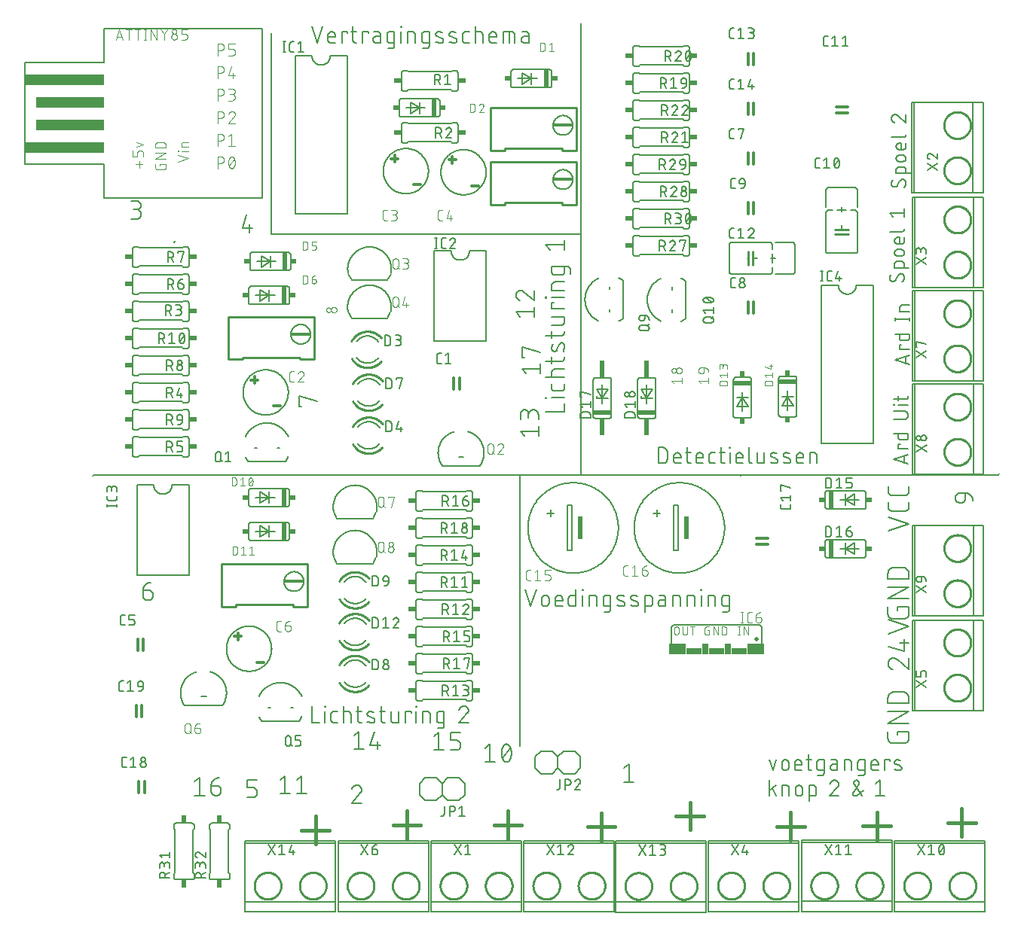
<source format=gbr>
G04 EAGLE Gerber X2 export*
%TF.Part,Single*%
%TF.FileFunction,Legend,Top,1*%
%TF.FilePolarity,Positive*%
%TF.GenerationSoftware,Autodesk,EAGLE,9.1.2*%
%TF.CreationDate,2019-04-25T09:22:07Z*%
G75*
%MOMM*%
%FSLAX34Y34*%
%LPD*%
%AMOC8*
5,1,8,0,0,1.08239X$1,22.5*%
G01*
%ADD10C,0.152400*%
%ADD11C,0.177800*%
%ADD12C,0.203200*%
%ADD13C,0.406400*%
%ADD14C,0.304800*%
%ADD15C,0.127000*%
%ADD16C,0.254000*%
%ADD17C,0.101600*%
%ADD18R,0.863600X0.609600*%
%ADD19R,2.100000X0.400000*%
%ADD20R,8.890000X1.270000*%
%ADD21R,7.620000X1.270000*%
%ADD22R,0.508000X2.032000*%
%ADD23R,0.635000X0.508000*%
%ADD24R,2.032000X0.508000*%
%ADD25R,0.508000X0.635000*%
%ADD26R,0.508000X2.540000*%
%ADD27C,0.508000*%
%ADD28R,1.905000X1.270000*%
%ADD29R,1.778000X0.762000*%
%ADD30R,0.762000X1.270000*%
%ADD31R,0.508000X1.905000*%
%ADD32R,0.609600X0.863600*%


D10*
X198120Y800100D02*
X198120Y574040D01*
X544830Y574040D01*
X546100Y572770D01*
X249597Y789432D02*
X243332Y808228D01*
X255863Y808228D02*
X249597Y789432D01*
X264865Y789432D02*
X270086Y789432D01*
X264865Y789432D02*
X264753Y789434D01*
X264641Y789440D01*
X264530Y789450D01*
X264419Y789464D01*
X264309Y789482D01*
X264199Y789504D01*
X264090Y789529D01*
X263982Y789559D01*
X263876Y789592D01*
X263770Y789630D01*
X263666Y789670D01*
X263564Y789715D01*
X263463Y789763D01*
X263364Y789815D01*
X263266Y789871D01*
X263171Y789929D01*
X263078Y789991D01*
X262987Y790057D01*
X262899Y790126D01*
X262813Y790197D01*
X262730Y790272D01*
X262650Y790350D01*
X262572Y790430D01*
X262497Y790513D01*
X262426Y790599D01*
X262357Y790687D01*
X262291Y790778D01*
X262229Y790871D01*
X262171Y790966D01*
X262115Y791064D01*
X262063Y791163D01*
X262015Y791264D01*
X261970Y791366D01*
X261930Y791470D01*
X261892Y791576D01*
X261859Y791682D01*
X261829Y791790D01*
X261804Y791899D01*
X261782Y792009D01*
X261764Y792119D01*
X261750Y792230D01*
X261740Y792341D01*
X261734Y792453D01*
X261732Y792565D01*
X261733Y792565D02*
X261733Y797786D01*
X261732Y797786D02*
X261734Y797913D01*
X261740Y798041D01*
X261749Y798168D01*
X261763Y798294D01*
X261780Y798421D01*
X261802Y798546D01*
X261827Y798671D01*
X261856Y798795D01*
X261888Y798918D01*
X261925Y799040D01*
X261965Y799161D01*
X262009Y799281D01*
X262056Y799399D01*
X262107Y799516D01*
X262162Y799631D01*
X262220Y799744D01*
X262281Y799856D01*
X262346Y799966D01*
X262414Y800073D01*
X262485Y800179D01*
X262560Y800282D01*
X262638Y800383D01*
X262718Y800482D01*
X262802Y800578D01*
X262889Y800671D01*
X262978Y800762D01*
X263070Y800850D01*
X263165Y800935D01*
X263262Y801017D01*
X263362Y801097D01*
X263464Y801173D01*
X263569Y801246D01*
X263675Y801315D01*
X263784Y801382D01*
X263894Y801445D01*
X264007Y801505D01*
X264121Y801561D01*
X264237Y801614D01*
X264355Y801663D01*
X264474Y801709D01*
X264594Y801751D01*
X264716Y801789D01*
X264838Y801823D01*
X264962Y801854D01*
X265086Y801881D01*
X265212Y801904D01*
X265337Y801924D01*
X265464Y801939D01*
X265591Y801951D01*
X265718Y801959D01*
X265845Y801963D01*
X265973Y801963D01*
X266100Y801959D01*
X266227Y801951D01*
X266354Y801939D01*
X266481Y801924D01*
X266606Y801904D01*
X266732Y801881D01*
X266856Y801854D01*
X266980Y801823D01*
X267102Y801789D01*
X267224Y801751D01*
X267344Y801709D01*
X267463Y801663D01*
X267581Y801614D01*
X267697Y801561D01*
X267811Y801505D01*
X267924Y801445D01*
X268034Y801382D01*
X268143Y801315D01*
X268249Y801246D01*
X268354Y801173D01*
X268456Y801097D01*
X268556Y801017D01*
X268653Y800935D01*
X268748Y800850D01*
X268840Y800762D01*
X268929Y800671D01*
X269016Y800578D01*
X269100Y800482D01*
X269180Y800383D01*
X269258Y800282D01*
X269333Y800179D01*
X269404Y800073D01*
X269472Y799966D01*
X269537Y799856D01*
X269598Y799744D01*
X269656Y799631D01*
X269711Y799516D01*
X269762Y799399D01*
X269809Y799281D01*
X269853Y799161D01*
X269893Y799040D01*
X269930Y798918D01*
X269962Y798795D01*
X269991Y798671D01*
X270016Y798546D01*
X270038Y798421D01*
X270055Y798294D01*
X270069Y798168D01*
X270078Y798041D01*
X270084Y797913D01*
X270086Y797786D01*
X270086Y795697D01*
X261733Y795697D01*
X277538Y789432D02*
X277538Y801963D01*
X283804Y801963D01*
X283804Y799874D01*
X287724Y801963D02*
X293989Y801963D01*
X289812Y808228D02*
X289812Y792565D01*
X289814Y792453D01*
X289820Y792341D01*
X289830Y792230D01*
X289844Y792119D01*
X289862Y792009D01*
X289884Y791899D01*
X289909Y791790D01*
X289939Y791682D01*
X289972Y791576D01*
X290010Y791470D01*
X290050Y791366D01*
X290095Y791264D01*
X290143Y791163D01*
X290195Y791064D01*
X290251Y790966D01*
X290309Y790871D01*
X290371Y790778D01*
X290437Y790687D01*
X290506Y790599D01*
X290577Y790513D01*
X290652Y790430D01*
X290730Y790350D01*
X290810Y790272D01*
X290893Y790197D01*
X290979Y790126D01*
X291067Y790057D01*
X291158Y789991D01*
X291251Y789929D01*
X291346Y789871D01*
X291444Y789815D01*
X291543Y789763D01*
X291644Y789715D01*
X291746Y789670D01*
X291850Y789630D01*
X291956Y789592D01*
X292062Y789559D01*
X292170Y789529D01*
X292279Y789504D01*
X292389Y789482D01*
X292499Y789464D01*
X292610Y789450D01*
X292721Y789440D01*
X292833Y789434D01*
X292945Y789432D01*
X293989Y789432D01*
X300841Y789432D02*
X300841Y801963D01*
X307107Y801963D01*
X307107Y799874D01*
X316007Y796742D02*
X320706Y796742D01*
X316007Y796742D02*
X315887Y796740D01*
X315768Y796734D01*
X315649Y796724D01*
X315530Y796711D01*
X315412Y796693D01*
X315294Y796672D01*
X315177Y796647D01*
X315061Y796617D01*
X314946Y796585D01*
X314832Y796548D01*
X314720Y796508D01*
X314608Y796464D01*
X314499Y796416D01*
X314390Y796365D01*
X314284Y796310D01*
X314180Y796252D01*
X314077Y796191D01*
X313976Y796126D01*
X313878Y796058D01*
X313782Y795987D01*
X313688Y795912D01*
X313597Y795835D01*
X313508Y795755D01*
X313423Y795671D01*
X313339Y795586D01*
X313259Y795497D01*
X313182Y795406D01*
X313107Y795312D01*
X313036Y795216D01*
X312968Y795118D01*
X312903Y795017D01*
X312842Y794915D01*
X312784Y794810D01*
X312729Y794704D01*
X312678Y794595D01*
X312630Y794486D01*
X312586Y794374D01*
X312546Y794262D01*
X312509Y794148D01*
X312477Y794033D01*
X312447Y793917D01*
X312422Y793800D01*
X312401Y793682D01*
X312383Y793564D01*
X312370Y793445D01*
X312360Y793326D01*
X312354Y793207D01*
X312352Y793087D01*
X312354Y792967D01*
X312360Y792848D01*
X312370Y792729D01*
X312383Y792610D01*
X312401Y792492D01*
X312422Y792374D01*
X312447Y792257D01*
X312477Y792141D01*
X312509Y792026D01*
X312546Y791912D01*
X312586Y791800D01*
X312630Y791688D01*
X312678Y791579D01*
X312729Y791470D01*
X312784Y791364D01*
X312842Y791260D01*
X312903Y791157D01*
X312968Y791056D01*
X313036Y790958D01*
X313107Y790862D01*
X313182Y790768D01*
X313259Y790677D01*
X313339Y790588D01*
X313423Y790503D01*
X313508Y790419D01*
X313597Y790339D01*
X313688Y790262D01*
X313782Y790187D01*
X313878Y790116D01*
X313976Y790048D01*
X314077Y789983D01*
X314180Y789922D01*
X314284Y789864D01*
X314390Y789809D01*
X314499Y789758D01*
X314608Y789710D01*
X314720Y789666D01*
X314832Y789626D01*
X314946Y789589D01*
X315061Y789557D01*
X315177Y789527D01*
X315294Y789502D01*
X315412Y789481D01*
X315530Y789463D01*
X315649Y789450D01*
X315768Y789440D01*
X315887Y789434D01*
X316007Y789432D01*
X320706Y789432D01*
X320706Y798830D01*
X320704Y798942D01*
X320698Y799054D01*
X320688Y799165D01*
X320674Y799276D01*
X320656Y799386D01*
X320634Y799496D01*
X320609Y799605D01*
X320579Y799713D01*
X320546Y799819D01*
X320508Y799925D01*
X320468Y800029D01*
X320423Y800131D01*
X320375Y800232D01*
X320323Y800331D01*
X320267Y800429D01*
X320209Y800524D01*
X320147Y800617D01*
X320081Y800708D01*
X320012Y800796D01*
X319941Y800882D01*
X319866Y800965D01*
X319788Y801045D01*
X319708Y801123D01*
X319625Y801198D01*
X319539Y801269D01*
X319451Y801338D01*
X319360Y801404D01*
X319267Y801466D01*
X319172Y801524D01*
X319074Y801580D01*
X318975Y801632D01*
X318874Y801680D01*
X318772Y801725D01*
X318668Y801765D01*
X318562Y801803D01*
X318456Y801836D01*
X318348Y801866D01*
X318239Y801891D01*
X318129Y801913D01*
X318019Y801931D01*
X317908Y801945D01*
X317797Y801955D01*
X317685Y801961D01*
X317573Y801963D01*
X313396Y801963D01*
X331214Y789432D02*
X336435Y789432D01*
X331214Y789432D02*
X331102Y789434D01*
X330990Y789440D01*
X330879Y789450D01*
X330768Y789464D01*
X330658Y789482D01*
X330548Y789504D01*
X330439Y789529D01*
X330331Y789559D01*
X330225Y789592D01*
X330119Y789630D01*
X330015Y789670D01*
X329913Y789715D01*
X329812Y789763D01*
X329713Y789815D01*
X329615Y789871D01*
X329520Y789929D01*
X329427Y789991D01*
X329336Y790057D01*
X329248Y790126D01*
X329162Y790197D01*
X329079Y790272D01*
X328999Y790350D01*
X328921Y790430D01*
X328846Y790513D01*
X328775Y790599D01*
X328706Y790687D01*
X328640Y790778D01*
X328578Y790871D01*
X328520Y790966D01*
X328464Y791064D01*
X328412Y791163D01*
X328364Y791264D01*
X328319Y791366D01*
X328279Y791470D01*
X328241Y791576D01*
X328208Y791682D01*
X328178Y791790D01*
X328153Y791899D01*
X328131Y792009D01*
X328113Y792119D01*
X328099Y792230D01*
X328089Y792341D01*
X328083Y792453D01*
X328081Y792565D01*
X328081Y798830D01*
X328083Y798939D01*
X328089Y799049D01*
X328098Y799157D01*
X328111Y799266D01*
X328129Y799374D01*
X328149Y799481D01*
X328174Y799588D01*
X328202Y799694D01*
X328234Y799798D01*
X328270Y799902D01*
X328309Y800004D01*
X328352Y800104D01*
X328398Y800203D01*
X328448Y800301D01*
X328501Y800397D01*
X328557Y800490D01*
X328617Y800582D01*
X328679Y800672D01*
X328745Y800759D01*
X328814Y800844D01*
X328886Y800926D01*
X328960Y801006D01*
X329038Y801084D01*
X329118Y801158D01*
X329200Y801230D01*
X329285Y801299D01*
X329372Y801365D01*
X329462Y801427D01*
X329554Y801487D01*
X329648Y801543D01*
X329743Y801596D01*
X329841Y801646D01*
X329940Y801692D01*
X330040Y801735D01*
X330142Y801774D01*
X330246Y801810D01*
X330350Y801842D01*
X330456Y801870D01*
X330563Y801895D01*
X330670Y801915D01*
X330778Y801933D01*
X330887Y801946D01*
X330995Y801955D01*
X331105Y801961D01*
X331214Y801963D01*
X336435Y801963D01*
X336435Y786299D01*
X336433Y786187D01*
X336427Y786075D01*
X336417Y785964D01*
X336403Y785853D01*
X336385Y785743D01*
X336363Y785633D01*
X336338Y785524D01*
X336308Y785416D01*
X336275Y785310D01*
X336237Y785204D01*
X336197Y785100D01*
X336152Y784998D01*
X336104Y784897D01*
X336052Y784798D01*
X335996Y784700D01*
X335938Y784605D01*
X335876Y784512D01*
X335810Y784421D01*
X335741Y784333D01*
X335670Y784247D01*
X335595Y784164D01*
X335517Y784084D01*
X335437Y784006D01*
X335354Y783931D01*
X335268Y783860D01*
X335180Y783791D01*
X335089Y783725D01*
X334996Y783663D01*
X334901Y783605D01*
X334804Y783549D01*
X334704Y783497D01*
X334604Y783449D01*
X334501Y783404D01*
X334397Y783364D01*
X334291Y783326D01*
X334185Y783293D01*
X334077Y783263D01*
X333968Y783238D01*
X333858Y783216D01*
X333748Y783198D01*
X333637Y783184D01*
X333526Y783174D01*
X333414Y783168D01*
X333302Y783166D01*
X333302Y783167D02*
X329126Y783167D01*
X343974Y789432D02*
X343974Y801963D01*
X343452Y807184D02*
X343452Y808228D01*
X344496Y808228D01*
X344496Y807184D01*
X343452Y807184D01*
X351449Y801963D02*
X351449Y789432D01*
X351449Y801963D02*
X356670Y801963D01*
X356782Y801961D01*
X356894Y801955D01*
X357005Y801945D01*
X357116Y801931D01*
X357226Y801913D01*
X357336Y801891D01*
X357445Y801866D01*
X357553Y801836D01*
X357659Y801803D01*
X357765Y801765D01*
X357869Y801725D01*
X357971Y801680D01*
X358072Y801632D01*
X358171Y801580D01*
X358269Y801524D01*
X358364Y801466D01*
X358457Y801404D01*
X358548Y801338D01*
X358636Y801269D01*
X358722Y801198D01*
X358805Y801123D01*
X358885Y801045D01*
X358963Y800965D01*
X359038Y800882D01*
X359109Y800796D01*
X359178Y800708D01*
X359244Y800617D01*
X359306Y800524D01*
X359364Y800429D01*
X359420Y800331D01*
X359472Y800232D01*
X359520Y800131D01*
X359565Y800029D01*
X359605Y799925D01*
X359643Y799819D01*
X359676Y799713D01*
X359706Y799605D01*
X359731Y799496D01*
X359753Y799386D01*
X359771Y799276D01*
X359785Y799165D01*
X359795Y799054D01*
X359801Y798942D01*
X359803Y798830D01*
X359802Y798830D02*
X359802Y789432D01*
X370246Y789432D02*
X375467Y789432D01*
X370246Y789432D02*
X370134Y789434D01*
X370022Y789440D01*
X369911Y789450D01*
X369800Y789464D01*
X369690Y789482D01*
X369580Y789504D01*
X369471Y789529D01*
X369363Y789559D01*
X369257Y789592D01*
X369151Y789630D01*
X369047Y789670D01*
X368945Y789715D01*
X368844Y789763D01*
X368745Y789815D01*
X368647Y789871D01*
X368552Y789929D01*
X368459Y789991D01*
X368368Y790057D01*
X368280Y790126D01*
X368194Y790197D01*
X368111Y790272D01*
X368031Y790350D01*
X367953Y790430D01*
X367878Y790513D01*
X367807Y790599D01*
X367738Y790687D01*
X367672Y790778D01*
X367610Y790871D01*
X367552Y790966D01*
X367496Y791064D01*
X367444Y791163D01*
X367396Y791264D01*
X367351Y791366D01*
X367311Y791470D01*
X367273Y791576D01*
X367240Y791682D01*
X367210Y791790D01*
X367185Y791899D01*
X367163Y792009D01*
X367145Y792119D01*
X367131Y792230D01*
X367121Y792341D01*
X367115Y792453D01*
X367113Y792565D01*
X367114Y792565D02*
X367114Y798830D01*
X367113Y798830D02*
X367115Y798939D01*
X367121Y799049D01*
X367130Y799157D01*
X367143Y799266D01*
X367161Y799374D01*
X367181Y799481D01*
X367206Y799588D01*
X367234Y799694D01*
X367266Y799798D01*
X367302Y799902D01*
X367341Y800004D01*
X367384Y800104D01*
X367430Y800203D01*
X367480Y800301D01*
X367533Y800397D01*
X367589Y800490D01*
X367649Y800582D01*
X367711Y800672D01*
X367777Y800759D01*
X367846Y800844D01*
X367918Y800926D01*
X367992Y801006D01*
X368070Y801084D01*
X368150Y801158D01*
X368232Y801230D01*
X368317Y801299D01*
X368404Y801365D01*
X368494Y801427D01*
X368586Y801487D01*
X368680Y801543D01*
X368775Y801596D01*
X368873Y801646D01*
X368972Y801692D01*
X369072Y801735D01*
X369174Y801774D01*
X369278Y801810D01*
X369382Y801842D01*
X369488Y801870D01*
X369595Y801895D01*
X369702Y801915D01*
X369810Y801933D01*
X369919Y801946D01*
X370027Y801955D01*
X370137Y801961D01*
X370246Y801963D01*
X375467Y801963D01*
X375467Y786299D01*
X375468Y786299D02*
X375466Y786187D01*
X375460Y786075D01*
X375450Y785964D01*
X375436Y785853D01*
X375418Y785743D01*
X375396Y785633D01*
X375371Y785524D01*
X375341Y785416D01*
X375308Y785310D01*
X375270Y785204D01*
X375230Y785100D01*
X375185Y784998D01*
X375137Y784897D01*
X375085Y784798D01*
X375029Y784700D01*
X374971Y784605D01*
X374909Y784512D01*
X374843Y784421D01*
X374774Y784333D01*
X374703Y784247D01*
X374628Y784164D01*
X374550Y784084D01*
X374470Y784006D01*
X374387Y783931D01*
X374301Y783860D01*
X374213Y783791D01*
X374122Y783725D01*
X374029Y783663D01*
X373934Y783605D01*
X373837Y783549D01*
X373737Y783497D01*
X373637Y783449D01*
X373534Y783404D01*
X373430Y783364D01*
X373324Y783326D01*
X373218Y783293D01*
X373110Y783263D01*
X373001Y783238D01*
X372891Y783216D01*
X372781Y783198D01*
X372670Y783184D01*
X372559Y783174D01*
X372447Y783168D01*
X372335Y783166D01*
X372335Y783167D02*
X368158Y783167D01*
X384474Y796742D02*
X389695Y794653D01*
X384473Y796741D02*
X384378Y796781D01*
X384285Y796824D01*
X384194Y796871D01*
X384104Y796922D01*
X384016Y796976D01*
X383931Y797033D01*
X383847Y797094D01*
X383766Y797157D01*
X383688Y797224D01*
X383612Y797293D01*
X383539Y797366D01*
X383468Y797441D01*
X383401Y797519D01*
X383336Y797599D01*
X383275Y797682D01*
X383217Y797766D01*
X383162Y797854D01*
X383110Y797943D01*
X383062Y798034D01*
X383017Y798126D01*
X382976Y798221D01*
X382939Y798317D01*
X382905Y798414D01*
X382875Y798512D01*
X382849Y798612D01*
X382826Y798712D01*
X382807Y798813D01*
X382792Y798915D01*
X382781Y799018D01*
X382774Y799120D01*
X382771Y799223D01*
X382772Y799326D01*
X382777Y799429D01*
X382785Y799532D01*
X382798Y799634D01*
X382814Y799736D01*
X382834Y799836D01*
X382858Y799937D01*
X382886Y800036D01*
X382918Y800134D01*
X382953Y800230D01*
X382992Y800326D01*
X383034Y800419D01*
X383080Y800512D01*
X383130Y800602D01*
X383183Y800690D01*
X383239Y800776D01*
X383298Y800860D01*
X383361Y800942D01*
X383426Y801021D01*
X383495Y801098D01*
X383567Y801172D01*
X383641Y801244D01*
X383718Y801312D01*
X383797Y801377D01*
X383879Y801440D01*
X383963Y801499D01*
X384050Y801555D01*
X384138Y801608D01*
X384229Y801657D01*
X384321Y801703D01*
X384415Y801745D01*
X384510Y801784D01*
X384607Y801819D01*
X384705Y801850D01*
X384804Y801878D01*
X384904Y801901D01*
X385005Y801921D01*
X385107Y801937D01*
X385209Y801950D01*
X385312Y801958D01*
X385415Y801962D01*
X385518Y801963D01*
X385803Y801955D01*
X386088Y801941D01*
X386372Y801920D01*
X386656Y801892D01*
X386939Y801857D01*
X387221Y801815D01*
X387502Y801767D01*
X387782Y801712D01*
X388060Y801650D01*
X388337Y801581D01*
X388612Y801506D01*
X388885Y801424D01*
X389156Y801336D01*
X389425Y801241D01*
X389692Y801140D01*
X389956Y801032D01*
X390217Y800919D01*
X389695Y794653D02*
X389790Y794613D01*
X389883Y794570D01*
X389974Y794523D01*
X390064Y794472D01*
X390152Y794418D01*
X390237Y794361D01*
X390321Y794300D01*
X390402Y794237D01*
X390480Y794170D01*
X390556Y794101D01*
X390629Y794028D01*
X390700Y793953D01*
X390767Y793875D01*
X390832Y793795D01*
X390893Y793712D01*
X390951Y793628D01*
X391006Y793540D01*
X391058Y793451D01*
X391106Y793360D01*
X391151Y793268D01*
X391192Y793173D01*
X391229Y793077D01*
X391263Y792980D01*
X391293Y792882D01*
X391319Y792782D01*
X391342Y792682D01*
X391361Y792581D01*
X391376Y792479D01*
X391387Y792376D01*
X391394Y792274D01*
X391397Y792171D01*
X391396Y792068D01*
X391391Y791965D01*
X391383Y791862D01*
X391370Y791760D01*
X391354Y791658D01*
X391334Y791558D01*
X391310Y791457D01*
X391282Y791358D01*
X391250Y791260D01*
X391215Y791164D01*
X391176Y791068D01*
X391134Y790975D01*
X391088Y790882D01*
X391038Y790792D01*
X390985Y790704D01*
X390929Y790618D01*
X390870Y790534D01*
X390807Y790452D01*
X390742Y790373D01*
X390673Y790296D01*
X390601Y790222D01*
X390527Y790150D01*
X390450Y790082D01*
X390371Y790017D01*
X390289Y789954D01*
X390205Y789895D01*
X390118Y789839D01*
X390030Y789786D01*
X389939Y789737D01*
X389847Y789691D01*
X389753Y789649D01*
X389658Y789610D01*
X389561Y789575D01*
X389463Y789544D01*
X389364Y789516D01*
X389264Y789493D01*
X389163Y789473D01*
X389061Y789457D01*
X388959Y789444D01*
X388856Y789436D01*
X388753Y789432D01*
X388650Y789431D01*
X388651Y789433D02*
X388232Y789444D01*
X387814Y789465D01*
X387396Y789495D01*
X386980Y789536D01*
X386564Y789586D01*
X386149Y789647D01*
X385736Y789717D01*
X385325Y789796D01*
X384916Y789886D01*
X384509Y789985D01*
X384105Y790094D01*
X383703Y790212D01*
X383304Y790340D01*
X382908Y790477D01*
X399621Y796742D02*
X404842Y794653D01*
X399620Y796741D02*
X399525Y796781D01*
X399432Y796824D01*
X399341Y796871D01*
X399251Y796922D01*
X399163Y796976D01*
X399078Y797033D01*
X398994Y797094D01*
X398913Y797157D01*
X398835Y797224D01*
X398759Y797293D01*
X398686Y797366D01*
X398615Y797441D01*
X398548Y797519D01*
X398483Y797599D01*
X398422Y797682D01*
X398364Y797766D01*
X398309Y797854D01*
X398257Y797943D01*
X398209Y798034D01*
X398164Y798126D01*
X398123Y798221D01*
X398086Y798317D01*
X398052Y798414D01*
X398022Y798512D01*
X397996Y798612D01*
X397973Y798712D01*
X397954Y798813D01*
X397939Y798915D01*
X397928Y799018D01*
X397921Y799120D01*
X397918Y799223D01*
X397919Y799326D01*
X397924Y799429D01*
X397932Y799532D01*
X397945Y799634D01*
X397961Y799736D01*
X397981Y799836D01*
X398005Y799937D01*
X398033Y800036D01*
X398065Y800134D01*
X398100Y800230D01*
X398139Y800326D01*
X398181Y800419D01*
X398227Y800512D01*
X398277Y800602D01*
X398330Y800690D01*
X398386Y800776D01*
X398445Y800860D01*
X398508Y800942D01*
X398573Y801021D01*
X398642Y801098D01*
X398714Y801172D01*
X398788Y801244D01*
X398865Y801312D01*
X398944Y801377D01*
X399026Y801440D01*
X399110Y801499D01*
X399197Y801555D01*
X399285Y801608D01*
X399376Y801657D01*
X399468Y801703D01*
X399562Y801745D01*
X399657Y801784D01*
X399754Y801819D01*
X399852Y801850D01*
X399951Y801878D01*
X400051Y801901D01*
X400152Y801921D01*
X400254Y801937D01*
X400356Y801950D01*
X400459Y801958D01*
X400562Y801962D01*
X400665Y801963D01*
X400950Y801955D01*
X401235Y801941D01*
X401519Y801920D01*
X401803Y801892D01*
X402086Y801857D01*
X402368Y801815D01*
X402649Y801767D01*
X402929Y801712D01*
X403207Y801650D01*
X403484Y801581D01*
X403759Y801506D01*
X404032Y801424D01*
X404303Y801336D01*
X404572Y801241D01*
X404839Y801140D01*
X405103Y801032D01*
X405364Y800919D01*
X404842Y794653D02*
X404937Y794613D01*
X405030Y794570D01*
X405121Y794523D01*
X405211Y794472D01*
X405299Y794418D01*
X405384Y794361D01*
X405468Y794300D01*
X405549Y794237D01*
X405627Y794170D01*
X405703Y794101D01*
X405776Y794028D01*
X405847Y793953D01*
X405914Y793875D01*
X405979Y793795D01*
X406040Y793712D01*
X406098Y793628D01*
X406153Y793540D01*
X406205Y793451D01*
X406253Y793360D01*
X406298Y793268D01*
X406339Y793173D01*
X406376Y793077D01*
X406410Y792980D01*
X406440Y792882D01*
X406466Y792782D01*
X406489Y792682D01*
X406508Y792581D01*
X406523Y792479D01*
X406534Y792376D01*
X406541Y792274D01*
X406544Y792171D01*
X406543Y792068D01*
X406538Y791965D01*
X406530Y791862D01*
X406517Y791760D01*
X406501Y791658D01*
X406481Y791558D01*
X406457Y791457D01*
X406429Y791358D01*
X406397Y791260D01*
X406362Y791164D01*
X406323Y791068D01*
X406281Y790975D01*
X406235Y790882D01*
X406185Y790792D01*
X406132Y790704D01*
X406076Y790618D01*
X406017Y790534D01*
X405954Y790452D01*
X405889Y790373D01*
X405820Y790296D01*
X405748Y790222D01*
X405674Y790150D01*
X405597Y790082D01*
X405518Y790017D01*
X405436Y789954D01*
X405352Y789895D01*
X405265Y789839D01*
X405177Y789786D01*
X405086Y789737D01*
X404994Y789691D01*
X404900Y789649D01*
X404805Y789610D01*
X404708Y789575D01*
X404610Y789544D01*
X404511Y789516D01*
X404411Y789493D01*
X404310Y789473D01*
X404208Y789457D01*
X404106Y789444D01*
X404003Y789436D01*
X403900Y789432D01*
X403797Y789431D01*
X403797Y789433D02*
X403378Y789444D01*
X402960Y789465D01*
X402542Y789495D01*
X402126Y789536D01*
X401710Y789586D01*
X401295Y789647D01*
X400882Y789717D01*
X400471Y789796D01*
X400062Y789886D01*
X399655Y789985D01*
X399251Y790094D01*
X398849Y790212D01*
X398450Y790340D01*
X398054Y790477D01*
X416350Y789432D02*
X420527Y789432D01*
X416350Y789432D02*
X416238Y789434D01*
X416126Y789440D01*
X416015Y789450D01*
X415904Y789464D01*
X415794Y789482D01*
X415684Y789504D01*
X415575Y789529D01*
X415467Y789559D01*
X415361Y789592D01*
X415255Y789630D01*
X415151Y789670D01*
X415049Y789715D01*
X414948Y789763D01*
X414849Y789815D01*
X414751Y789871D01*
X414656Y789929D01*
X414563Y789991D01*
X414472Y790057D01*
X414384Y790126D01*
X414298Y790197D01*
X414215Y790272D01*
X414135Y790350D01*
X414057Y790430D01*
X413982Y790513D01*
X413911Y790599D01*
X413842Y790687D01*
X413776Y790778D01*
X413714Y790871D01*
X413656Y790966D01*
X413600Y791064D01*
X413548Y791163D01*
X413500Y791264D01*
X413455Y791366D01*
X413415Y791470D01*
X413377Y791576D01*
X413344Y791682D01*
X413314Y791790D01*
X413289Y791899D01*
X413267Y792009D01*
X413249Y792119D01*
X413235Y792230D01*
X413225Y792341D01*
X413219Y792453D01*
X413217Y792565D01*
X413218Y792565D02*
X413218Y798830D01*
X413217Y798830D02*
X413219Y798939D01*
X413225Y799049D01*
X413234Y799157D01*
X413247Y799266D01*
X413265Y799374D01*
X413285Y799481D01*
X413310Y799588D01*
X413338Y799694D01*
X413370Y799798D01*
X413406Y799902D01*
X413445Y800004D01*
X413488Y800104D01*
X413534Y800203D01*
X413584Y800301D01*
X413637Y800397D01*
X413693Y800490D01*
X413753Y800582D01*
X413815Y800672D01*
X413881Y800759D01*
X413950Y800844D01*
X414022Y800926D01*
X414096Y801006D01*
X414174Y801084D01*
X414254Y801158D01*
X414336Y801230D01*
X414421Y801299D01*
X414508Y801365D01*
X414598Y801427D01*
X414690Y801487D01*
X414784Y801543D01*
X414879Y801596D01*
X414977Y801646D01*
X415076Y801692D01*
X415176Y801735D01*
X415278Y801774D01*
X415382Y801810D01*
X415486Y801842D01*
X415592Y801870D01*
X415699Y801895D01*
X415806Y801915D01*
X415914Y801933D01*
X416023Y801946D01*
X416131Y801955D01*
X416241Y801961D01*
X416350Y801963D01*
X420527Y801963D01*
X427183Y808228D02*
X427183Y789432D01*
X427183Y801963D02*
X432404Y801963D01*
X432516Y801961D01*
X432628Y801955D01*
X432739Y801945D01*
X432850Y801931D01*
X432960Y801913D01*
X433070Y801891D01*
X433179Y801866D01*
X433287Y801836D01*
X433393Y801803D01*
X433499Y801765D01*
X433603Y801725D01*
X433705Y801680D01*
X433806Y801632D01*
X433905Y801580D01*
X434003Y801524D01*
X434098Y801466D01*
X434191Y801404D01*
X434282Y801338D01*
X434370Y801269D01*
X434456Y801198D01*
X434539Y801123D01*
X434619Y801045D01*
X434697Y800965D01*
X434772Y800882D01*
X434843Y800796D01*
X434912Y800708D01*
X434978Y800617D01*
X435040Y800524D01*
X435098Y800429D01*
X435154Y800331D01*
X435206Y800232D01*
X435254Y800131D01*
X435299Y800029D01*
X435339Y799925D01*
X435377Y799819D01*
X435410Y799713D01*
X435440Y799605D01*
X435465Y799496D01*
X435487Y799386D01*
X435505Y799276D01*
X435519Y799165D01*
X435529Y799054D01*
X435535Y798942D01*
X435537Y798830D01*
X435537Y789432D01*
X446045Y789432D02*
X451266Y789432D01*
X446045Y789432D02*
X445933Y789434D01*
X445821Y789440D01*
X445710Y789450D01*
X445599Y789464D01*
X445489Y789482D01*
X445379Y789504D01*
X445270Y789529D01*
X445162Y789559D01*
X445056Y789592D01*
X444950Y789630D01*
X444846Y789670D01*
X444744Y789715D01*
X444643Y789763D01*
X444544Y789815D01*
X444446Y789871D01*
X444351Y789929D01*
X444258Y789991D01*
X444167Y790057D01*
X444079Y790126D01*
X443993Y790197D01*
X443910Y790272D01*
X443830Y790350D01*
X443752Y790430D01*
X443677Y790513D01*
X443606Y790599D01*
X443537Y790687D01*
X443471Y790778D01*
X443409Y790871D01*
X443351Y790966D01*
X443295Y791064D01*
X443243Y791163D01*
X443195Y791264D01*
X443150Y791366D01*
X443110Y791470D01*
X443072Y791576D01*
X443039Y791682D01*
X443009Y791790D01*
X442984Y791899D01*
X442962Y792009D01*
X442944Y792119D01*
X442930Y792230D01*
X442920Y792341D01*
X442914Y792453D01*
X442912Y792565D01*
X442913Y792565D02*
X442913Y797786D01*
X442912Y797786D02*
X442914Y797913D01*
X442920Y798041D01*
X442929Y798168D01*
X442943Y798294D01*
X442960Y798421D01*
X442982Y798546D01*
X443007Y798671D01*
X443036Y798795D01*
X443068Y798918D01*
X443105Y799040D01*
X443145Y799161D01*
X443189Y799281D01*
X443236Y799399D01*
X443287Y799516D01*
X443342Y799631D01*
X443400Y799744D01*
X443461Y799856D01*
X443526Y799966D01*
X443594Y800073D01*
X443665Y800179D01*
X443740Y800282D01*
X443818Y800383D01*
X443898Y800482D01*
X443982Y800578D01*
X444069Y800671D01*
X444158Y800762D01*
X444250Y800850D01*
X444345Y800935D01*
X444442Y801017D01*
X444542Y801097D01*
X444644Y801173D01*
X444749Y801246D01*
X444855Y801315D01*
X444964Y801382D01*
X445074Y801445D01*
X445187Y801505D01*
X445301Y801561D01*
X445417Y801614D01*
X445535Y801663D01*
X445654Y801709D01*
X445774Y801751D01*
X445896Y801789D01*
X446018Y801823D01*
X446142Y801854D01*
X446266Y801881D01*
X446392Y801904D01*
X446517Y801924D01*
X446644Y801939D01*
X446771Y801951D01*
X446898Y801959D01*
X447025Y801963D01*
X447153Y801963D01*
X447280Y801959D01*
X447407Y801951D01*
X447534Y801939D01*
X447661Y801924D01*
X447786Y801904D01*
X447912Y801881D01*
X448036Y801854D01*
X448160Y801823D01*
X448282Y801789D01*
X448404Y801751D01*
X448524Y801709D01*
X448643Y801663D01*
X448761Y801614D01*
X448877Y801561D01*
X448991Y801505D01*
X449104Y801445D01*
X449214Y801382D01*
X449323Y801315D01*
X449429Y801246D01*
X449534Y801173D01*
X449636Y801097D01*
X449736Y801017D01*
X449833Y800935D01*
X449928Y800850D01*
X450020Y800762D01*
X450109Y800671D01*
X450196Y800578D01*
X450280Y800482D01*
X450360Y800383D01*
X450438Y800282D01*
X450513Y800179D01*
X450584Y800073D01*
X450652Y799966D01*
X450717Y799856D01*
X450778Y799744D01*
X450836Y799631D01*
X450891Y799516D01*
X450942Y799399D01*
X450989Y799281D01*
X451033Y799161D01*
X451073Y799040D01*
X451110Y798918D01*
X451142Y798795D01*
X451171Y798671D01*
X451196Y798546D01*
X451218Y798421D01*
X451235Y798294D01*
X451249Y798168D01*
X451258Y798041D01*
X451264Y797913D01*
X451266Y797786D01*
X451266Y795697D01*
X442913Y795697D01*
X458884Y789432D02*
X458884Y801963D01*
X468282Y801963D01*
X468394Y801961D01*
X468506Y801955D01*
X468617Y801945D01*
X468728Y801931D01*
X468838Y801913D01*
X468948Y801891D01*
X469057Y801866D01*
X469165Y801836D01*
X469271Y801803D01*
X469377Y801765D01*
X469481Y801725D01*
X469583Y801680D01*
X469684Y801632D01*
X469783Y801580D01*
X469881Y801524D01*
X469976Y801466D01*
X470069Y801404D01*
X470160Y801338D01*
X470248Y801269D01*
X470334Y801198D01*
X470417Y801123D01*
X470497Y801045D01*
X470575Y800965D01*
X470650Y800882D01*
X470721Y800796D01*
X470790Y800708D01*
X470856Y800617D01*
X470918Y800524D01*
X470976Y800429D01*
X471032Y800331D01*
X471084Y800232D01*
X471132Y800131D01*
X471177Y800029D01*
X471217Y799925D01*
X471255Y799819D01*
X471288Y799713D01*
X471318Y799605D01*
X471343Y799496D01*
X471365Y799386D01*
X471383Y799276D01*
X471397Y799165D01*
X471407Y799054D01*
X471413Y798942D01*
X471415Y798830D01*
X471415Y789432D01*
X465149Y789432D02*
X465149Y801963D01*
X482622Y796742D02*
X487321Y796742D01*
X482622Y796742D02*
X482502Y796740D01*
X482383Y796734D01*
X482264Y796724D01*
X482145Y796711D01*
X482027Y796693D01*
X481909Y796672D01*
X481792Y796647D01*
X481676Y796617D01*
X481561Y796585D01*
X481447Y796548D01*
X481335Y796508D01*
X481223Y796464D01*
X481114Y796416D01*
X481005Y796365D01*
X480899Y796310D01*
X480795Y796252D01*
X480692Y796191D01*
X480591Y796126D01*
X480493Y796058D01*
X480397Y795987D01*
X480303Y795912D01*
X480212Y795835D01*
X480123Y795755D01*
X480038Y795671D01*
X479954Y795586D01*
X479874Y795497D01*
X479797Y795406D01*
X479722Y795312D01*
X479651Y795216D01*
X479583Y795118D01*
X479518Y795017D01*
X479457Y794915D01*
X479399Y794810D01*
X479344Y794704D01*
X479293Y794595D01*
X479245Y794486D01*
X479201Y794374D01*
X479161Y794262D01*
X479124Y794148D01*
X479092Y794033D01*
X479062Y793917D01*
X479037Y793800D01*
X479016Y793682D01*
X478998Y793564D01*
X478985Y793445D01*
X478975Y793326D01*
X478969Y793207D01*
X478967Y793087D01*
X478969Y792967D01*
X478975Y792848D01*
X478985Y792729D01*
X478998Y792610D01*
X479016Y792492D01*
X479037Y792374D01*
X479062Y792257D01*
X479092Y792141D01*
X479124Y792026D01*
X479161Y791912D01*
X479201Y791800D01*
X479245Y791688D01*
X479293Y791579D01*
X479344Y791470D01*
X479399Y791364D01*
X479457Y791260D01*
X479518Y791157D01*
X479583Y791056D01*
X479651Y790958D01*
X479722Y790862D01*
X479797Y790768D01*
X479874Y790677D01*
X479954Y790588D01*
X480038Y790503D01*
X480123Y790419D01*
X480212Y790339D01*
X480303Y790262D01*
X480397Y790187D01*
X480493Y790116D01*
X480591Y790048D01*
X480692Y789983D01*
X480795Y789922D01*
X480899Y789864D01*
X481005Y789809D01*
X481114Y789758D01*
X481223Y789710D01*
X481335Y789666D01*
X481447Y789626D01*
X481561Y789589D01*
X481676Y789557D01*
X481792Y789527D01*
X481909Y789502D01*
X482027Y789481D01*
X482145Y789463D01*
X482264Y789450D01*
X482383Y789440D01*
X482502Y789434D01*
X482622Y789432D01*
X487321Y789432D01*
X487321Y798830D01*
X487322Y798830D02*
X487320Y798942D01*
X487314Y799054D01*
X487304Y799165D01*
X487290Y799276D01*
X487272Y799386D01*
X487250Y799496D01*
X487225Y799605D01*
X487195Y799713D01*
X487162Y799819D01*
X487124Y799925D01*
X487084Y800029D01*
X487039Y800131D01*
X486991Y800232D01*
X486939Y800331D01*
X486883Y800429D01*
X486825Y800524D01*
X486763Y800617D01*
X486697Y800708D01*
X486628Y800796D01*
X486557Y800882D01*
X486482Y800965D01*
X486404Y801045D01*
X486324Y801123D01*
X486241Y801198D01*
X486155Y801269D01*
X486067Y801338D01*
X485976Y801404D01*
X485883Y801466D01*
X485788Y801524D01*
X485690Y801580D01*
X485591Y801632D01*
X485490Y801680D01*
X485388Y801725D01*
X485284Y801765D01*
X485178Y801803D01*
X485072Y801836D01*
X484964Y801866D01*
X484855Y801891D01*
X484745Y801913D01*
X484635Y801931D01*
X484524Y801945D01*
X484413Y801955D01*
X484301Y801961D01*
X484189Y801963D01*
X480012Y801963D01*
X633122Y334352D02*
X633122Y316572D01*
X633122Y334352D02*
X638061Y334352D01*
X638200Y334350D01*
X638338Y334344D01*
X638476Y334335D01*
X638614Y334321D01*
X638751Y334304D01*
X638888Y334282D01*
X639025Y334257D01*
X639160Y334228D01*
X639295Y334195D01*
X639428Y334159D01*
X639561Y334119D01*
X639692Y334075D01*
X639822Y334027D01*
X639951Y333976D01*
X640078Y333921D01*
X640204Y333863D01*
X640328Y333801D01*
X640450Y333736D01*
X640570Y333667D01*
X640689Y333595D01*
X640805Y333520D01*
X640919Y333441D01*
X641031Y333359D01*
X641140Y333274D01*
X641248Y333187D01*
X641352Y333096D01*
X641454Y333002D01*
X641553Y332905D01*
X641650Y332806D01*
X641744Y332704D01*
X641835Y332600D01*
X641922Y332492D01*
X642007Y332383D01*
X642089Y332271D01*
X642168Y332157D01*
X642243Y332041D01*
X642315Y331922D01*
X642384Y331802D01*
X642449Y331680D01*
X642511Y331556D01*
X642569Y331430D01*
X642624Y331303D01*
X642675Y331174D01*
X642723Y331044D01*
X642767Y330913D01*
X642807Y330780D01*
X642843Y330647D01*
X642876Y330512D01*
X642905Y330377D01*
X642930Y330240D01*
X642952Y330103D01*
X642969Y329966D01*
X642983Y329828D01*
X642992Y329690D01*
X642998Y329552D01*
X643000Y329413D01*
X643000Y321511D01*
X642998Y321372D01*
X642992Y321234D01*
X642983Y321096D01*
X642969Y320958D01*
X642952Y320821D01*
X642930Y320684D01*
X642905Y320547D01*
X642876Y320412D01*
X642843Y320277D01*
X642807Y320144D01*
X642767Y320011D01*
X642723Y319880D01*
X642675Y319750D01*
X642624Y319621D01*
X642569Y319494D01*
X642511Y319368D01*
X642449Y319244D01*
X642384Y319122D01*
X642315Y319002D01*
X642243Y318883D01*
X642168Y318767D01*
X642089Y318653D01*
X642007Y318541D01*
X641922Y318432D01*
X641835Y318324D01*
X641744Y318220D01*
X641650Y318118D01*
X641553Y318019D01*
X641454Y317922D01*
X641352Y317828D01*
X641248Y317737D01*
X641140Y317650D01*
X641031Y317565D01*
X640919Y317483D01*
X640805Y317404D01*
X640689Y317329D01*
X640570Y317257D01*
X640450Y317188D01*
X640328Y317123D01*
X640204Y317061D01*
X640078Y317003D01*
X639951Y316948D01*
X639822Y316897D01*
X639692Y316849D01*
X639561Y316805D01*
X639428Y316765D01*
X639295Y316729D01*
X639160Y316696D01*
X639025Y316667D01*
X638888Y316642D01*
X638751Y316620D01*
X638614Y316603D01*
X638476Y316589D01*
X638338Y316580D01*
X638200Y316574D01*
X638061Y316572D01*
X633122Y316572D01*
X653265Y316572D02*
X658204Y316572D01*
X653265Y316572D02*
X653159Y316574D01*
X653054Y316580D01*
X652948Y316589D01*
X652843Y316602D01*
X652739Y316619D01*
X652635Y316640D01*
X652532Y316664D01*
X652430Y316692D01*
X652329Y316724D01*
X652230Y316759D01*
X652131Y316798D01*
X652034Y316840D01*
X651939Y316885D01*
X651845Y316934D01*
X651753Y316987D01*
X651663Y317042D01*
X651575Y317101D01*
X651489Y317163D01*
X651406Y317228D01*
X651325Y317296D01*
X651246Y317366D01*
X651170Y317440D01*
X651096Y317516D01*
X651026Y317595D01*
X650958Y317676D01*
X650893Y317759D01*
X650831Y317845D01*
X650772Y317933D01*
X650717Y318023D01*
X650664Y318115D01*
X650615Y318209D01*
X650570Y318304D01*
X650528Y318401D01*
X650489Y318500D01*
X650454Y318599D01*
X650422Y318700D01*
X650394Y318802D01*
X650370Y318905D01*
X650349Y319009D01*
X650332Y319113D01*
X650319Y319218D01*
X650310Y319324D01*
X650304Y319429D01*
X650302Y319535D01*
X650302Y324474D01*
X650304Y324598D01*
X650310Y324722D01*
X650320Y324846D01*
X650333Y324969D01*
X650351Y325092D01*
X650372Y325214D01*
X650397Y325336D01*
X650426Y325457D01*
X650459Y325576D01*
X650495Y325695D01*
X650536Y325812D01*
X650579Y325928D01*
X650627Y326043D01*
X650678Y326156D01*
X650733Y326268D01*
X650791Y326377D01*
X650852Y326485D01*
X650917Y326591D01*
X650985Y326695D01*
X651057Y326796D01*
X651131Y326896D01*
X651209Y326992D01*
X651289Y327087D01*
X651373Y327179D01*
X651459Y327268D01*
X651548Y327354D01*
X651640Y327438D01*
X651735Y327518D01*
X651831Y327596D01*
X651931Y327670D01*
X652032Y327742D01*
X652136Y327810D01*
X652242Y327875D01*
X652350Y327936D01*
X652459Y327994D01*
X652571Y328049D01*
X652684Y328100D01*
X652799Y328148D01*
X652915Y328191D01*
X653032Y328232D01*
X653151Y328268D01*
X653270Y328301D01*
X653391Y328330D01*
X653513Y328355D01*
X653635Y328376D01*
X653758Y328394D01*
X653881Y328407D01*
X654005Y328417D01*
X654129Y328423D01*
X654253Y328425D01*
X654377Y328423D01*
X654501Y328417D01*
X654625Y328407D01*
X654748Y328394D01*
X654871Y328376D01*
X654993Y328355D01*
X655115Y328330D01*
X655236Y328301D01*
X655355Y328268D01*
X655474Y328232D01*
X655591Y328191D01*
X655707Y328148D01*
X655822Y328100D01*
X655935Y328049D01*
X656047Y327994D01*
X656156Y327936D01*
X656264Y327875D01*
X656370Y327810D01*
X656474Y327742D01*
X656575Y327670D01*
X656675Y327596D01*
X656771Y327518D01*
X656866Y327438D01*
X656958Y327354D01*
X657047Y327268D01*
X657133Y327179D01*
X657217Y327087D01*
X657297Y326992D01*
X657375Y326896D01*
X657449Y326796D01*
X657521Y326695D01*
X657589Y326591D01*
X657654Y326485D01*
X657715Y326377D01*
X657773Y326268D01*
X657828Y326156D01*
X657879Y326043D01*
X657927Y325928D01*
X657970Y325812D01*
X658011Y325695D01*
X658047Y325576D01*
X658080Y325457D01*
X658109Y325336D01*
X658134Y325214D01*
X658155Y325092D01*
X658173Y324969D01*
X658186Y324846D01*
X658196Y324722D01*
X658202Y324598D01*
X658204Y324474D01*
X658204Y322499D01*
X650302Y322499D01*
X663464Y328425D02*
X669391Y328425D01*
X665440Y334352D02*
X665440Y319535D01*
X665442Y319429D01*
X665448Y319324D01*
X665457Y319218D01*
X665470Y319113D01*
X665487Y319009D01*
X665508Y318905D01*
X665532Y318802D01*
X665560Y318700D01*
X665592Y318599D01*
X665627Y318500D01*
X665666Y318401D01*
X665708Y318304D01*
X665753Y318209D01*
X665802Y318115D01*
X665855Y318023D01*
X665910Y317933D01*
X665969Y317845D01*
X666031Y317759D01*
X666096Y317676D01*
X666164Y317595D01*
X666234Y317516D01*
X666308Y317440D01*
X666384Y317366D01*
X666463Y317296D01*
X666544Y317228D01*
X666627Y317163D01*
X666713Y317101D01*
X666801Y317042D01*
X666891Y316987D01*
X666983Y316934D01*
X667077Y316885D01*
X667172Y316840D01*
X667269Y316798D01*
X667368Y316759D01*
X667467Y316724D01*
X667568Y316692D01*
X667670Y316664D01*
X667773Y316640D01*
X667877Y316619D01*
X667981Y316602D01*
X668086Y316589D01*
X668192Y316580D01*
X668297Y316574D01*
X668403Y316572D01*
X669391Y316572D01*
X678391Y316572D02*
X683330Y316572D01*
X678391Y316572D02*
X678285Y316574D01*
X678180Y316580D01*
X678074Y316589D01*
X677969Y316602D01*
X677865Y316619D01*
X677761Y316640D01*
X677658Y316664D01*
X677556Y316692D01*
X677455Y316724D01*
X677356Y316759D01*
X677257Y316798D01*
X677160Y316840D01*
X677065Y316885D01*
X676971Y316934D01*
X676879Y316987D01*
X676789Y317042D01*
X676701Y317101D01*
X676615Y317163D01*
X676532Y317228D01*
X676451Y317296D01*
X676372Y317366D01*
X676296Y317440D01*
X676222Y317516D01*
X676152Y317595D01*
X676084Y317676D01*
X676019Y317759D01*
X675957Y317845D01*
X675898Y317933D01*
X675843Y318023D01*
X675790Y318115D01*
X675741Y318209D01*
X675696Y318304D01*
X675654Y318401D01*
X675615Y318500D01*
X675580Y318599D01*
X675548Y318700D01*
X675520Y318802D01*
X675496Y318905D01*
X675475Y319009D01*
X675458Y319113D01*
X675445Y319218D01*
X675436Y319324D01*
X675430Y319429D01*
X675428Y319535D01*
X675427Y319535D02*
X675427Y324474D01*
X675428Y324474D02*
X675430Y324598D01*
X675436Y324722D01*
X675446Y324846D01*
X675459Y324969D01*
X675477Y325092D01*
X675498Y325214D01*
X675523Y325336D01*
X675552Y325457D01*
X675585Y325576D01*
X675621Y325695D01*
X675662Y325812D01*
X675705Y325928D01*
X675753Y326043D01*
X675804Y326156D01*
X675859Y326268D01*
X675917Y326377D01*
X675978Y326485D01*
X676043Y326591D01*
X676111Y326695D01*
X676183Y326796D01*
X676257Y326896D01*
X676335Y326992D01*
X676415Y327087D01*
X676499Y327179D01*
X676585Y327268D01*
X676674Y327354D01*
X676766Y327438D01*
X676861Y327518D01*
X676957Y327596D01*
X677057Y327670D01*
X677158Y327742D01*
X677262Y327810D01*
X677368Y327875D01*
X677476Y327936D01*
X677585Y327994D01*
X677697Y328049D01*
X677810Y328100D01*
X677925Y328148D01*
X678041Y328191D01*
X678158Y328232D01*
X678277Y328268D01*
X678396Y328301D01*
X678517Y328330D01*
X678639Y328355D01*
X678761Y328376D01*
X678884Y328394D01*
X679007Y328407D01*
X679131Y328417D01*
X679255Y328423D01*
X679379Y328425D01*
X679503Y328423D01*
X679627Y328417D01*
X679751Y328407D01*
X679874Y328394D01*
X679997Y328376D01*
X680119Y328355D01*
X680241Y328330D01*
X680362Y328301D01*
X680481Y328268D01*
X680600Y328232D01*
X680717Y328191D01*
X680833Y328148D01*
X680948Y328100D01*
X681061Y328049D01*
X681173Y327994D01*
X681282Y327936D01*
X681390Y327875D01*
X681496Y327810D01*
X681600Y327742D01*
X681701Y327670D01*
X681801Y327596D01*
X681897Y327518D01*
X681992Y327438D01*
X682084Y327354D01*
X682173Y327268D01*
X682259Y327179D01*
X682343Y327087D01*
X682423Y326992D01*
X682501Y326896D01*
X682575Y326796D01*
X682647Y326695D01*
X682715Y326591D01*
X682780Y326485D01*
X682841Y326377D01*
X682899Y326268D01*
X682954Y326156D01*
X683005Y326043D01*
X683053Y325928D01*
X683096Y325812D01*
X683137Y325695D01*
X683173Y325576D01*
X683206Y325457D01*
X683235Y325336D01*
X683260Y325214D01*
X683281Y325092D01*
X683299Y324969D01*
X683312Y324846D01*
X683322Y324722D01*
X683328Y324598D01*
X683330Y324474D01*
X683330Y322499D01*
X675427Y322499D01*
X692925Y316572D02*
X696876Y316572D01*
X692925Y316572D02*
X692819Y316574D01*
X692714Y316580D01*
X692608Y316589D01*
X692503Y316602D01*
X692399Y316619D01*
X692295Y316640D01*
X692192Y316664D01*
X692090Y316692D01*
X691989Y316724D01*
X691890Y316759D01*
X691791Y316798D01*
X691694Y316840D01*
X691599Y316885D01*
X691505Y316934D01*
X691413Y316987D01*
X691323Y317042D01*
X691235Y317101D01*
X691149Y317163D01*
X691066Y317228D01*
X690985Y317296D01*
X690906Y317366D01*
X690830Y317440D01*
X690756Y317516D01*
X690686Y317595D01*
X690618Y317676D01*
X690553Y317759D01*
X690491Y317845D01*
X690432Y317933D01*
X690377Y318023D01*
X690324Y318115D01*
X690275Y318209D01*
X690230Y318304D01*
X690188Y318401D01*
X690149Y318500D01*
X690114Y318599D01*
X690082Y318700D01*
X690054Y318802D01*
X690030Y318905D01*
X690009Y319009D01*
X689992Y319113D01*
X689979Y319218D01*
X689970Y319324D01*
X689964Y319429D01*
X689962Y319535D01*
X689961Y319535D02*
X689961Y325462D01*
X689962Y325462D02*
X689964Y325568D01*
X689970Y325673D01*
X689979Y325779D01*
X689992Y325884D01*
X690009Y325988D01*
X690030Y326092D01*
X690054Y326195D01*
X690082Y326297D01*
X690114Y326398D01*
X690149Y326497D01*
X690188Y326596D01*
X690230Y326693D01*
X690275Y326788D01*
X690324Y326882D01*
X690377Y326974D01*
X690432Y327064D01*
X690491Y327152D01*
X690553Y327238D01*
X690618Y327321D01*
X690686Y327402D01*
X690756Y327481D01*
X690830Y327557D01*
X690906Y327631D01*
X690985Y327701D01*
X691066Y327769D01*
X691149Y327834D01*
X691235Y327896D01*
X691323Y327955D01*
X691413Y328010D01*
X691505Y328063D01*
X691599Y328112D01*
X691694Y328157D01*
X691791Y328199D01*
X691890Y328238D01*
X691989Y328273D01*
X692090Y328305D01*
X692192Y328333D01*
X692295Y328357D01*
X692399Y328378D01*
X692503Y328395D01*
X692608Y328408D01*
X692714Y328417D01*
X692819Y328423D01*
X692925Y328425D01*
X696876Y328425D01*
X701432Y328425D02*
X707358Y328425D01*
X703407Y334352D02*
X703407Y319535D01*
X703408Y319535D02*
X703410Y319429D01*
X703416Y319324D01*
X703425Y319218D01*
X703438Y319113D01*
X703455Y319009D01*
X703476Y318905D01*
X703500Y318802D01*
X703528Y318700D01*
X703560Y318599D01*
X703595Y318500D01*
X703634Y318401D01*
X703676Y318304D01*
X703721Y318209D01*
X703770Y318115D01*
X703823Y318023D01*
X703878Y317933D01*
X703937Y317845D01*
X703999Y317759D01*
X704064Y317676D01*
X704132Y317595D01*
X704202Y317516D01*
X704276Y317440D01*
X704352Y317366D01*
X704431Y317296D01*
X704512Y317228D01*
X704595Y317163D01*
X704681Y317101D01*
X704769Y317042D01*
X704859Y316987D01*
X704951Y316934D01*
X705045Y316885D01*
X705140Y316840D01*
X705237Y316798D01*
X705336Y316759D01*
X705435Y316724D01*
X705536Y316692D01*
X705638Y316664D01*
X705741Y316640D01*
X705845Y316619D01*
X705949Y316602D01*
X706054Y316589D01*
X706160Y316580D01*
X706265Y316574D01*
X706371Y316572D01*
X707358Y316572D01*
X713438Y316572D02*
X713438Y328425D01*
X712944Y333364D02*
X712944Y334352D01*
X713932Y334352D01*
X713932Y333364D01*
X712944Y333364D01*
X723059Y316572D02*
X727997Y316572D01*
X723059Y316572D02*
X722953Y316574D01*
X722848Y316580D01*
X722742Y316589D01*
X722637Y316602D01*
X722533Y316619D01*
X722429Y316640D01*
X722326Y316664D01*
X722224Y316692D01*
X722123Y316724D01*
X722024Y316759D01*
X721925Y316798D01*
X721828Y316840D01*
X721733Y316885D01*
X721639Y316934D01*
X721547Y316987D01*
X721457Y317042D01*
X721369Y317101D01*
X721283Y317163D01*
X721200Y317228D01*
X721119Y317296D01*
X721040Y317366D01*
X720964Y317440D01*
X720890Y317516D01*
X720820Y317595D01*
X720752Y317676D01*
X720687Y317759D01*
X720625Y317845D01*
X720566Y317933D01*
X720511Y318023D01*
X720458Y318115D01*
X720409Y318209D01*
X720364Y318304D01*
X720322Y318401D01*
X720283Y318500D01*
X720248Y318599D01*
X720216Y318700D01*
X720188Y318802D01*
X720164Y318905D01*
X720143Y319009D01*
X720126Y319113D01*
X720113Y319218D01*
X720104Y319324D01*
X720098Y319429D01*
X720096Y319535D01*
X720095Y319535D02*
X720095Y324474D01*
X720097Y324598D01*
X720103Y324722D01*
X720113Y324846D01*
X720126Y324969D01*
X720144Y325092D01*
X720165Y325214D01*
X720190Y325336D01*
X720219Y325457D01*
X720252Y325576D01*
X720288Y325695D01*
X720329Y325812D01*
X720372Y325928D01*
X720420Y326043D01*
X720471Y326156D01*
X720526Y326268D01*
X720584Y326377D01*
X720645Y326485D01*
X720710Y326591D01*
X720778Y326695D01*
X720850Y326796D01*
X720924Y326896D01*
X721002Y326992D01*
X721082Y327087D01*
X721166Y327179D01*
X721252Y327268D01*
X721341Y327354D01*
X721433Y327438D01*
X721528Y327518D01*
X721624Y327596D01*
X721724Y327670D01*
X721825Y327742D01*
X721929Y327810D01*
X722035Y327875D01*
X722143Y327936D01*
X722252Y327994D01*
X722364Y328049D01*
X722477Y328100D01*
X722592Y328148D01*
X722708Y328191D01*
X722825Y328232D01*
X722944Y328268D01*
X723063Y328301D01*
X723184Y328330D01*
X723306Y328355D01*
X723428Y328376D01*
X723551Y328394D01*
X723674Y328407D01*
X723798Y328417D01*
X723922Y328423D01*
X724046Y328425D01*
X724170Y328423D01*
X724294Y328417D01*
X724418Y328407D01*
X724541Y328394D01*
X724664Y328376D01*
X724786Y328355D01*
X724908Y328330D01*
X725029Y328301D01*
X725148Y328268D01*
X725267Y328232D01*
X725384Y328191D01*
X725500Y328148D01*
X725615Y328100D01*
X725728Y328049D01*
X725840Y327994D01*
X725949Y327936D01*
X726057Y327875D01*
X726163Y327810D01*
X726267Y327742D01*
X726368Y327670D01*
X726468Y327596D01*
X726564Y327518D01*
X726659Y327438D01*
X726751Y327354D01*
X726840Y327268D01*
X726926Y327179D01*
X727010Y327087D01*
X727090Y326992D01*
X727168Y326896D01*
X727242Y326796D01*
X727314Y326695D01*
X727382Y326591D01*
X727447Y326485D01*
X727508Y326377D01*
X727566Y326268D01*
X727621Y326156D01*
X727672Y326043D01*
X727720Y325928D01*
X727763Y325812D01*
X727804Y325695D01*
X727840Y325576D01*
X727873Y325457D01*
X727902Y325336D01*
X727927Y325214D01*
X727948Y325092D01*
X727966Y324969D01*
X727979Y324846D01*
X727989Y324722D01*
X727995Y324598D01*
X727997Y324474D01*
X727997Y322499D01*
X720095Y322499D01*
X734907Y319535D02*
X734907Y334352D01*
X734908Y319535D02*
X734910Y319429D01*
X734916Y319324D01*
X734925Y319218D01*
X734938Y319113D01*
X734955Y319009D01*
X734976Y318905D01*
X735000Y318802D01*
X735028Y318700D01*
X735060Y318599D01*
X735095Y318500D01*
X735134Y318401D01*
X735176Y318304D01*
X735221Y318209D01*
X735270Y318115D01*
X735323Y318023D01*
X735378Y317933D01*
X735437Y317845D01*
X735499Y317759D01*
X735564Y317676D01*
X735632Y317595D01*
X735702Y317516D01*
X735776Y317440D01*
X735852Y317366D01*
X735931Y317296D01*
X736012Y317228D01*
X736095Y317163D01*
X736181Y317101D01*
X736269Y317042D01*
X736359Y316987D01*
X736451Y316934D01*
X736545Y316885D01*
X736640Y316840D01*
X736737Y316798D01*
X736836Y316759D01*
X736935Y316724D01*
X737036Y316692D01*
X737138Y316664D01*
X737241Y316640D01*
X737345Y316619D01*
X737449Y316602D01*
X737554Y316589D01*
X737660Y316580D01*
X737765Y316574D01*
X737871Y316572D01*
X744104Y319535D02*
X744104Y328425D01*
X744105Y319535D02*
X744107Y319429D01*
X744113Y319324D01*
X744122Y319218D01*
X744135Y319113D01*
X744152Y319009D01*
X744173Y318905D01*
X744197Y318802D01*
X744225Y318700D01*
X744257Y318599D01*
X744292Y318500D01*
X744331Y318401D01*
X744373Y318304D01*
X744418Y318209D01*
X744467Y318115D01*
X744520Y318023D01*
X744575Y317933D01*
X744634Y317845D01*
X744696Y317759D01*
X744761Y317676D01*
X744829Y317595D01*
X744899Y317516D01*
X744973Y317440D01*
X745049Y317366D01*
X745128Y317296D01*
X745209Y317228D01*
X745292Y317163D01*
X745378Y317101D01*
X745466Y317042D01*
X745556Y316987D01*
X745648Y316934D01*
X745742Y316885D01*
X745837Y316840D01*
X745934Y316798D01*
X746033Y316759D01*
X746132Y316724D01*
X746233Y316692D01*
X746335Y316664D01*
X746438Y316640D01*
X746542Y316619D01*
X746646Y316602D01*
X746751Y316589D01*
X746857Y316580D01*
X746962Y316574D01*
X747068Y316572D01*
X752006Y316572D01*
X752006Y328425D01*
X760661Y323486D02*
X765600Y321511D01*
X760661Y323486D02*
X760569Y323525D01*
X760478Y323568D01*
X760389Y323614D01*
X760302Y323663D01*
X760217Y323716D01*
X760134Y323772D01*
X760054Y323832D01*
X759975Y323894D01*
X759900Y323960D01*
X759827Y324028D01*
X759756Y324099D01*
X759689Y324173D01*
X759624Y324249D01*
X759562Y324328D01*
X759504Y324410D01*
X759449Y324493D01*
X759397Y324579D01*
X759348Y324666D01*
X759303Y324756D01*
X759262Y324847D01*
X759224Y324939D01*
X759189Y325033D01*
X759159Y325129D01*
X759132Y325225D01*
X759109Y325323D01*
X759090Y325421D01*
X759074Y325520D01*
X759063Y325619D01*
X759055Y325719D01*
X759051Y325819D01*
X759052Y325919D01*
X759056Y326019D01*
X759064Y326119D01*
X759076Y326218D01*
X759091Y326317D01*
X759111Y326415D01*
X759134Y326513D01*
X759162Y326609D01*
X759193Y326704D01*
X759227Y326798D01*
X759266Y326890D01*
X759308Y326981D01*
X759353Y327071D01*
X759402Y327158D01*
X759454Y327243D01*
X759510Y327327D01*
X759568Y327408D01*
X759630Y327486D01*
X759695Y327562D01*
X759763Y327636D01*
X759834Y327707D01*
X759907Y327775D01*
X759983Y327840D01*
X760062Y327902D01*
X760142Y327961D01*
X760226Y328017D01*
X760311Y328070D01*
X760398Y328119D01*
X760487Y328165D01*
X760578Y328207D01*
X760670Y328246D01*
X760764Y328281D01*
X760859Y328312D01*
X760955Y328339D01*
X761052Y328363D01*
X761151Y328383D01*
X761249Y328399D01*
X761349Y328411D01*
X761448Y328420D01*
X761548Y328424D01*
X761649Y328425D01*
X761649Y328426D02*
X761919Y328419D01*
X762188Y328405D01*
X762457Y328385D01*
X762726Y328359D01*
X762993Y328326D01*
X763260Y328286D01*
X763526Y328240D01*
X763791Y328188D01*
X764054Y328130D01*
X764316Y328065D01*
X764576Y327994D01*
X764834Y327917D01*
X765091Y327833D01*
X765345Y327743D01*
X765597Y327648D01*
X765847Y327546D01*
X766094Y327438D01*
X765600Y321511D02*
X765692Y321472D01*
X765783Y321429D01*
X765872Y321383D01*
X765959Y321334D01*
X766044Y321281D01*
X766127Y321225D01*
X766207Y321165D01*
X766286Y321103D01*
X766361Y321037D01*
X766434Y320969D01*
X766505Y320898D01*
X766572Y320824D01*
X766637Y320748D01*
X766699Y320669D01*
X766757Y320587D01*
X766812Y320504D01*
X766864Y320418D01*
X766913Y320331D01*
X766958Y320241D01*
X766999Y320150D01*
X767037Y320058D01*
X767072Y319964D01*
X767102Y319868D01*
X767129Y319772D01*
X767152Y319674D01*
X767171Y319576D01*
X767187Y319477D01*
X767198Y319378D01*
X767206Y319278D01*
X767210Y319178D01*
X767209Y319078D01*
X767205Y318978D01*
X767197Y318878D01*
X767185Y318779D01*
X767170Y318680D01*
X767150Y318582D01*
X767127Y318484D01*
X767099Y318388D01*
X767068Y318293D01*
X767034Y318199D01*
X766995Y318107D01*
X766953Y318016D01*
X766908Y317926D01*
X766859Y317839D01*
X766807Y317754D01*
X766751Y317670D01*
X766693Y317589D01*
X766631Y317511D01*
X766566Y317435D01*
X766498Y317361D01*
X766427Y317290D01*
X766354Y317222D01*
X766278Y317157D01*
X766199Y317095D01*
X766119Y317036D01*
X766035Y316980D01*
X765950Y316927D01*
X765863Y316878D01*
X765774Y316832D01*
X765683Y316790D01*
X765591Y316751D01*
X765497Y316716D01*
X765402Y316685D01*
X765306Y316658D01*
X765209Y316634D01*
X765110Y316614D01*
X765012Y316598D01*
X764912Y316586D01*
X764813Y316577D01*
X764713Y316573D01*
X764612Y316572D01*
X764613Y316572D02*
X764217Y316582D01*
X763821Y316602D01*
X763426Y316631D01*
X763031Y316669D01*
X762638Y316717D01*
X762246Y316774D01*
X761855Y316840D01*
X761466Y316916D01*
X761079Y317000D01*
X760694Y317094D01*
X760312Y317197D01*
X759931Y317309D01*
X759554Y317430D01*
X759180Y317559D01*
X775178Y323486D02*
X780117Y321511D01*
X775179Y323486D02*
X775087Y323525D01*
X774996Y323568D01*
X774907Y323614D01*
X774820Y323663D01*
X774735Y323716D01*
X774652Y323772D01*
X774572Y323832D01*
X774493Y323894D01*
X774418Y323960D01*
X774345Y324028D01*
X774274Y324099D01*
X774207Y324173D01*
X774142Y324249D01*
X774080Y324328D01*
X774022Y324410D01*
X773967Y324493D01*
X773915Y324579D01*
X773866Y324666D01*
X773821Y324756D01*
X773780Y324847D01*
X773742Y324939D01*
X773707Y325033D01*
X773677Y325129D01*
X773650Y325225D01*
X773627Y325323D01*
X773608Y325421D01*
X773592Y325520D01*
X773581Y325619D01*
X773573Y325719D01*
X773569Y325819D01*
X773570Y325919D01*
X773574Y326019D01*
X773582Y326119D01*
X773594Y326218D01*
X773609Y326317D01*
X773629Y326415D01*
X773652Y326513D01*
X773680Y326609D01*
X773711Y326704D01*
X773745Y326798D01*
X773784Y326890D01*
X773826Y326981D01*
X773871Y327071D01*
X773920Y327158D01*
X773972Y327243D01*
X774028Y327327D01*
X774086Y327408D01*
X774148Y327486D01*
X774213Y327562D01*
X774281Y327636D01*
X774352Y327707D01*
X774425Y327775D01*
X774501Y327840D01*
X774580Y327902D01*
X774660Y327961D01*
X774744Y328017D01*
X774829Y328070D01*
X774916Y328119D01*
X775005Y328165D01*
X775096Y328207D01*
X775188Y328246D01*
X775282Y328281D01*
X775377Y328312D01*
X775473Y328339D01*
X775570Y328363D01*
X775669Y328383D01*
X775767Y328399D01*
X775867Y328411D01*
X775966Y328420D01*
X776066Y328424D01*
X776167Y328425D01*
X776166Y328426D02*
X776436Y328419D01*
X776705Y328405D01*
X776974Y328385D01*
X777243Y328359D01*
X777510Y328326D01*
X777777Y328286D01*
X778043Y328240D01*
X778308Y328188D01*
X778571Y328130D01*
X778833Y328065D01*
X779093Y327994D01*
X779351Y327917D01*
X779608Y327833D01*
X779862Y327743D01*
X780114Y327648D01*
X780364Y327546D01*
X780611Y327438D01*
X780117Y321511D02*
X780209Y321472D01*
X780300Y321429D01*
X780389Y321383D01*
X780476Y321334D01*
X780561Y321281D01*
X780644Y321225D01*
X780724Y321165D01*
X780803Y321103D01*
X780878Y321037D01*
X780951Y320969D01*
X781022Y320898D01*
X781089Y320824D01*
X781154Y320748D01*
X781216Y320669D01*
X781274Y320587D01*
X781329Y320504D01*
X781381Y320418D01*
X781430Y320331D01*
X781475Y320241D01*
X781516Y320150D01*
X781554Y320058D01*
X781589Y319964D01*
X781619Y319868D01*
X781646Y319772D01*
X781669Y319674D01*
X781688Y319576D01*
X781704Y319477D01*
X781715Y319378D01*
X781723Y319278D01*
X781727Y319178D01*
X781726Y319078D01*
X781722Y318978D01*
X781714Y318878D01*
X781702Y318779D01*
X781687Y318680D01*
X781667Y318582D01*
X781644Y318484D01*
X781616Y318388D01*
X781585Y318293D01*
X781551Y318199D01*
X781512Y318107D01*
X781470Y318016D01*
X781425Y317926D01*
X781376Y317839D01*
X781324Y317754D01*
X781268Y317670D01*
X781210Y317589D01*
X781148Y317511D01*
X781083Y317435D01*
X781015Y317361D01*
X780944Y317290D01*
X780871Y317222D01*
X780795Y317157D01*
X780716Y317095D01*
X780636Y317036D01*
X780552Y316980D01*
X780467Y316927D01*
X780380Y316878D01*
X780291Y316832D01*
X780200Y316790D01*
X780108Y316751D01*
X780014Y316716D01*
X779919Y316685D01*
X779823Y316658D01*
X779726Y316634D01*
X779627Y316614D01*
X779529Y316598D01*
X779429Y316586D01*
X779330Y316577D01*
X779230Y316573D01*
X779129Y316572D01*
X779130Y316572D02*
X778734Y316582D01*
X778338Y316602D01*
X777943Y316631D01*
X777548Y316669D01*
X777155Y316717D01*
X776763Y316774D01*
X776372Y316840D01*
X775983Y316916D01*
X775596Y317000D01*
X775211Y317094D01*
X774829Y317197D01*
X774448Y317309D01*
X774071Y317430D01*
X773697Y317559D01*
X791177Y316572D02*
X796116Y316572D01*
X791177Y316572D02*
X791071Y316574D01*
X790966Y316580D01*
X790860Y316589D01*
X790755Y316602D01*
X790651Y316619D01*
X790547Y316640D01*
X790444Y316664D01*
X790342Y316692D01*
X790241Y316724D01*
X790142Y316759D01*
X790043Y316798D01*
X789946Y316840D01*
X789851Y316885D01*
X789757Y316934D01*
X789665Y316987D01*
X789575Y317042D01*
X789487Y317101D01*
X789401Y317163D01*
X789318Y317228D01*
X789237Y317296D01*
X789158Y317366D01*
X789082Y317440D01*
X789008Y317516D01*
X788938Y317595D01*
X788870Y317676D01*
X788805Y317759D01*
X788743Y317845D01*
X788684Y317933D01*
X788629Y318023D01*
X788576Y318115D01*
X788527Y318209D01*
X788482Y318304D01*
X788440Y318401D01*
X788401Y318500D01*
X788366Y318599D01*
X788334Y318700D01*
X788306Y318802D01*
X788282Y318905D01*
X788261Y319009D01*
X788244Y319113D01*
X788231Y319218D01*
X788222Y319324D01*
X788216Y319429D01*
X788214Y319535D01*
X788214Y324474D01*
X788216Y324598D01*
X788222Y324722D01*
X788232Y324846D01*
X788245Y324969D01*
X788263Y325092D01*
X788284Y325214D01*
X788309Y325336D01*
X788338Y325457D01*
X788371Y325576D01*
X788407Y325695D01*
X788448Y325812D01*
X788491Y325928D01*
X788539Y326043D01*
X788590Y326156D01*
X788645Y326268D01*
X788703Y326377D01*
X788764Y326485D01*
X788829Y326591D01*
X788897Y326695D01*
X788969Y326796D01*
X789043Y326896D01*
X789121Y326992D01*
X789201Y327087D01*
X789285Y327179D01*
X789371Y327268D01*
X789460Y327354D01*
X789552Y327438D01*
X789647Y327518D01*
X789743Y327596D01*
X789843Y327670D01*
X789944Y327742D01*
X790048Y327810D01*
X790154Y327875D01*
X790262Y327936D01*
X790371Y327994D01*
X790483Y328049D01*
X790596Y328100D01*
X790711Y328148D01*
X790827Y328191D01*
X790944Y328232D01*
X791063Y328268D01*
X791182Y328301D01*
X791303Y328330D01*
X791425Y328355D01*
X791547Y328376D01*
X791670Y328394D01*
X791793Y328407D01*
X791917Y328417D01*
X792041Y328423D01*
X792165Y328425D01*
X792289Y328423D01*
X792413Y328417D01*
X792537Y328407D01*
X792660Y328394D01*
X792783Y328376D01*
X792905Y328355D01*
X793027Y328330D01*
X793148Y328301D01*
X793267Y328268D01*
X793386Y328232D01*
X793503Y328191D01*
X793619Y328148D01*
X793734Y328100D01*
X793847Y328049D01*
X793959Y327994D01*
X794068Y327936D01*
X794176Y327875D01*
X794282Y327810D01*
X794386Y327742D01*
X794487Y327670D01*
X794587Y327596D01*
X794683Y327518D01*
X794778Y327438D01*
X794870Y327354D01*
X794959Y327268D01*
X795045Y327179D01*
X795129Y327087D01*
X795209Y326992D01*
X795287Y326896D01*
X795361Y326796D01*
X795433Y326695D01*
X795501Y326591D01*
X795566Y326485D01*
X795627Y326377D01*
X795685Y326268D01*
X795740Y326156D01*
X795791Y326043D01*
X795839Y325928D01*
X795882Y325812D01*
X795923Y325695D01*
X795959Y325576D01*
X795992Y325457D01*
X796021Y325336D01*
X796046Y325214D01*
X796067Y325092D01*
X796085Y324969D01*
X796098Y324846D01*
X796108Y324722D01*
X796114Y324598D01*
X796116Y324474D01*
X796116Y322499D01*
X788214Y322499D01*
X803289Y328425D02*
X803289Y316572D01*
X803289Y328425D02*
X808228Y328425D01*
X808336Y328423D01*
X808444Y328417D01*
X808552Y328407D01*
X808659Y328393D01*
X808766Y328376D01*
X808872Y328354D01*
X808977Y328329D01*
X809082Y328299D01*
X809185Y328266D01*
X809286Y328229D01*
X809387Y328189D01*
X809486Y328145D01*
X809583Y328097D01*
X809678Y328046D01*
X809772Y327991D01*
X809863Y327933D01*
X809952Y327872D01*
X810039Y327807D01*
X810123Y327740D01*
X810205Y327669D01*
X810285Y327595D01*
X810361Y327519D01*
X810435Y327439D01*
X810505Y327357D01*
X810573Y327273D01*
X810638Y327186D01*
X810699Y327097D01*
X810757Y327006D01*
X810812Y326912D01*
X810863Y326817D01*
X810911Y326720D01*
X810955Y326621D01*
X810995Y326520D01*
X811032Y326419D01*
X811065Y326316D01*
X811095Y326211D01*
X811120Y326106D01*
X811142Y326000D01*
X811159Y325893D01*
X811173Y325786D01*
X811183Y325678D01*
X811189Y325570D01*
X811191Y325462D01*
X811191Y316572D01*
X546100Y572770D02*
X546100Y811530D01*
X476250Y303530D02*
X-1270Y303530D01*
X88900Y565150D02*
X90170Y566420D01*
X477520Y302260D02*
X477520Y-1270D01*
X477520Y302260D02*
X476250Y303530D01*
X-1270Y303530D02*
X-2540Y302260D01*
D11*
X506189Y374109D02*
X527271Y374109D01*
X527271Y383479D01*
X527271Y390192D02*
X513216Y390192D01*
X507360Y389607D02*
X506189Y389607D01*
X506189Y390778D01*
X507360Y390778D01*
X507360Y389607D01*
X527271Y401214D02*
X527271Y405899D01*
X527271Y401214D02*
X527269Y401097D01*
X527263Y400979D01*
X527253Y400862D01*
X527240Y400746D01*
X527222Y400630D01*
X527201Y400514D01*
X527175Y400399D01*
X527146Y400286D01*
X527113Y400173D01*
X527077Y400061D01*
X527036Y399951D01*
X526992Y399842D01*
X526945Y399735D01*
X526893Y399629D01*
X526839Y399525D01*
X526780Y399423D01*
X526719Y399323D01*
X526654Y399225D01*
X526586Y399130D01*
X526515Y399036D01*
X526440Y398945D01*
X526363Y398857D01*
X526283Y398771D01*
X526200Y398688D01*
X526114Y398608D01*
X526026Y398531D01*
X525935Y398456D01*
X525841Y398385D01*
X525746Y398317D01*
X525648Y398252D01*
X525548Y398191D01*
X525446Y398132D01*
X525342Y398078D01*
X525236Y398026D01*
X525129Y397979D01*
X525020Y397935D01*
X524910Y397894D01*
X524798Y397858D01*
X524685Y397825D01*
X524572Y397796D01*
X524457Y397770D01*
X524342Y397749D01*
X524225Y397731D01*
X524109Y397718D01*
X523992Y397708D01*
X523874Y397702D01*
X523757Y397700D01*
X516730Y397700D01*
X516613Y397702D01*
X516495Y397708D01*
X516378Y397718D01*
X516262Y397731D01*
X516146Y397749D01*
X516030Y397770D01*
X515915Y397796D01*
X515802Y397825D01*
X515689Y397858D01*
X515577Y397894D01*
X515467Y397935D01*
X515358Y397979D01*
X515251Y398026D01*
X515145Y398078D01*
X515041Y398132D01*
X514939Y398191D01*
X514839Y398252D01*
X514741Y398317D01*
X514646Y398385D01*
X514552Y398456D01*
X514461Y398531D01*
X514373Y398608D01*
X514287Y398688D01*
X514204Y398771D01*
X514124Y398857D01*
X514047Y398945D01*
X513972Y399036D01*
X513901Y399130D01*
X513833Y399225D01*
X513768Y399323D01*
X513707Y399423D01*
X513648Y399525D01*
X513594Y399629D01*
X513542Y399735D01*
X513495Y399842D01*
X513451Y399951D01*
X513410Y400061D01*
X513374Y400173D01*
X513341Y400286D01*
X513312Y400399D01*
X513286Y400514D01*
X513265Y400630D01*
X513247Y400746D01*
X513234Y400862D01*
X513224Y400979D01*
X513218Y401097D01*
X513216Y401214D01*
X513216Y405899D01*
X506189Y413065D02*
X527271Y413065D01*
X513216Y413065D02*
X513216Y418921D01*
X513218Y419038D01*
X513224Y419156D01*
X513234Y419273D01*
X513247Y419389D01*
X513265Y419505D01*
X513286Y419621D01*
X513312Y419736D01*
X513341Y419849D01*
X513374Y419962D01*
X513410Y420074D01*
X513451Y420184D01*
X513495Y420293D01*
X513542Y420400D01*
X513594Y420506D01*
X513648Y420610D01*
X513707Y420712D01*
X513768Y420812D01*
X513833Y420910D01*
X513901Y421005D01*
X513972Y421099D01*
X514047Y421190D01*
X514124Y421278D01*
X514204Y421364D01*
X514287Y421447D01*
X514373Y421527D01*
X514461Y421604D01*
X514552Y421679D01*
X514646Y421750D01*
X514741Y421818D01*
X514839Y421883D01*
X514939Y421944D01*
X515041Y422003D01*
X515145Y422057D01*
X515251Y422109D01*
X515358Y422156D01*
X515467Y422200D01*
X515577Y422241D01*
X515689Y422277D01*
X515802Y422310D01*
X515915Y422339D01*
X516030Y422365D01*
X516146Y422386D01*
X516262Y422404D01*
X516378Y422417D01*
X516495Y422427D01*
X516613Y422433D01*
X516730Y422435D01*
X527271Y422435D01*
X513216Y428880D02*
X513216Y435907D01*
X506189Y431222D02*
X523757Y431222D01*
X523874Y431224D01*
X523992Y431230D01*
X524109Y431240D01*
X524225Y431253D01*
X524341Y431271D01*
X524457Y431292D01*
X524572Y431318D01*
X524685Y431347D01*
X524798Y431380D01*
X524910Y431416D01*
X525020Y431457D01*
X525129Y431501D01*
X525236Y431548D01*
X525342Y431600D01*
X525446Y431654D01*
X525548Y431713D01*
X525648Y431774D01*
X525746Y431839D01*
X525841Y431907D01*
X525935Y431978D01*
X526026Y432053D01*
X526114Y432130D01*
X526200Y432210D01*
X526283Y432293D01*
X526363Y432379D01*
X526440Y432467D01*
X526515Y432558D01*
X526586Y432652D01*
X526654Y432747D01*
X526719Y432845D01*
X526780Y432945D01*
X526839Y433047D01*
X526893Y433151D01*
X526945Y433257D01*
X526992Y433364D01*
X527036Y433473D01*
X527077Y433583D01*
X527113Y433695D01*
X527146Y433808D01*
X527175Y433921D01*
X527201Y434036D01*
X527222Y434152D01*
X527240Y434268D01*
X527253Y434384D01*
X527263Y434501D01*
X527269Y434619D01*
X527271Y434736D01*
X527271Y435907D01*
X519072Y444302D02*
X521415Y450158D01*
X519073Y444302D02*
X519030Y444201D01*
X518984Y444102D01*
X518935Y444004D01*
X518881Y443909D01*
X518825Y443815D01*
X518765Y443723D01*
X518702Y443634D01*
X518636Y443547D01*
X518566Y443462D01*
X518494Y443380D01*
X518418Y443301D01*
X518340Y443224D01*
X518259Y443150D01*
X518176Y443079D01*
X518090Y443012D01*
X518002Y442947D01*
X517911Y442886D01*
X517818Y442827D01*
X517724Y442773D01*
X517627Y442722D01*
X517528Y442674D01*
X517428Y442630D01*
X517327Y442589D01*
X517223Y442552D01*
X517119Y442519D01*
X517014Y442490D01*
X516907Y442464D01*
X516800Y442443D01*
X516692Y442425D01*
X516583Y442411D01*
X516474Y442401D01*
X516365Y442395D01*
X516256Y442393D01*
X516146Y442395D01*
X516037Y442401D01*
X515928Y442410D01*
X515819Y442424D01*
X515711Y442442D01*
X515604Y442463D01*
X515497Y442489D01*
X515392Y442518D01*
X515287Y442551D01*
X515184Y442587D01*
X515083Y442628D01*
X514982Y442672D01*
X514884Y442719D01*
X514787Y442770D01*
X514692Y442825D01*
X514599Y442883D01*
X514508Y442944D01*
X514420Y443009D01*
X514334Y443076D01*
X514250Y443147D01*
X514169Y443220D01*
X514091Y443297D01*
X514016Y443376D01*
X513943Y443458D01*
X513874Y443543D01*
X513807Y443630D01*
X513744Y443719D01*
X513684Y443811D01*
X513627Y443904D01*
X513574Y444000D01*
X513524Y444097D01*
X513478Y444197D01*
X513435Y444297D01*
X513396Y444400D01*
X513361Y444503D01*
X513329Y444608D01*
X513302Y444714D01*
X513278Y444821D01*
X513258Y444928D01*
X513242Y445037D01*
X513229Y445145D01*
X513221Y445255D01*
X513217Y445364D01*
X513216Y445473D01*
X513216Y445474D02*
X513225Y445794D01*
X513241Y446113D01*
X513265Y446432D01*
X513296Y446750D01*
X513335Y447068D01*
X513382Y447384D01*
X513436Y447699D01*
X513498Y448013D01*
X513567Y448325D01*
X513644Y448635D01*
X513728Y448944D01*
X513820Y449250D01*
X513919Y449554D01*
X514026Y449856D01*
X514139Y450155D01*
X514260Y450451D01*
X514388Y450744D01*
X521415Y450159D02*
X521458Y450260D01*
X521504Y450359D01*
X521553Y450457D01*
X521607Y450552D01*
X521663Y450646D01*
X521723Y450738D01*
X521786Y450827D01*
X521852Y450914D01*
X521922Y450999D01*
X521994Y451081D01*
X522070Y451160D01*
X522148Y451237D01*
X522229Y451311D01*
X522312Y451382D01*
X522398Y451449D01*
X522486Y451514D01*
X522577Y451575D01*
X522670Y451634D01*
X522764Y451688D01*
X522861Y451739D01*
X522960Y451787D01*
X523060Y451831D01*
X523162Y451872D01*
X523265Y451909D01*
X523369Y451942D01*
X523474Y451971D01*
X523581Y451997D01*
X523688Y452018D01*
X523796Y452036D01*
X523905Y452050D01*
X524014Y452060D01*
X524123Y452066D01*
X524232Y452068D01*
X524342Y452066D01*
X524451Y452060D01*
X524560Y452051D01*
X524669Y452037D01*
X524777Y452019D01*
X524884Y451998D01*
X524991Y451972D01*
X525096Y451943D01*
X525201Y451910D01*
X525304Y451874D01*
X525405Y451833D01*
X525506Y451789D01*
X525604Y451742D01*
X525701Y451691D01*
X525796Y451636D01*
X525889Y451578D01*
X525980Y451517D01*
X526068Y451452D01*
X526154Y451385D01*
X526238Y451314D01*
X526319Y451241D01*
X526397Y451164D01*
X526472Y451085D01*
X526545Y451003D01*
X526614Y450918D01*
X526681Y450831D01*
X526744Y450742D01*
X526804Y450650D01*
X526861Y450557D01*
X526914Y450461D01*
X526964Y450364D01*
X527010Y450264D01*
X527053Y450164D01*
X527092Y450061D01*
X527127Y449958D01*
X527159Y449853D01*
X527186Y449747D01*
X527210Y449640D01*
X527230Y449533D01*
X527246Y449424D01*
X527259Y449316D01*
X527267Y449206D01*
X527271Y449097D01*
X527272Y448988D01*
X527271Y448987D02*
X527259Y448518D01*
X527235Y448048D01*
X527201Y447580D01*
X527155Y447112D01*
X527099Y446646D01*
X527031Y446181D01*
X526953Y445718D01*
X526863Y445257D01*
X526763Y444798D01*
X526652Y444341D01*
X526530Y443888D01*
X526397Y443437D01*
X526254Y442989D01*
X526100Y442546D01*
X513216Y457719D02*
X513216Y464747D01*
X506189Y460062D02*
X523757Y460062D01*
X523757Y460061D02*
X523874Y460063D01*
X523992Y460069D01*
X524109Y460079D01*
X524225Y460092D01*
X524341Y460110D01*
X524457Y460131D01*
X524572Y460157D01*
X524685Y460186D01*
X524798Y460219D01*
X524910Y460255D01*
X525020Y460296D01*
X525129Y460340D01*
X525236Y460387D01*
X525342Y460439D01*
X525446Y460493D01*
X525548Y460552D01*
X525648Y460613D01*
X525746Y460678D01*
X525841Y460746D01*
X525935Y460817D01*
X526026Y460892D01*
X526114Y460969D01*
X526200Y461049D01*
X526283Y461132D01*
X526363Y461218D01*
X526440Y461306D01*
X526515Y461397D01*
X526586Y461491D01*
X526654Y461586D01*
X526719Y461684D01*
X526780Y461784D01*
X526839Y461886D01*
X526893Y461990D01*
X526945Y462096D01*
X526992Y462203D01*
X527036Y462312D01*
X527077Y462422D01*
X527113Y462534D01*
X527146Y462647D01*
X527175Y462760D01*
X527201Y462875D01*
X527222Y462991D01*
X527240Y463107D01*
X527253Y463223D01*
X527263Y463340D01*
X527269Y463458D01*
X527271Y463575D01*
X527271Y464747D01*
X523757Y472026D02*
X513216Y472026D01*
X523757Y472025D02*
X523874Y472027D01*
X523992Y472033D01*
X524109Y472043D01*
X524225Y472056D01*
X524341Y472074D01*
X524457Y472095D01*
X524572Y472121D01*
X524685Y472150D01*
X524798Y472183D01*
X524910Y472219D01*
X525020Y472260D01*
X525129Y472304D01*
X525236Y472351D01*
X525342Y472403D01*
X525446Y472457D01*
X525548Y472516D01*
X525648Y472577D01*
X525746Y472642D01*
X525841Y472710D01*
X525935Y472781D01*
X526026Y472856D01*
X526114Y472933D01*
X526200Y473013D01*
X526283Y473096D01*
X526363Y473182D01*
X526440Y473270D01*
X526515Y473361D01*
X526586Y473455D01*
X526654Y473550D01*
X526719Y473648D01*
X526780Y473748D01*
X526839Y473850D01*
X526893Y473954D01*
X526945Y474060D01*
X526992Y474167D01*
X527036Y474276D01*
X527077Y474386D01*
X527113Y474498D01*
X527146Y474611D01*
X527175Y474724D01*
X527201Y474839D01*
X527222Y474955D01*
X527240Y475071D01*
X527253Y475187D01*
X527263Y475304D01*
X527269Y475422D01*
X527271Y475539D01*
X527271Y481396D01*
X513216Y481396D01*
X513216Y490043D02*
X527271Y490043D01*
X513216Y490043D02*
X513216Y497070D01*
X515559Y497070D01*
X513216Y502987D02*
X527271Y502987D01*
X507360Y502401D02*
X506189Y502401D01*
X506189Y503572D01*
X507360Y503572D01*
X507360Y502401D01*
X513216Y511119D02*
X527271Y511119D01*
X513216Y511119D02*
X513216Y516975D01*
X513218Y517092D01*
X513224Y517210D01*
X513234Y517327D01*
X513247Y517443D01*
X513265Y517559D01*
X513286Y517675D01*
X513312Y517790D01*
X513341Y517903D01*
X513374Y518016D01*
X513410Y518128D01*
X513451Y518238D01*
X513495Y518347D01*
X513542Y518454D01*
X513594Y518560D01*
X513648Y518664D01*
X513707Y518766D01*
X513768Y518866D01*
X513833Y518964D01*
X513901Y519059D01*
X513972Y519153D01*
X514047Y519244D01*
X514124Y519332D01*
X514204Y519418D01*
X514287Y519501D01*
X514373Y519581D01*
X514461Y519658D01*
X514552Y519733D01*
X514646Y519804D01*
X514741Y519872D01*
X514839Y519937D01*
X514939Y519998D01*
X515041Y520057D01*
X515145Y520111D01*
X515251Y520163D01*
X515358Y520210D01*
X515467Y520254D01*
X515577Y520295D01*
X515689Y520331D01*
X515802Y520364D01*
X515915Y520393D01*
X516030Y520419D01*
X516146Y520440D01*
X516262Y520458D01*
X516378Y520471D01*
X516495Y520481D01*
X516613Y520487D01*
X516730Y520489D01*
X527271Y520489D01*
X527271Y531877D02*
X527271Y537733D01*
X527271Y531877D02*
X527269Y531760D01*
X527263Y531642D01*
X527253Y531525D01*
X527240Y531409D01*
X527222Y531293D01*
X527201Y531177D01*
X527175Y531062D01*
X527146Y530949D01*
X527113Y530836D01*
X527077Y530724D01*
X527036Y530614D01*
X526992Y530505D01*
X526945Y530398D01*
X526893Y530292D01*
X526839Y530188D01*
X526780Y530086D01*
X526719Y529986D01*
X526654Y529888D01*
X526586Y529793D01*
X526515Y529699D01*
X526440Y529608D01*
X526363Y529520D01*
X526283Y529434D01*
X526200Y529351D01*
X526114Y529271D01*
X526026Y529194D01*
X525935Y529119D01*
X525841Y529048D01*
X525746Y528980D01*
X525648Y528915D01*
X525548Y528854D01*
X525446Y528795D01*
X525342Y528741D01*
X525236Y528689D01*
X525129Y528642D01*
X525020Y528598D01*
X524910Y528557D01*
X524798Y528521D01*
X524685Y528488D01*
X524572Y528459D01*
X524457Y528433D01*
X524342Y528412D01*
X524225Y528394D01*
X524109Y528381D01*
X523992Y528371D01*
X523874Y528365D01*
X523757Y528363D01*
X523757Y528364D02*
X516730Y528364D01*
X516730Y528363D02*
X516613Y528365D01*
X516495Y528371D01*
X516378Y528381D01*
X516262Y528394D01*
X516146Y528412D01*
X516030Y528433D01*
X515915Y528459D01*
X515802Y528488D01*
X515689Y528521D01*
X515577Y528557D01*
X515467Y528598D01*
X515358Y528642D01*
X515251Y528689D01*
X515145Y528741D01*
X515041Y528795D01*
X514939Y528854D01*
X514839Y528915D01*
X514741Y528980D01*
X514646Y529048D01*
X514552Y529119D01*
X514461Y529194D01*
X514373Y529271D01*
X514287Y529351D01*
X514204Y529434D01*
X514124Y529520D01*
X514047Y529608D01*
X513972Y529699D01*
X513901Y529793D01*
X513833Y529888D01*
X513768Y529986D01*
X513707Y530086D01*
X513648Y530188D01*
X513594Y530292D01*
X513542Y530398D01*
X513495Y530505D01*
X513451Y530614D01*
X513410Y530724D01*
X513374Y530836D01*
X513341Y530949D01*
X513312Y531062D01*
X513286Y531177D01*
X513265Y531293D01*
X513247Y531409D01*
X513234Y531525D01*
X513224Y531642D01*
X513218Y531760D01*
X513216Y531877D01*
X513216Y537733D01*
X530785Y537733D01*
X530785Y537734D02*
X530902Y537732D01*
X531020Y537726D01*
X531137Y537716D01*
X531253Y537703D01*
X531369Y537685D01*
X531485Y537664D01*
X531600Y537638D01*
X531713Y537609D01*
X531826Y537576D01*
X531938Y537540D01*
X532048Y537499D01*
X532157Y537455D01*
X532264Y537408D01*
X532370Y537356D01*
X532474Y537302D01*
X532576Y537243D01*
X532676Y537182D01*
X532774Y537117D01*
X532869Y537049D01*
X532963Y536978D01*
X533054Y536903D01*
X533142Y536826D01*
X533228Y536746D01*
X533311Y536663D01*
X533391Y536577D01*
X533468Y536489D01*
X533543Y536398D01*
X533614Y536304D01*
X533682Y536209D01*
X533747Y536111D01*
X533808Y536011D01*
X533867Y535909D01*
X533921Y535805D01*
X533973Y535699D01*
X534020Y535592D01*
X534064Y535483D01*
X534105Y535373D01*
X534141Y535261D01*
X534174Y535148D01*
X534203Y535035D01*
X534229Y534920D01*
X534250Y534804D01*
X534268Y534688D01*
X534281Y534572D01*
X534291Y534455D01*
X534297Y534337D01*
X534299Y534220D01*
X534298Y534220D02*
X534298Y529535D01*
X510874Y556091D02*
X506189Y561947D01*
X527271Y561947D01*
X527271Y556091D02*
X527271Y567804D01*
D10*
X243743Y43688D02*
X243743Y24892D01*
X252097Y24892D01*
X258257Y24892D02*
X258257Y37423D01*
X257735Y42644D02*
X257735Y43688D01*
X258780Y43688D01*
X258780Y42644D01*
X257735Y42644D01*
X268298Y24892D02*
X272475Y24892D01*
X268298Y24892D02*
X268186Y24894D01*
X268074Y24900D01*
X267963Y24910D01*
X267852Y24924D01*
X267742Y24942D01*
X267632Y24964D01*
X267523Y24989D01*
X267415Y25019D01*
X267309Y25052D01*
X267203Y25090D01*
X267099Y25130D01*
X266997Y25175D01*
X266896Y25223D01*
X266797Y25275D01*
X266699Y25331D01*
X266604Y25389D01*
X266511Y25451D01*
X266420Y25517D01*
X266332Y25586D01*
X266246Y25657D01*
X266163Y25732D01*
X266083Y25810D01*
X266005Y25890D01*
X265930Y25973D01*
X265859Y26059D01*
X265790Y26147D01*
X265724Y26238D01*
X265662Y26331D01*
X265604Y26426D01*
X265548Y26524D01*
X265496Y26623D01*
X265448Y26724D01*
X265403Y26826D01*
X265363Y26930D01*
X265325Y27036D01*
X265292Y27142D01*
X265262Y27250D01*
X265237Y27359D01*
X265215Y27469D01*
X265197Y27579D01*
X265183Y27690D01*
X265173Y27801D01*
X265167Y27913D01*
X265165Y28025D01*
X265166Y28025D02*
X265166Y34290D01*
X265165Y34290D02*
X265167Y34399D01*
X265173Y34509D01*
X265182Y34617D01*
X265195Y34726D01*
X265213Y34834D01*
X265233Y34941D01*
X265258Y35048D01*
X265286Y35154D01*
X265318Y35258D01*
X265354Y35362D01*
X265393Y35464D01*
X265436Y35564D01*
X265482Y35663D01*
X265532Y35761D01*
X265585Y35857D01*
X265641Y35950D01*
X265701Y36042D01*
X265763Y36132D01*
X265829Y36219D01*
X265898Y36304D01*
X265970Y36386D01*
X266044Y36466D01*
X266122Y36544D01*
X266202Y36618D01*
X266284Y36690D01*
X266369Y36759D01*
X266456Y36825D01*
X266546Y36887D01*
X266638Y36947D01*
X266732Y37003D01*
X266827Y37056D01*
X266925Y37106D01*
X267024Y37152D01*
X267124Y37195D01*
X267226Y37234D01*
X267330Y37270D01*
X267434Y37302D01*
X267540Y37330D01*
X267647Y37355D01*
X267754Y37375D01*
X267862Y37393D01*
X267971Y37406D01*
X268079Y37415D01*
X268189Y37421D01*
X268298Y37423D01*
X272475Y37423D01*
X279131Y43688D02*
X279131Y24892D01*
X279131Y37423D02*
X284352Y37423D01*
X284464Y37421D01*
X284576Y37415D01*
X284687Y37405D01*
X284798Y37391D01*
X284908Y37373D01*
X285018Y37351D01*
X285127Y37326D01*
X285235Y37296D01*
X285341Y37263D01*
X285447Y37225D01*
X285551Y37185D01*
X285653Y37140D01*
X285754Y37092D01*
X285853Y37040D01*
X285951Y36984D01*
X286046Y36926D01*
X286139Y36864D01*
X286230Y36798D01*
X286318Y36729D01*
X286404Y36658D01*
X286487Y36583D01*
X286567Y36505D01*
X286645Y36425D01*
X286720Y36342D01*
X286791Y36256D01*
X286860Y36168D01*
X286926Y36077D01*
X286988Y35984D01*
X287046Y35889D01*
X287102Y35791D01*
X287154Y35692D01*
X287202Y35591D01*
X287247Y35489D01*
X287287Y35385D01*
X287325Y35279D01*
X287358Y35173D01*
X287388Y35065D01*
X287413Y34956D01*
X287435Y34846D01*
X287453Y34736D01*
X287467Y34625D01*
X287477Y34514D01*
X287483Y34402D01*
X287485Y34290D01*
X287485Y24892D01*
X293471Y37423D02*
X299737Y37423D01*
X295560Y43688D02*
X295560Y28025D01*
X295559Y28025D02*
X295561Y27913D01*
X295567Y27801D01*
X295577Y27690D01*
X295591Y27579D01*
X295609Y27469D01*
X295631Y27359D01*
X295656Y27250D01*
X295686Y27142D01*
X295719Y27036D01*
X295757Y26930D01*
X295797Y26826D01*
X295842Y26724D01*
X295890Y26623D01*
X295942Y26524D01*
X295998Y26426D01*
X296056Y26331D01*
X296118Y26238D01*
X296184Y26147D01*
X296253Y26059D01*
X296324Y25973D01*
X296399Y25890D01*
X296477Y25810D01*
X296557Y25732D01*
X296640Y25657D01*
X296726Y25586D01*
X296814Y25517D01*
X296905Y25451D01*
X296998Y25389D01*
X297093Y25331D01*
X297191Y25275D01*
X297290Y25223D01*
X297391Y25175D01*
X297493Y25130D01*
X297597Y25090D01*
X297703Y25052D01*
X297809Y25019D01*
X297917Y24989D01*
X298026Y24964D01*
X298136Y24942D01*
X298246Y24924D01*
X298357Y24910D01*
X298468Y24900D01*
X298580Y24894D01*
X298692Y24892D01*
X299737Y24892D01*
X307496Y32202D02*
X312717Y30113D01*
X307495Y32201D02*
X307400Y32241D01*
X307307Y32284D01*
X307216Y32331D01*
X307126Y32382D01*
X307038Y32436D01*
X306953Y32493D01*
X306869Y32554D01*
X306788Y32617D01*
X306710Y32684D01*
X306634Y32753D01*
X306561Y32826D01*
X306490Y32901D01*
X306423Y32979D01*
X306358Y33059D01*
X306297Y33142D01*
X306239Y33226D01*
X306184Y33314D01*
X306132Y33403D01*
X306084Y33494D01*
X306039Y33586D01*
X305998Y33681D01*
X305961Y33777D01*
X305927Y33874D01*
X305897Y33972D01*
X305871Y34072D01*
X305848Y34172D01*
X305829Y34273D01*
X305814Y34375D01*
X305803Y34478D01*
X305796Y34580D01*
X305793Y34683D01*
X305794Y34786D01*
X305799Y34889D01*
X305807Y34992D01*
X305820Y35094D01*
X305836Y35196D01*
X305856Y35296D01*
X305880Y35397D01*
X305908Y35496D01*
X305940Y35594D01*
X305975Y35690D01*
X306014Y35786D01*
X306056Y35879D01*
X306102Y35972D01*
X306152Y36062D01*
X306205Y36150D01*
X306261Y36236D01*
X306320Y36320D01*
X306383Y36402D01*
X306448Y36481D01*
X306517Y36558D01*
X306589Y36632D01*
X306663Y36704D01*
X306740Y36772D01*
X306819Y36837D01*
X306901Y36900D01*
X306985Y36959D01*
X307072Y37015D01*
X307160Y37068D01*
X307251Y37117D01*
X307343Y37163D01*
X307437Y37205D01*
X307532Y37244D01*
X307629Y37279D01*
X307727Y37310D01*
X307826Y37338D01*
X307926Y37361D01*
X308027Y37381D01*
X308129Y37397D01*
X308231Y37410D01*
X308334Y37418D01*
X308437Y37422D01*
X308540Y37423D01*
X308825Y37415D01*
X309110Y37401D01*
X309394Y37380D01*
X309678Y37352D01*
X309961Y37317D01*
X310243Y37275D01*
X310524Y37227D01*
X310804Y37172D01*
X311082Y37110D01*
X311359Y37041D01*
X311634Y36966D01*
X311907Y36884D01*
X312178Y36796D01*
X312447Y36701D01*
X312714Y36600D01*
X312978Y36492D01*
X313239Y36379D01*
X312717Y30113D02*
X312812Y30073D01*
X312905Y30030D01*
X312996Y29983D01*
X313086Y29932D01*
X313174Y29878D01*
X313259Y29821D01*
X313343Y29760D01*
X313424Y29697D01*
X313502Y29630D01*
X313578Y29561D01*
X313651Y29488D01*
X313722Y29413D01*
X313789Y29335D01*
X313854Y29255D01*
X313915Y29172D01*
X313973Y29088D01*
X314028Y29000D01*
X314080Y28911D01*
X314128Y28820D01*
X314173Y28728D01*
X314214Y28633D01*
X314251Y28537D01*
X314285Y28440D01*
X314315Y28342D01*
X314341Y28242D01*
X314364Y28142D01*
X314383Y28041D01*
X314398Y27939D01*
X314409Y27836D01*
X314416Y27734D01*
X314419Y27631D01*
X314418Y27528D01*
X314413Y27425D01*
X314405Y27322D01*
X314392Y27220D01*
X314376Y27118D01*
X314356Y27018D01*
X314332Y26917D01*
X314304Y26818D01*
X314272Y26720D01*
X314237Y26624D01*
X314198Y26528D01*
X314156Y26435D01*
X314110Y26342D01*
X314060Y26252D01*
X314007Y26164D01*
X313951Y26078D01*
X313892Y25994D01*
X313829Y25912D01*
X313764Y25833D01*
X313695Y25756D01*
X313623Y25682D01*
X313549Y25610D01*
X313472Y25542D01*
X313393Y25477D01*
X313311Y25414D01*
X313227Y25355D01*
X313140Y25299D01*
X313052Y25246D01*
X312961Y25197D01*
X312869Y25151D01*
X312775Y25109D01*
X312680Y25070D01*
X312583Y25035D01*
X312485Y25004D01*
X312386Y24976D01*
X312286Y24953D01*
X312185Y24933D01*
X312083Y24917D01*
X311981Y24904D01*
X311878Y24896D01*
X311775Y24892D01*
X311672Y24891D01*
X311673Y24893D02*
X311254Y24904D01*
X310836Y24925D01*
X310418Y24955D01*
X310002Y24996D01*
X309586Y25046D01*
X309171Y25107D01*
X308758Y25177D01*
X308347Y25256D01*
X307938Y25346D01*
X307531Y25445D01*
X307127Y25554D01*
X306725Y25672D01*
X306326Y25800D01*
X305930Y25937D01*
X319687Y37423D02*
X325952Y37423D01*
X321775Y43688D02*
X321775Y28025D01*
X321777Y27913D01*
X321783Y27801D01*
X321793Y27690D01*
X321807Y27579D01*
X321825Y27469D01*
X321847Y27359D01*
X321872Y27250D01*
X321902Y27142D01*
X321935Y27036D01*
X321973Y26930D01*
X322013Y26826D01*
X322058Y26724D01*
X322106Y26623D01*
X322158Y26524D01*
X322214Y26426D01*
X322272Y26331D01*
X322334Y26238D01*
X322400Y26147D01*
X322469Y26059D01*
X322540Y25973D01*
X322615Y25890D01*
X322693Y25810D01*
X322773Y25732D01*
X322856Y25657D01*
X322942Y25586D01*
X323030Y25517D01*
X323121Y25451D01*
X323214Y25389D01*
X323309Y25331D01*
X323407Y25275D01*
X323506Y25223D01*
X323607Y25175D01*
X323709Y25130D01*
X323813Y25090D01*
X323919Y25052D01*
X324025Y25019D01*
X324133Y24989D01*
X324242Y24964D01*
X324352Y24942D01*
X324462Y24924D01*
X324573Y24910D01*
X324684Y24900D01*
X324796Y24894D01*
X324908Y24892D01*
X325952Y24892D01*
X332728Y28025D02*
X332728Y37423D01*
X332728Y28025D02*
X332730Y27913D01*
X332736Y27801D01*
X332746Y27690D01*
X332760Y27579D01*
X332778Y27469D01*
X332800Y27359D01*
X332825Y27250D01*
X332855Y27142D01*
X332888Y27036D01*
X332926Y26930D01*
X332966Y26826D01*
X333011Y26724D01*
X333059Y26623D01*
X333111Y26524D01*
X333167Y26426D01*
X333225Y26331D01*
X333287Y26238D01*
X333353Y26147D01*
X333422Y26059D01*
X333493Y25973D01*
X333568Y25890D01*
X333646Y25810D01*
X333726Y25732D01*
X333809Y25657D01*
X333895Y25586D01*
X333983Y25517D01*
X334074Y25451D01*
X334167Y25389D01*
X334262Y25331D01*
X334360Y25275D01*
X334459Y25223D01*
X334560Y25175D01*
X334662Y25130D01*
X334766Y25090D01*
X334872Y25052D01*
X334978Y25019D01*
X335086Y24989D01*
X335195Y24964D01*
X335305Y24942D01*
X335415Y24924D01*
X335526Y24910D01*
X335637Y24900D01*
X335749Y24894D01*
X335861Y24892D01*
X341082Y24892D01*
X341082Y37423D01*
X349116Y37423D02*
X349116Y24892D01*
X349116Y37423D02*
X355382Y37423D01*
X355382Y35334D01*
X360790Y37423D02*
X360790Y24892D01*
X360268Y42644D02*
X360268Y43688D01*
X361312Y43688D01*
X361312Y42644D01*
X360268Y42644D01*
X368265Y37423D02*
X368265Y24892D01*
X368265Y37423D02*
X373486Y37423D01*
X373598Y37421D01*
X373710Y37415D01*
X373821Y37405D01*
X373932Y37391D01*
X374042Y37373D01*
X374152Y37351D01*
X374261Y37326D01*
X374369Y37296D01*
X374475Y37263D01*
X374581Y37225D01*
X374685Y37185D01*
X374787Y37140D01*
X374888Y37092D01*
X374987Y37040D01*
X375085Y36984D01*
X375180Y36926D01*
X375273Y36864D01*
X375364Y36798D01*
X375452Y36729D01*
X375538Y36658D01*
X375621Y36583D01*
X375701Y36505D01*
X375779Y36425D01*
X375854Y36342D01*
X375925Y36256D01*
X375994Y36168D01*
X376060Y36077D01*
X376122Y35984D01*
X376180Y35889D01*
X376236Y35791D01*
X376288Y35692D01*
X376336Y35591D01*
X376381Y35489D01*
X376421Y35385D01*
X376459Y35279D01*
X376492Y35173D01*
X376522Y35065D01*
X376547Y34956D01*
X376569Y34846D01*
X376587Y34736D01*
X376601Y34625D01*
X376611Y34514D01*
X376617Y34402D01*
X376619Y34290D01*
X376619Y24892D01*
X387063Y24892D02*
X392284Y24892D01*
X387063Y24892D02*
X386951Y24894D01*
X386839Y24900D01*
X386728Y24910D01*
X386617Y24924D01*
X386507Y24942D01*
X386397Y24964D01*
X386288Y24989D01*
X386180Y25019D01*
X386074Y25052D01*
X385968Y25090D01*
X385864Y25130D01*
X385762Y25175D01*
X385661Y25223D01*
X385562Y25275D01*
X385464Y25331D01*
X385369Y25389D01*
X385276Y25451D01*
X385185Y25517D01*
X385097Y25586D01*
X385011Y25657D01*
X384928Y25732D01*
X384848Y25810D01*
X384770Y25890D01*
X384695Y25973D01*
X384624Y26059D01*
X384555Y26147D01*
X384489Y26238D01*
X384427Y26331D01*
X384369Y26426D01*
X384313Y26524D01*
X384261Y26623D01*
X384213Y26724D01*
X384168Y26826D01*
X384128Y26930D01*
X384090Y27036D01*
X384057Y27142D01*
X384027Y27250D01*
X384002Y27359D01*
X383980Y27469D01*
X383962Y27579D01*
X383948Y27690D01*
X383938Y27801D01*
X383932Y27913D01*
X383930Y28025D01*
X383930Y34290D01*
X383929Y34290D02*
X383931Y34399D01*
X383937Y34509D01*
X383946Y34617D01*
X383959Y34726D01*
X383977Y34834D01*
X383997Y34941D01*
X384022Y35048D01*
X384050Y35154D01*
X384082Y35258D01*
X384118Y35362D01*
X384157Y35464D01*
X384200Y35564D01*
X384246Y35663D01*
X384296Y35761D01*
X384349Y35857D01*
X384405Y35950D01*
X384465Y36042D01*
X384527Y36132D01*
X384593Y36219D01*
X384662Y36304D01*
X384734Y36386D01*
X384808Y36466D01*
X384886Y36544D01*
X384966Y36618D01*
X385048Y36690D01*
X385133Y36759D01*
X385220Y36825D01*
X385310Y36887D01*
X385402Y36947D01*
X385496Y37003D01*
X385591Y37056D01*
X385689Y37106D01*
X385788Y37152D01*
X385888Y37195D01*
X385990Y37234D01*
X386094Y37270D01*
X386198Y37302D01*
X386304Y37330D01*
X386411Y37355D01*
X386518Y37375D01*
X386626Y37393D01*
X386735Y37406D01*
X386843Y37415D01*
X386953Y37421D01*
X387062Y37423D01*
X387063Y37423D02*
X392284Y37423D01*
X392284Y21759D01*
X392282Y21647D01*
X392276Y21535D01*
X392266Y21424D01*
X392252Y21313D01*
X392234Y21203D01*
X392212Y21093D01*
X392187Y20984D01*
X392157Y20876D01*
X392124Y20770D01*
X392086Y20664D01*
X392046Y20560D01*
X392001Y20458D01*
X391953Y20357D01*
X391901Y20258D01*
X391845Y20160D01*
X391787Y20065D01*
X391725Y19972D01*
X391659Y19881D01*
X391590Y19793D01*
X391519Y19707D01*
X391444Y19624D01*
X391366Y19544D01*
X391286Y19466D01*
X391203Y19391D01*
X391117Y19320D01*
X391029Y19251D01*
X390938Y19185D01*
X390845Y19123D01*
X390750Y19065D01*
X390653Y19009D01*
X390553Y18957D01*
X390453Y18909D01*
X390350Y18864D01*
X390246Y18824D01*
X390140Y18786D01*
X390034Y18753D01*
X389926Y18723D01*
X389817Y18698D01*
X389707Y18676D01*
X389597Y18658D01*
X389486Y18644D01*
X389375Y18634D01*
X389263Y18628D01*
X389151Y18626D01*
X389151Y18627D02*
X384974Y18627D01*
X414909Y43688D02*
X415043Y43686D01*
X415177Y43680D01*
X415311Y43671D01*
X415445Y43657D01*
X415578Y43640D01*
X415710Y43619D01*
X415842Y43594D01*
X415973Y43566D01*
X416104Y43534D01*
X416233Y43498D01*
X416361Y43458D01*
X416488Y43415D01*
X416614Y43368D01*
X416738Y43317D01*
X416861Y43263D01*
X416982Y43206D01*
X417102Y43145D01*
X417220Y43081D01*
X417336Y43013D01*
X417449Y42942D01*
X417561Y42868D01*
X417671Y42791D01*
X417778Y42710D01*
X417884Y42627D01*
X417986Y42540D01*
X418086Y42451D01*
X418184Y42359D01*
X418279Y42264D01*
X418371Y42166D01*
X418460Y42066D01*
X418547Y41964D01*
X418630Y41858D01*
X418711Y41751D01*
X418788Y41641D01*
X418862Y41529D01*
X418933Y41416D01*
X419001Y41300D01*
X419065Y41182D01*
X419126Y41062D01*
X419183Y40941D01*
X419237Y40818D01*
X419288Y40694D01*
X419335Y40568D01*
X419378Y40441D01*
X419418Y40313D01*
X419454Y40184D01*
X419486Y40053D01*
X419514Y39922D01*
X419539Y39790D01*
X419560Y39658D01*
X419577Y39525D01*
X419591Y39391D01*
X419600Y39257D01*
X419606Y39123D01*
X419608Y38989D01*
X414909Y43688D02*
X414757Y43686D01*
X414605Y43680D01*
X414454Y43671D01*
X414303Y43657D01*
X414152Y43640D01*
X414001Y43619D01*
X413852Y43595D01*
X413702Y43566D01*
X413554Y43534D01*
X413407Y43498D01*
X413260Y43458D01*
X413114Y43415D01*
X412970Y43368D01*
X412827Y43318D01*
X412685Y43263D01*
X412545Y43206D01*
X412406Y43144D01*
X412268Y43080D01*
X412133Y43012D01*
X411999Y42940D01*
X411867Y42865D01*
X411736Y42787D01*
X411608Y42706D01*
X411482Y42621D01*
X411358Y42533D01*
X411237Y42442D01*
X411117Y42349D01*
X411000Y42252D01*
X410886Y42152D01*
X410774Y42049D01*
X410665Y41944D01*
X410558Y41836D01*
X410454Y41725D01*
X410353Y41612D01*
X410255Y41496D01*
X410160Y41378D01*
X410067Y41257D01*
X409978Y41134D01*
X409892Y41009D01*
X409809Y40882D01*
X409730Y40753D01*
X409653Y40621D01*
X409580Y40488D01*
X409511Y40353D01*
X409444Y40217D01*
X409382Y40078D01*
X409322Y39939D01*
X409266Y39797D01*
X409214Y39655D01*
X409166Y39511D01*
X418042Y35334D02*
X418142Y35433D01*
X418240Y35534D01*
X418335Y35638D01*
X418427Y35745D01*
X418516Y35854D01*
X418602Y35966D01*
X418685Y36080D01*
X418765Y36196D01*
X418841Y36315D01*
X418914Y36435D01*
X418984Y36558D01*
X419050Y36682D01*
X419113Y36808D01*
X419172Y36936D01*
X419227Y37066D01*
X419279Y37197D01*
X419327Y37329D01*
X419372Y37463D01*
X419413Y37598D01*
X419449Y37734D01*
X419483Y37871D01*
X419512Y38009D01*
X419537Y38147D01*
X419559Y38287D01*
X419577Y38426D01*
X419590Y38567D01*
X419600Y38707D01*
X419606Y38848D01*
X419608Y38989D01*
X418042Y35334D02*
X409166Y24892D01*
X419608Y24892D01*
X546100Y303530D02*
X546100Y572770D01*
X546100Y303530D02*
X476250Y303530D01*
X725170Y302260D02*
X726440Y303530D01*
X546100Y303530D01*
X483362Y174498D02*
X489627Y155702D01*
X495893Y174498D01*
X501763Y164056D02*
X501763Y159879D01*
X501762Y164056D02*
X501764Y164183D01*
X501770Y164311D01*
X501779Y164438D01*
X501793Y164564D01*
X501810Y164691D01*
X501832Y164816D01*
X501857Y164941D01*
X501886Y165065D01*
X501918Y165188D01*
X501955Y165310D01*
X501995Y165431D01*
X502039Y165551D01*
X502086Y165669D01*
X502137Y165786D01*
X502192Y165901D01*
X502250Y166014D01*
X502311Y166126D01*
X502376Y166236D01*
X502444Y166343D01*
X502515Y166449D01*
X502590Y166552D01*
X502668Y166653D01*
X502748Y166752D01*
X502832Y166848D01*
X502919Y166941D01*
X503008Y167032D01*
X503100Y167120D01*
X503195Y167205D01*
X503292Y167287D01*
X503392Y167367D01*
X503494Y167443D01*
X503599Y167516D01*
X503705Y167585D01*
X503814Y167652D01*
X503924Y167715D01*
X504037Y167775D01*
X504151Y167831D01*
X504267Y167884D01*
X504385Y167933D01*
X504504Y167979D01*
X504624Y168021D01*
X504746Y168059D01*
X504868Y168093D01*
X504992Y168124D01*
X505116Y168151D01*
X505242Y168174D01*
X505367Y168194D01*
X505494Y168209D01*
X505621Y168221D01*
X505748Y168229D01*
X505875Y168233D01*
X506003Y168233D01*
X506130Y168229D01*
X506257Y168221D01*
X506384Y168209D01*
X506511Y168194D01*
X506636Y168174D01*
X506762Y168151D01*
X506886Y168124D01*
X507010Y168093D01*
X507132Y168059D01*
X507254Y168021D01*
X507374Y167979D01*
X507493Y167933D01*
X507611Y167884D01*
X507727Y167831D01*
X507841Y167775D01*
X507954Y167715D01*
X508064Y167652D01*
X508173Y167585D01*
X508279Y167516D01*
X508384Y167443D01*
X508486Y167367D01*
X508586Y167287D01*
X508683Y167205D01*
X508778Y167120D01*
X508870Y167032D01*
X508959Y166941D01*
X509046Y166848D01*
X509130Y166752D01*
X509210Y166653D01*
X509288Y166552D01*
X509363Y166449D01*
X509434Y166343D01*
X509502Y166236D01*
X509567Y166126D01*
X509628Y166014D01*
X509686Y165901D01*
X509741Y165786D01*
X509792Y165669D01*
X509839Y165551D01*
X509883Y165431D01*
X509923Y165310D01*
X509960Y165188D01*
X509992Y165065D01*
X510021Y164941D01*
X510046Y164816D01*
X510068Y164691D01*
X510085Y164564D01*
X510099Y164438D01*
X510108Y164311D01*
X510114Y164183D01*
X510116Y164056D01*
X510116Y159879D01*
X510114Y159752D01*
X510108Y159624D01*
X510099Y159497D01*
X510085Y159371D01*
X510068Y159244D01*
X510046Y159119D01*
X510021Y158994D01*
X509992Y158870D01*
X509960Y158747D01*
X509923Y158625D01*
X509883Y158504D01*
X509839Y158384D01*
X509792Y158266D01*
X509741Y158149D01*
X509686Y158034D01*
X509628Y157921D01*
X509567Y157809D01*
X509502Y157699D01*
X509434Y157592D01*
X509363Y157486D01*
X509288Y157383D01*
X509210Y157282D01*
X509130Y157183D01*
X509046Y157087D01*
X508959Y156994D01*
X508870Y156903D01*
X508778Y156815D01*
X508683Y156730D01*
X508586Y156648D01*
X508486Y156568D01*
X508384Y156492D01*
X508279Y156419D01*
X508173Y156350D01*
X508064Y156283D01*
X507954Y156220D01*
X507841Y156160D01*
X507727Y156104D01*
X507611Y156051D01*
X507493Y156002D01*
X507374Y155956D01*
X507254Y155914D01*
X507132Y155876D01*
X507010Y155842D01*
X506886Y155811D01*
X506762Y155784D01*
X506636Y155761D01*
X506511Y155741D01*
X506384Y155726D01*
X506257Y155714D01*
X506130Y155706D01*
X506003Y155702D01*
X505875Y155702D01*
X505748Y155706D01*
X505621Y155714D01*
X505494Y155726D01*
X505367Y155741D01*
X505242Y155761D01*
X505116Y155784D01*
X504992Y155811D01*
X504868Y155842D01*
X504746Y155876D01*
X504624Y155914D01*
X504504Y155956D01*
X504385Y156002D01*
X504267Y156051D01*
X504151Y156104D01*
X504037Y156160D01*
X503924Y156220D01*
X503814Y156283D01*
X503705Y156350D01*
X503599Y156419D01*
X503494Y156492D01*
X503392Y156568D01*
X503292Y156648D01*
X503195Y156730D01*
X503100Y156815D01*
X503008Y156903D01*
X502919Y156994D01*
X502832Y157087D01*
X502748Y157183D01*
X502668Y157282D01*
X502590Y157383D01*
X502515Y157486D01*
X502444Y157592D01*
X502376Y157699D01*
X502311Y157809D01*
X502250Y157921D01*
X502192Y158034D01*
X502137Y158149D01*
X502086Y158266D01*
X502039Y158384D01*
X501995Y158504D01*
X501955Y158625D01*
X501918Y158747D01*
X501886Y158870D01*
X501857Y158994D01*
X501832Y159119D01*
X501810Y159244D01*
X501793Y159371D01*
X501779Y159497D01*
X501770Y159624D01*
X501764Y159752D01*
X501762Y159879D01*
X520042Y155702D02*
X525263Y155702D01*
X520042Y155702D02*
X519930Y155704D01*
X519818Y155710D01*
X519707Y155720D01*
X519596Y155734D01*
X519486Y155752D01*
X519376Y155774D01*
X519267Y155799D01*
X519159Y155829D01*
X519053Y155862D01*
X518947Y155900D01*
X518843Y155940D01*
X518741Y155985D01*
X518640Y156033D01*
X518541Y156085D01*
X518443Y156141D01*
X518348Y156199D01*
X518255Y156261D01*
X518164Y156327D01*
X518076Y156396D01*
X517990Y156467D01*
X517907Y156542D01*
X517827Y156620D01*
X517749Y156700D01*
X517674Y156783D01*
X517603Y156869D01*
X517534Y156957D01*
X517468Y157048D01*
X517406Y157141D01*
X517348Y157236D01*
X517292Y157334D01*
X517240Y157433D01*
X517192Y157534D01*
X517147Y157636D01*
X517107Y157740D01*
X517069Y157846D01*
X517036Y157952D01*
X517006Y158060D01*
X516981Y158169D01*
X516959Y158279D01*
X516941Y158389D01*
X516927Y158500D01*
X516917Y158611D01*
X516911Y158723D01*
X516909Y158835D01*
X516909Y164056D01*
X516911Y164183D01*
X516917Y164311D01*
X516926Y164438D01*
X516940Y164564D01*
X516957Y164691D01*
X516979Y164816D01*
X517004Y164941D01*
X517033Y165065D01*
X517065Y165188D01*
X517102Y165310D01*
X517142Y165431D01*
X517186Y165551D01*
X517233Y165669D01*
X517284Y165786D01*
X517339Y165901D01*
X517397Y166014D01*
X517458Y166126D01*
X517523Y166236D01*
X517591Y166343D01*
X517662Y166449D01*
X517737Y166552D01*
X517815Y166653D01*
X517895Y166752D01*
X517979Y166848D01*
X518066Y166941D01*
X518155Y167032D01*
X518247Y167120D01*
X518342Y167205D01*
X518439Y167287D01*
X518539Y167367D01*
X518641Y167443D01*
X518746Y167516D01*
X518852Y167585D01*
X518961Y167652D01*
X519071Y167715D01*
X519184Y167775D01*
X519298Y167831D01*
X519414Y167884D01*
X519532Y167933D01*
X519651Y167979D01*
X519771Y168021D01*
X519893Y168059D01*
X520015Y168093D01*
X520139Y168124D01*
X520263Y168151D01*
X520389Y168174D01*
X520514Y168194D01*
X520641Y168209D01*
X520768Y168221D01*
X520895Y168229D01*
X521022Y168233D01*
X521150Y168233D01*
X521277Y168229D01*
X521404Y168221D01*
X521531Y168209D01*
X521658Y168194D01*
X521783Y168174D01*
X521909Y168151D01*
X522033Y168124D01*
X522157Y168093D01*
X522279Y168059D01*
X522401Y168021D01*
X522521Y167979D01*
X522640Y167933D01*
X522758Y167884D01*
X522874Y167831D01*
X522988Y167775D01*
X523101Y167715D01*
X523211Y167652D01*
X523320Y167585D01*
X523426Y167516D01*
X523531Y167443D01*
X523633Y167367D01*
X523733Y167287D01*
X523830Y167205D01*
X523925Y167120D01*
X524017Y167032D01*
X524106Y166941D01*
X524193Y166848D01*
X524277Y166752D01*
X524357Y166653D01*
X524435Y166552D01*
X524510Y166449D01*
X524581Y166343D01*
X524649Y166236D01*
X524714Y166126D01*
X524775Y166014D01*
X524833Y165901D01*
X524888Y165786D01*
X524939Y165669D01*
X524986Y165551D01*
X525030Y165431D01*
X525070Y165310D01*
X525107Y165188D01*
X525139Y165065D01*
X525168Y164941D01*
X525193Y164816D01*
X525215Y164691D01*
X525232Y164564D01*
X525246Y164438D01*
X525255Y164311D01*
X525261Y164183D01*
X525263Y164056D01*
X525263Y161967D01*
X516909Y161967D01*
X540346Y155702D02*
X540346Y174498D01*
X540346Y155702D02*
X535125Y155702D01*
X535013Y155704D01*
X534901Y155710D01*
X534790Y155720D01*
X534679Y155734D01*
X534569Y155752D01*
X534459Y155774D01*
X534350Y155799D01*
X534242Y155829D01*
X534136Y155862D01*
X534030Y155900D01*
X533926Y155940D01*
X533824Y155985D01*
X533723Y156033D01*
X533624Y156085D01*
X533526Y156141D01*
X533431Y156199D01*
X533338Y156261D01*
X533247Y156327D01*
X533159Y156396D01*
X533073Y156467D01*
X532990Y156542D01*
X532910Y156620D01*
X532832Y156700D01*
X532757Y156783D01*
X532686Y156869D01*
X532617Y156957D01*
X532551Y157048D01*
X532489Y157141D01*
X532431Y157236D01*
X532375Y157334D01*
X532323Y157433D01*
X532275Y157534D01*
X532230Y157636D01*
X532190Y157740D01*
X532152Y157846D01*
X532119Y157952D01*
X532089Y158060D01*
X532064Y158169D01*
X532042Y158279D01*
X532024Y158389D01*
X532010Y158500D01*
X532000Y158611D01*
X531994Y158723D01*
X531992Y158835D01*
X531992Y165100D01*
X531994Y165209D01*
X532000Y165319D01*
X532009Y165427D01*
X532022Y165536D01*
X532040Y165644D01*
X532060Y165751D01*
X532085Y165858D01*
X532113Y165964D01*
X532145Y166068D01*
X532181Y166172D01*
X532220Y166274D01*
X532263Y166374D01*
X532309Y166473D01*
X532359Y166571D01*
X532412Y166667D01*
X532468Y166760D01*
X532528Y166852D01*
X532590Y166942D01*
X532656Y167029D01*
X532725Y167114D01*
X532797Y167196D01*
X532871Y167276D01*
X532949Y167354D01*
X533029Y167428D01*
X533111Y167500D01*
X533196Y167569D01*
X533283Y167635D01*
X533373Y167697D01*
X533465Y167757D01*
X533559Y167813D01*
X533654Y167866D01*
X533752Y167916D01*
X533851Y167962D01*
X533951Y168005D01*
X534053Y168044D01*
X534157Y168080D01*
X534261Y168112D01*
X534367Y168140D01*
X534474Y168165D01*
X534581Y168185D01*
X534689Y168203D01*
X534798Y168216D01*
X534906Y168225D01*
X535016Y168231D01*
X535125Y168233D01*
X540346Y168233D01*
X547885Y168233D02*
X547885Y155702D01*
X547362Y173454D02*
X547362Y174498D01*
X548407Y174498D01*
X548407Y173454D01*
X547362Y173454D01*
X555359Y168233D02*
X555359Y155702D01*
X555359Y168233D02*
X560580Y168233D01*
X560692Y168231D01*
X560804Y168225D01*
X560915Y168215D01*
X561026Y168201D01*
X561136Y168183D01*
X561246Y168161D01*
X561355Y168136D01*
X561463Y168106D01*
X561569Y168073D01*
X561675Y168035D01*
X561779Y167995D01*
X561881Y167950D01*
X561982Y167902D01*
X562081Y167850D01*
X562179Y167794D01*
X562274Y167736D01*
X562367Y167674D01*
X562458Y167608D01*
X562546Y167539D01*
X562632Y167468D01*
X562715Y167393D01*
X562795Y167315D01*
X562873Y167235D01*
X562948Y167152D01*
X563019Y167066D01*
X563088Y166978D01*
X563154Y166887D01*
X563216Y166794D01*
X563274Y166699D01*
X563330Y166601D01*
X563382Y166502D01*
X563430Y166401D01*
X563475Y166299D01*
X563515Y166195D01*
X563553Y166089D01*
X563586Y165983D01*
X563616Y165875D01*
X563641Y165766D01*
X563663Y165656D01*
X563681Y165546D01*
X563695Y165435D01*
X563705Y165324D01*
X563711Y165212D01*
X563713Y165100D01*
X563713Y155702D01*
X574157Y155702D02*
X579378Y155702D01*
X574157Y155702D02*
X574045Y155704D01*
X573933Y155710D01*
X573822Y155720D01*
X573711Y155734D01*
X573601Y155752D01*
X573491Y155774D01*
X573382Y155799D01*
X573274Y155829D01*
X573168Y155862D01*
X573062Y155900D01*
X572958Y155940D01*
X572856Y155985D01*
X572755Y156033D01*
X572656Y156085D01*
X572558Y156141D01*
X572463Y156199D01*
X572370Y156261D01*
X572279Y156327D01*
X572191Y156396D01*
X572105Y156467D01*
X572022Y156542D01*
X571942Y156620D01*
X571864Y156700D01*
X571789Y156783D01*
X571718Y156869D01*
X571649Y156957D01*
X571583Y157048D01*
X571521Y157141D01*
X571463Y157236D01*
X571407Y157334D01*
X571355Y157433D01*
X571307Y157534D01*
X571262Y157636D01*
X571222Y157740D01*
X571184Y157846D01*
X571151Y157952D01*
X571121Y158060D01*
X571096Y158169D01*
X571074Y158279D01*
X571056Y158389D01*
X571042Y158500D01*
X571032Y158611D01*
X571026Y158723D01*
X571024Y158835D01*
X571024Y165100D01*
X571026Y165209D01*
X571032Y165319D01*
X571041Y165427D01*
X571054Y165536D01*
X571072Y165644D01*
X571092Y165751D01*
X571117Y165858D01*
X571145Y165964D01*
X571177Y166068D01*
X571213Y166172D01*
X571252Y166274D01*
X571295Y166374D01*
X571341Y166473D01*
X571391Y166571D01*
X571444Y166667D01*
X571500Y166760D01*
X571560Y166852D01*
X571622Y166942D01*
X571688Y167029D01*
X571757Y167114D01*
X571829Y167196D01*
X571903Y167276D01*
X571981Y167354D01*
X572061Y167428D01*
X572143Y167500D01*
X572228Y167569D01*
X572315Y167635D01*
X572405Y167697D01*
X572497Y167757D01*
X572591Y167813D01*
X572686Y167866D01*
X572784Y167916D01*
X572883Y167962D01*
X572983Y168005D01*
X573085Y168044D01*
X573189Y168080D01*
X573293Y168112D01*
X573399Y168140D01*
X573506Y168165D01*
X573613Y168185D01*
X573721Y168203D01*
X573830Y168216D01*
X573938Y168225D01*
X574048Y168231D01*
X574157Y168233D01*
X579378Y168233D01*
X579378Y152569D01*
X579376Y152457D01*
X579370Y152345D01*
X579360Y152234D01*
X579346Y152123D01*
X579328Y152013D01*
X579306Y151903D01*
X579281Y151794D01*
X579251Y151686D01*
X579218Y151580D01*
X579180Y151474D01*
X579140Y151370D01*
X579095Y151268D01*
X579047Y151167D01*
X578995Y151068D01*
X578939Y150970D01*
X578881Y150875D01*
X578819Y150782D01*
X578753Y150691D01*
X578684Y150603D01*
X578613Y150517D01*
X578538Y150434D01*
X578460Y150354D01*
X578380Y150276D01*
X578297Y150201D01*
X578211Y150130D01*
X578123Y150061D01*
X578032Y149995D01*
X577939Y149933D01*
X577844Y149875D01*
X577747Y149819D01*
X577647Y149767D01*
X577547Y149719D01*
X577444Y149674D01*
X577340Y149634D01*
X577234Y149596D01*
X577128Y149563D01*
X577020Y149533D01*
X576911Y149508D01*
X576801Y149486D01*
X576691Y149468D01*
X576580Y149454D01*
X576469Y149444D01*
X576357Y149438D01*
X576245Y149436D01*
X576245Y149437D02*
X572068Y149437D01*
X588384Y163012D02*
X593606Y160923D01*
X588384Y163011D02*
X588289Y163051D01*
X588196Y163094D01*
X588105Y163141D01*
X588015Y163192D01*
X587927Y163246D01*
X587842Y163303D01*
X587758Y163364D01*
X587677Y163427D01*
X587599Y163494D01*
X587523Y163563D01*
X587450Y163636D01*
X587379Y163711D01*
X587312Y163789D01*
X587247Y163869D01*
X587186Y163952D01*
X587128Y164036D01*
X587073Y164124D01*
X587021Y164213D01*
X586973Y164304D01*
X586928Y164396D01*
X586887Y164491D01*
X586850Y164587D01*
X586816Y164684D01*
X586786Y164782D01*
X586760Y164882D01*
X586737Y164982D01*
X586718Y165083D01*
X586703Y165185D01*
X586692Y165288D01*
X586685Y165390D01*
X586682Y165493D01*
X586683Y165596D01*
X586688Y165699D01*
X586696Y165802D01*
X586709Y165904D01*
X586725Y166006D01*
X586745Y166106D01*
X586769Y166207D01*
X586797Y166306D01*
X586829Y166404D01*
X586864Y166500D01*
X586903Y166596D01*
X586945Y166689D01*
X586991Y166782D01*
X587041Y166872D01*
X587094Y166960D01*
X587150Y167046D01*
X587209Y167130D01*
X587272Y167212D01*
X587337Y167291D01*
X587406Y167368D01*
X587478Y167442D01*
X587552Y167514D01*
X587629Y167582D01*
X587708Y167647D01*
X587790Y167710D01*
X587874Y167769D01*
X587961Y167825D01*
X588049Y167878D01*
X588140Y167927D01*
X588232Y167973D01*
X588326Y168015D01*
X588421Y168054D01*
X588518Y168089D01*
X588616Y168120D01*
X588715Y168148D01*
X588815Y168171D01*
X588916Y168191D01*
X589018Y168207D01*
X589120Y168220D01*
X589223Y168228D01*
X589326Y168232D01*
X589429Y168233D01*
X589428Y168233D02*
X589713Y168225D01*
X589998Y168211D01*
X590282Y168190D01*
X590566Y168162D01*
X590849Y168127D01*
X591131Y168085D01*
X591412Y168037D01*
X591692Y167982D01*
X591970Y167920D01*
X592247Y167851D01*
X592522Y167776D01*
X592795Y167694D01*
X593066Y167606D01*
X593335Y167511D01*
X593602Y167410D01*
X593866Y167302D01*
X594127Y167189D01*
X593606Y160923D02*
X593701Y160883D01*
X593794Y160840D01*
X593885Y160793D01*
X593975Y160742D01*
X594063Y160688D01*
X594148Y160631D01*
X594232Y160570D01*
X594313Y160507D01*
X594391Y160440D01*
X594467Y160371D01*
X594540Y160298D01*
X594611Y160223D01*
X594678Y160145D01*
X594743Y160065D01*
X594804Y159982D01*
X594862Y159898D01*
X594917Y159810D01*
X594969Y159721D01*
X595017Y159630D01*
X595062Y159538D01*
X595103Y159443D01*
X595140Y159347D01*
X595174Y159250D01*
X595204Y159152D01*
X595230Y159052D01*
X595253Y158952D01*
X595272Y158851D01*
X595287Y158749D01*
X595298Y158646D01*
X595305Y158544D01*
X595308Y158441D01*
X595307Y158338D01*
X595302Y158235D01*
X595294Y158132D01*
X595281Y158030D01*
X595265Y157928D01*
X595245Y157828D01*
X595221Y157727D01*
X595193Y157628D01*
X595161Y157530D01*
X595126Y157434D01*
X595087Y157338D01*
X595045Y157245D01*
X594999Y157152D01*
X594949Y157062D01*
X594896Y156974D01*
X594840Y156888D01*
X594781Y156804D01*
X594718Y156722D01*
X594653Y156643D01*
X594584Y156566D01*
X594512Y156492D01*
X594438Y156420D01*
X594361Y156352D01*
X594282Y156287D01*
X594200Y156224D01*
X594116Y156165D01*
X594029Y156109D01*
X593941Y156056D01*
X593850Y156007D01*
X593758Y155961D01*
X593664Y155919D01*
X593569Y155880D01*
X593472Y155845D01*
X593374Y155814D01*
X593275Y155786D01*
X593175Y155763D01*
X593074Y155743D01*
X592972Y155727D01*
X592870Y155714D01*
X592767Y155706D01*
X592664Y155702D01*
X592561Y155701D01*
X592561Y155703D02*
X592142Y155714D01*
X591724Y155735D01*
X591306Y155765D01*
X590890Y155806D01*
X590474Y155856D01*
X590059Y155917D01*
X589646Y155987D01*
X589235Y156066D01*
X588826Y156156D01*
X588419Y156255D01*
X588015Y156364D01*
X587613Y156482D01*
X587214Y156610D01*
X586818Y156747D01*
X603531Y163012D02*
X608752Y160923D01*
X603531Y163011D02*
X603436Y163051D01*
X603343Y163094D01*
X603252Y163141D01*
X603162Y163192D01*
X603074Y163246D01*
X602989Y163303D01*
X602905Y163364D01*
X602824Y163427D01*
X602746Y163494D01*
X602670Y163563D01*
X602597Y163636D01*
X602526Y163711D01*
X602459Y163789D01*
X602394Y163869D01*
X602333Y163952D01*
X602275Y164036D01*
X602220Y164124D01*
X602168Y164213D01*
X602120Y164304D01*
X602075Y164396D01*
X602034Y164491D01*
X601997Y164587D01*
X601963Y164684D01*
X601933Y164782D01*
X601907Y164882D01*
X601884Y164982D01*
X601865Y165083D01*
X601850Y165185D01*
X601839Y165288D01*
X601832Y165390D01*
X601829Y165493D01*
X601830Y165596D01*
X601835Y165699D01*
X601843Y165802D01*
X601856Y165904D01*
X601872Y166006D01*
X601892Y166106D01*
X601916Y166207D01*
X601944Y166306D01*
X601976Y166404D01*
X602011Y166500D01*
X602050Y166596D01*
X602092Y166689D01*
X602138Y166782D01*
X602188Y166872D01*
X602241Y166960D01*
X602297Y167046D01*
X602356Y167130D01*
X602419Y167212D01*
X602484Y167291D01*
X602553Y167368D01*
X602625Y167442D01*
X602699Y167514D01*
X602776Y167582D01*
X602855Y167647D01*
X602937Y167710D01*
X603021Y167769D01*
X603108Y167825D01*
X603196Y167878D01*
X603287Y167927D01*
X603379Y167973D01*
X603473Y168015D01*
X603568Y168054D01*
X603665Y168089D01*
X603763Y168120D01*
X603862Y168148D01*
X603962Y168171D01*
X604063Y168191D01*
X604165Y168207D01*
X604267Y168220D01*
X604370Y168228D01*
X604473Y168232D01*
X604576Y168233D01*
X604575Y168233D02*
X604860Y168225D01*
X605145Y168211D01*
X605429Y168190D01*
X605713Y168162D01*
X605996Y168127D01*
X606278Y168085D01*
X606559Y168037D01*
X606839Y167982D01*
X607117Y167920D01*
X607394Y167851D01*
X607669Y167776D01*
X607942Y167694D01*
X608213Y167606D01*
X608482Y167511D01*
X608749Y167410D01*
X609013Y167302D01*
X609274Y167189D01*
X608753Y160923D02*
X608848Y160883D01*
X608941Y160840D01*
X609032Y160793D01*
X609122Y160742D01*
X609210Y160688D01*
X609295Y160631D01*
X609379Y160570D01*
X609460Y160507D01*
X609538Y160440D01*
X609614Y160371D01*
X609687Y160298D01*
X609758Y160223D01*
X609825Y160145D01*
X609890Y160065D01*
X609951Y159982D01*
X610009Y159898D01*
X610064Y159810D01*
X610116Y159721D01*
X610164Y159630D01*
X610209Y159538D01*
X610250Y159443D01*
X610287Y159347D01*
X610321Y159250D01*
X610351Y159152D01*
X610377Y159052D01*
X610400Y158952D01*
X610419Y158851D01*
X610434Y158749D01*
X610445Y158646D01*
X610452Y158544D01*
X610455Y158441D01*
X610454Y158338D01*
X610449Y158235D01*
X610441Y158132D01*
X610428Y158030D01*
X610412Y157928D01*
X610392Y157828D01*
X610368Y157727D01*
X610340Y157628D01*
X610308Y157530D01*
X610273Y157434D01*
X610234Y157338D01*
X610192Y157245D01*
X610146Y157152D01*
X610096Y157062D01*
X610043Y156974D01*
X609987Y156888D01*
X609928Y156804D01*
X609865Y156722D01*
X609800Y156643D01*
X609731Y156566D01*
X609659Y156492D01*
X609585Y156420D01*
X609508Y156352D01*
X609429Y156287D01*
X609347Y156224D01*
X609263Y156165D01*
X609176Y156109D01*
X609088Y156056D01*
X608997Y156007D01*
X608905Y155961D01*
X608811Y155919D01*
X608716Y155880D01*
X608619Y155845D01*
X608521Y155814D01*
X608422Y155786D01*
X608322Y155763D01*
X608221Y155743D01*
X608119Y155727D01*
X608017Y155714D01*
X607914Y155706D01*
X607811Y155702D01*
X607708Y155701D01*
X607708Y155703D02*
X607289Y155714D01*
X606871Y155735D01*
X606453Y155765D01*
X606037Y155806D01*
X605621Y155856D01*
X605206Y155917D01*
X604793Y155987D01*
X604382Y156066D01*
X603973Y156156D01*
X603566Y156255D01*
X603162Y156364D01*
X602760Y156482D01*
X602361Y156610D01*
X601965Y156747D01*
X617759Y149437D02*
X617759Y168233D01*
X622980Y168233D01*
X623092Y168231D01*
X623204Y168225D01*
X623315Y168215D01*
X623426Y168201D01*
X623536Y168183D01*
X623646Y168161D01*
X623755Y168136D01*
X623863Y168106D01*
X623969Y168073D01*
X624075Y168035D01*
X624179Y167995D01*
X624281Y167950D01*
X624382Y167902D01*
X624481Y167850D01*
X624579Y167794D01*
X624674Y167736D01*
X624767Y167674D01*
X624858Y167608D01*
X624946Y167539D01*
X625032Y167468D01*
X625115Y167393D01*
X625195Y167315D01*
X625273Y167235D01*
X625348Y167152D01*
X625419Y167066D01*
X625488Y166978D01*
X625554Y166887D01*
X625616Y166794D01*
X625674Y166699D01*
X625730Y166601D01*
X625782Y166502D01*
X625830Y166401D01*
X625875Y166299D01*
X625915Y166195D01*
X625953Y166089D01*
X625986Y165983D01*
X626016Y165875D01*
X626041Y165766D01*
X626063Y165656D01*
X626081Y165546D01*
X626095Y165435D01*
X626105Y165324D01*
X626111Y165212D01*
X626113Y165100D01*
X626113Y158835D01*
X626111Y158723D01*
X626105Y158611D01*
X626095Y158500D01*
X626081Y158389D01*
X626063Y158279D01*
X626041Y158169D01*
X626016Y158060D01*
X625986Y157952D01*
X625953Y157846D01*
X625915Y157740D01*
X625875Y157636D01*
X625830Y157534D01*
X625782Y157433D01*
X625730Y157334D01*
X625674Y157236D01*
X625616Y157141D01*
X625554Y157048D01*
X625488Y156957D01*
X625419Y156869D01*
X625348Y156783D01*
X625273Y156700D01*
X625195Y156620D01*
X625115Y156542D01*
X625032Y156467D01*
X624946Y156396D01*
X624858Y156327D01*
X624767Y156261D01*
X624674Y156199D01*
X624579Y156141D01*
X624482Y156085D01*
X624382Y156033D01*
X624282Y155985D01*
X624179Y155940D01*
X624075Y155900D01*
X623969Y155862D01*
X623863Y155829D01*
X623755Y155799D01*
X623646Y155774D01*
X623536Y155752D01*
X623426Y155734D01*
X623315Y155720D01*
X623204Y155710D01*
X623092Y155704D01*
X622980Y155702D01*
X617759Y155702D01*
X636432Y163012D02*
X641131Y163012D01*
X636432Y163012D02*
X636312Y163010D01*
X636193Y163004D01*
X636074Y162994D01*
X635955Y162981D01*
X635837Y162963D01*
X635719Y162942D01*
X635602Y162917D01*
X635486Y162887D01*
X635371Y162855D01*
X635257Y162818D01*
X635145Y162778D01*
X635033Y162734D01*
X634924Y162686D01*
X634815Y162635D01*
X634709Y162580D01*
X634605Y162522D01*
X634502Y162461D01*
X634401Y162396D01*
X634303Y162328D01*
X634207Y162257D01*
X634113Y162182D01*
X634022Y162105D01*
X633933Y162025D01*
X633848Y161941D01*
X633764Y161856D01*
X633684Y161767D01*
X633607Y161676D01*
X633532Y161582D01*
X633461Y161486D01*
X633393Y161388D01*
X633328Y161287D01*
X633267Y161185D01*
X633209Y161080D01*
X633154Y160974D01*
X633103Y160865D01*
X633055Y160756D01*
X633011Y160644D01*
X632971Y160532D01*
X632934Y160418D01*
X632902Y160303D01*
X632872Y160187D01*
X632847Y160070D01*
X632826Y159952D01*
X632808Y159834D01*
X632795Y159715D01*
X632785Y159596D01*
X632779Y159477D01*
X632777Y159357D01*
X632779Y159237D01*
X632785Y159118D01*
X632795Y158999D01*
X632808Y158880D01*
X632826Y158762D01*
X632847Y158644D01*
X632872Y158527D01*
X632902Y158411D01*
X632934Y158296D01*
X632971Y158182D01*
X633011Y158070D01*
X633055Y157958D01*
X633103Y157849D01*
X633154Y157740D01*
X633209Y157634D01*
X633267Y157529D01*
X633328Y157427D01*
X633393Y157326D01*
X633461Y157228D01*
X633532Y157132D01*
X633607Y157038D01*
X633684Y156947D01*
X633764Y156858D01*
X633848Y156773D01*
X633933Y156689D01*
X634022Y156609D01*
X634113Y156532D01*
X634207Y156457D01*
X634303Y156386D01*
X634401Y156318D01*
X634502Y156253D01*
X634605Y156192D01*
X634709Y156134D01*
X634815Y156079D01*
X634924Y156028D01*
X635033Y155980D01*
X635145Y155936D01*
X635257Y155896D01*
X635371Y155859D01*
X635486Y155827D01*
X635602Y155797D01*
X635719Y155772D01*
X635837Y155751D01*
X635955Y155733D01*
X636074Y155720D01*
X636193Y155710D01*
X636312Y155704D01*
X636432Y155702D01*
X641131Y155702D01*
X641131Y165100D01*
X641129Y165212D01*
X641123Y165324D01*
X641113Y165435D01*
X641099Y165546D01*
X641081Y165656D01*
X641059Y165766D01*
X641034Y165875D01*
X641004Y165983D01*
X640971Y166089D01*
X640933Y166195D01*
X640893Y166299D01*
X640848Y166401D01*
X640800Y166502D01*
X640748Y166601D01*
X640692Y166699D01*
X640634Y166794D01*
X640572Y166887D01*
X640506Y166978D01*
X640437Y167066D01*
X640366Y167152D01*
X640291Y167235D01*
X640213Y167315D01*
X640133Y167393D01*
X640050Y167468D01*
X639964Y167539D01*
X639876Y167608D01*
X639785Y167674D01*
X639692Y167736D01*
X639597Y167794D01*
X639499Y167850D01*
X639400Y167902D01*
X639299Y167950D01*
X639197Y167995D01*
X639093Y168035D01*
X638987Y168073D01*
X638881Y168106D01*
X638773Y168136D01*
X638664Y168161D01*
X638554Y168183D01*
X638444Y168201D01*
X638333Y168215D01*
X638222Y168225D01*
X638110Y168231D01*
X637998Y168233D01*
X633821Y168233D01*
X649153Y168233D02*
X649153Y155702D01*
X649153Y168233D02*
X654374Y168233D01*
X654486Y168231D01*
X654598Y168225D01*
X654709Y168215D01*
X654820Y168201D01*
X654930Y168183D01*
X655040Y168161D01*
X655149Y168136D01*
X655257Y168106D01*
X655363Y168073D01*
X655469Y168035D01*
X655573Y167995D01*
X655675Y167950D01*
X655776Y167902D01*
X655875Y167850D01*
X655973Y167794D01*
X656068Y167736D01*
X656161Y167674D01*
X656252Y167608D01*
X656340Y167539D01*
X656426Y167468D01*
X656509Y167393D01*
X656589Y167315D01*
X656667Y167235D01*
X656742Y167152D01*
X656813Y167066D01*
X656882Y166978D01*
X656948Y166887D01*
X657010Y166794D01*
X657068Y166699D01*
X657124Y166601D01*
X657176Y166502D01*
X657224Y166401D01*
X657269Y166299D01*
X657309Y166195D01*
X657347Y166089D01*
X657380Y165983D01*
X657410Y165875D01*
X657435Y165766D01*
X657457Y165656D01*
X657475Y165546D01*
X657489Y165435D01*
X657499Y165324D01*
X657505Y165212D01*
X657507Y165100D01*
X657507Y155702D01*
X665465Y155702D02*
X665465Y168233D01*
X670687Y168233D01*
X670799Y168231D01*
X670911Y168225D01*
X671022Y168215D01*
X671133Y168201D01*
X671243Y168183D01*
X671353Y168161D01*
X671462Y168136D01*
X671570Y168106D01*
X671676Y168073D01*
X671782Y168035D01*
X671886Y167995D01*
X671988Y167950D01*
X672089Y167902D01*
X672188Y167850D01*
X672286Y167794D01*
X672381Y167736D01*
X672474Y167674D01*
X672565Y167608D01*
X672653Y167539D01*
X672739Y167468D01*
X672822Y167393D01*
X672902Y167315D01*
X672980Y167235D01*
X673055Y167152D01*
X673126Y167066D01*
X673195Y166978D01*
X673261Y166887D01*
X673323Y166794D01*
X673381Y166699D01*
X673437Y166601D01*
X673489Y166502D01*
X673537Y166401D01*
X673582Y166299D01*
X673622Y166195D01*
X673660Y166089D01*
X673693Y165983D01*
X673723Y165875D01*
X673748Y165766D01*
X673770Y165656D01*
X673788Y165546D01*
X673802Y165435D01*
X673812Y165324D01*
X673818Y165212D01*
X673820Y165100D01*
X673819Y165100D02*
X673819Y155702D01*
X681294Y155702D02*
X681294Y168233D01*
X680772Y173454D02*
X680772Y174498D01*
X681816Y174498D01*
X681816Y173454D01*
X680772Y173454D01*
X688768Y168233D02*
X688768Y155702D01*
X688768Y168233D02*
X693989Y168233D01*
X694101Y168231D01*
X694213Y168225D01*
X694324Y168215D01*
X694435Y168201D01*
X694545Y168183D01*
X694655Y168161D01*
X694764Y168136D01*
X694872Y168106D01*
X694978Y168073D01*
X695084Y168035D01*
X695188Y167995D01*
X695290Y167950D01*
X695391Y167902D01*
X695490Y167850D01*
X695588Y167794D01*
X695683Y167736D01*
X695776Y167674D01*
X695867Y167608D01*
X695955Y167539D01*
X696041Y167468D01*
X696124Y167393D01*
X696204Y167315D01*
X696282Y167235D01*
X696357Y167152D01*
X696428Y167066D01*
X696497Y166978D01*
X696563Y166887D01*
X696625Y166794D01*
X696683Y166699D01*
X696739Y166601D01*
X696791Y166502D01*
X696839Y166401D01*
X696884Y166299D01*
X696924Y166195D01*
X696962Y166089D01*
X696995Y165983D01*
X697025Y165875D01*
X697050Y165766D01*
X697072Y165656D01*
X697090Y165546D01*
X697104Y165435D01*
X697114Y165324D01*
X697120Y165212D01*
X697122Y165100D01*
X697122Y155702D01*
X707566Y155702D02*
X712787Y155702D01*
X707566Y155702D02*
X707454Y155704D01*
X707342Y155710D01*
X707231Y155720D01*
X707120Y155734D01*
X707010Y155752D01*
X706900Y155774D01*
X706791Y155799D01*
X706683Y155829D01*
X706577Y155862D01*
X706471Y155900D01*
X706367Y155940D01*
X706265Y155985D01*
X706164Y156033D01*
X706065Y156085D01*
X705967Y156141D01*
X705872Y156199D01*
X705779Y156261D01*
X705688Y156327D01*
X705600Y156396D01*
X705514Y156467D01*
X705431Y156542D01*
X705351Y156620D01*
X705273Y156700D01*
X705198Y156783D01*
X705127Y156869D01*
X705058Y156957D01*
X704992Y157048D01*
X704930Y157141D01*
X704872Y157236D01*
X704816Y157334D01*
X704764Y157433D01*
X704716Y157534D01*
X704671Y157636D01*
X704631Y157740D01*
X704593Y157846D01*
X704560Y157952D01*
X704530Y158060D01*
X704505Y158169D01*
X704483Y158279D01*
X704465Y158389D01*
X704451Y158500D01*
X704441Y158611D01*
X704435Y158723D01*
X704433Y158835D01*
X704433Y165100D01*
X704435Y165209D01*
X704441Y165319D01*
X704450Y165427D01*
X704463Y165536D01*
X704481Y165644D01*
X704501Y165751D01*
X704526Y165858D01*
X704554Y165964D01*
X704586Y166068D01*
X704622Y166172D01*
X704661Y166274D01*
X704704Y166374D01*
X704750Y166473D01*
X704800Y166571D01*
X704853Y166667D01*
X704909Y166760D01*
X704969Y166852D01*
X705031Y166942D01*
X705097Y167029D01*
X705166Y167114D01*
X705238Y167196D01*
X705312Y167276D01*
X705390Y167354D01*
X705470Y167428D01*
X705552Y167500D01*
X705637Y167569D01*
X705724Y167635D01*
X705814Y167697D01*
X705906Y167757D01*
X706000Y167813D01*
X706095Y167866D01*
X706193Y167916D01*
X706292Y167962D01*
X706392Y168005D01*
X706494Y168044D01*
X706598Y168080D01*
X706702Y168112D01*
X706808Y168140D01*
X706915Y168165D01*
X707022Y168185D01*
X707130Y168203D01*
X707239Y168216D01*
X707347Y168225D01*
X707457Y168231D01*
X707566Y168233D01*
X712787Y168233D01*
X712787Y152569D01*
X712788Y152569D02*
X712786Y152457D01*
X712780Y152345D01*
X712770Y152234D01*
X712756Y152123D01*
X712738Y152013D01*
X712716Y151903D01*
X712691Y151794D01*
X712661Y151686D01*
X712628Y151580D01*
X712590Y151474D01*
X712550Y151370D01*
X712505Y151268D01*
X712457Y151167D01*
X712405Y151068D01*
X712349Y150970D01*
X712291Y150875D01*
X712229Y150782D01*
X712163Y150691D01*
X712094Y150603D01*
X712023Y150517D01*
X711948Y150434D01*
X711870Y150354D01*
X711790Y150276D01*
X711707Y150201D01*
X711621Y150130D01*
X711533Y150061D01*
X711442Y149995D01*
X711349Y149933D01*
X711254Y149875D01*
X711157Y149819D01*
X711057Y149767D01*
X710957Y149719D01*
X710854Y149674D01*
X710750Y149634D01*
X710644Y149596D01*
X710538Y149563D01*
X710430Y149533D01*
X710321Y149508D01*
X710211Y149486D01*
X710101Y149468D01*
X709990Y149454D01*
X709879Y149444D01*
X709767Y149438D01*
X709655Y149436D01*
X709655Y149437D02*
X705478Y149437D01*
D12*
X891206Y91656D02*
X891208Y91806D01*
X891214Y91957D01*
X891223Y92107D01*
X891237Y92257D01*
X891254Y92406D01*
X891276Y92555D01*
X891301Y92703D01*
X891330Y92851D01*
X891362Y92998D01*
X891399Y93144D01*
X891439Y93289D01*
X891483Y93433D01*
X891530Y93575D01*
X891582Y93717D01*
X891636Y93857D01*
X891695Y93995D01*
X891757Y94133D01*
X891822Y94268D01*
X891891Y94402D01*
X891964Y94533D01*
X892040Y94663D01*
X892119Y94791D01*
X892201Y94917D01*
X892287Y95041D01*
X892375Y95162D01*
X892467Y95282D01*
X892562Y95398D01*
X892660Y95513D01*
X892761Y95624D01*
X892864Y95733D01*
X892971Y95840D01*
X893080Y95943D01*
X893191Y96044D01*
X893306Y96142D01*
X893422Y96237D01*
X893542Y96329D01*
X893663Y96417D01*
X893787Y96503D01*
X893913Y96585D01*
X894041Y96664D01*
X894171Y96740D01*
X894302Y96813D01*
X894436Y96882D01*
X894571Y96947D01*
X894709Y97009D01*
X894847Y97068D01*
X894987Y97122D01*
X895129Y97174D01*
X895271Y97221D01*
X895415Y97265D01*
X895560Y97305D01*
X895706Y97342D01*
X895853Y97374D01*
X896001Y97403D01*
X896149Y97428D01*
X896298Y97450D01*
X896447Y97467D01*
X896597Y97481D01*
X896747Y97490D01*
X896898Y97496D01*
X897048Y97498D01*
X891206Y91656D02*
X891208Y91475D01*
X891215Y91293D01*
X891226Y91112D01*
X891241Y90931D01*
X891261Y90751D01*
X891285Y90571D01*
X891313Y90392D01*
X891346Y90213D01*
X891383Y90035D01*
X891424Y89859D01*
X891470Y89683D01*
X891520Y89508D01*
X891574Y89335D01*
X891632Y89163D01*
X891694Y88993D01*
X891761Y88824D01*
X891831Y88657D01*
X891906Y88491D01*
X891984Y88327D01*
X892067Y88166D01*
X892153Y88006D01*
X892243Y87849D01*
X892337Y87693D01*
X892435Y87540D01*
X892536Y87390D01*
X892641Y87242D01*
X892750Y87096D01*
X892862Y86953D01*
X892977Y86813D01*
X893096Y86676D01*
X893218Y86542D01*
X893344Y86411D01*
X893472Y86282D01*
X893603Y86157D01*
X893738Y86035D01*
X893875Y85917D01*
X894015Y85801D01*
X894158Y85690D01*
X894304Y85581D01*
X894452Y85476D01*
X894603Y85375D01*
X894756Y85278D01*
X894911Y85184D01*
X895069Y85094D01*
X895229Y85008D01*
X895391Y84925D01*
X895554Y84847D01*
X895720Y84773D01*
X895887Y84703D01*
X896056Y84636D01*
X896227Y84574D01*
X896399Y84516D01*
X901592Y95552D02*
X901484Y95662D01*
X901374Y95769D01*
X901261Y95874D01*
X901146Y95976D01*
X901028Y96075D01*
X900908Y96171D01*
X900785Y96265D01*
X900661Y96355D01*
X900534Y96442D01*
X900405Y96526D01*
X900273Y96607D01*
X900140Y96684D01*
X900005Y96758D01*
X899869Y96829D01*
X899730Y96897D01*
X899590Y96961D01*
X899449Y97022D01*
X899306Y97079D01*
X899162Y97132D01*
X899016Y97182D01*
X898869Y97229D01*
X898721Y97272D01*
X898572Y97311D01*
X898423Y97347D01*
X898272Y97378D01*
X898121Y97407D01*
X897969Y97431D01*
X897816Y97452D01*
X897663Y97469D01*
X897510Y97482D01*
X897356Y97491D01*
X897202Y97497D01*
X897048Y97499D01*
X901592Y95551D02*
X914574Y84516D01*
X914574Y97498D01*
X909381Y105395D02*
X891206Y110588D01*
X909381Y105395D02*
X909381Y118377D01*
X904188Y114482D02*
X914574Y114482D01*
X914574Y132765D02*
X891206Y124975D01*
X891206Y140554D02*
X914574Y132765D01*
X901372Y14828D02*
X901372Y10934D01*
X901372Y14828D02*
X914354Y14828D01*
X914354Y7039D01*
X914352Y6896D01*
X914346Y6753D01*
X914336Y6610D01*
X914322Y6468D01*
X914305Y6326D01*
X914283Y6184D01*
X914258Y6043D01*
X914228Y5903D01*
X914195Y5764D01*
X914158Y5626D01*
X914117Y5489D01*
X914073Y5353D01*
X914024Y5218D01*
X913972Y5085D01*
X913917Y4953D01*
X913857Y4823D01*
X913794Y4694D01*
X913728Y4567D01*
X913658Y4442D01*
X913585Y4320D01*
X913508Y4199D01*
X913428Y4080D01*
X913345Y3964D01*
X913259Y3849D01*
X913170Y3738D01*
X913077Y3628D01*
X912982Y3522D01*
X912883Y3418D01*
X912782Y3317D01*
X912678Y3218D01*
X912572Y3123D01*
X912462Y3030D01*
X912351Y2941D01*
X912236Y2855D01*
X912120Y2772D01*
X912001Y2692D01*
X911880Y2615D01*
X911758Y2542D01*
X911633Y2472D01*
X911506Y2406D01*
X911377Y2343D01*
X911247Y2283D01*
X911115Y2228D01*
X910982Y2176D01*
X910847Y2127D01*
X910711Y2083D01*
X910574Y2042D01*
X910436Y2005D01*
X910297Y1972D01*
X910157Y1942D01*
X910016Y1917D01*
X909874Y1895D01*
X909732Y1878D01*
X909590Y1864D01*
X909447Y1854D01*
X909304Y1848D01*
X909161Y1846D01*
X896179Y1846D01*
X896036Y1848D01*
X895893Y1854D01*
X895750Y1864D01*
X895608Y1878D01*
X895466Y1895D01*
X895324Y1917D01*
X895183Y1942D01*
X895043Y1972D01*
X894904Y2005D01*
X894766Y2042D01*
X894629Y2083D01*
X894493Y2127D01*
X894358Y2176D01*
X894225Y2228D01*
X894093Y2283D01*
X893963Y2343D01*
X893834Y2406D01*
X893707Y2472D01*
X893583Y2542D01*
X893460Y2615D01*
X893339Y2692D01*
X893220Y2771D01*
X893104Y2855D01*
X892989Y2941D01*
X892878Y3030D01*
X892769Y3123D01*
X892662Y3218D01*
X892558Y3317D01*
X892457Y3418D01*
X892358Y3522D01*
X892263Y3628D01*
X892170Y3738D01*
X892081Y3849D01*
X891995Y3963D01*
X891912Y4080D01*
X891832Y4199D01*
X891755Y4320D01*
X891682Y4442D01*
X891612Y4567D01*
X891546Y4694D01*
X891483Y4823D01*
X891423Y4953D01*
X891368Y5085D01*
X891316Y5218D01*
X891267Y5353D01*
X891223Y5489D01*
X891182Y5626D01*
X891145Y5764D01*
X891112Y5903D01*
X891082Y6043D01*
X891057Y6184D01*
X891035Y6326D01*
X891018Y6468D01*
X891004Y6610D01*
X890994Y6753D01*
X890988Y6896D01*
X890986Y7039D01*
X890986Y14828D01*
X890986Y24117D02*
X914354Y24117D01*
X914354Y37099D02*
X890986Y24117D01*
X890986Y37099D02*
X914354Y37099D01*
X914354Y46387D02*
X890986Y46387D01*
X890986Y52878D01*
X890988Y53037D01*
X890994Y53196D01*
X891004Y53356D01*
X891017Y53514D01*
X891035Y53673D01*
X891056Y53830D01*
X891082Y53988D01*
X891111Y54144D01*
X891144Y54300D01*
X891181Y54455D01*
X891221Y54609D01*
X891266Y54762D01*
X891314Y54914D01*
X891365Y55065D01*
X891421Y55214D01*
X891480Y55362D01*
X891543Y55508D01*
X891609Y55653D01*
X891679Y55796D01*
X891752Y55938D01*
X891829Y56077D01*
X891909Y56215D01*
X891993Y56351D01*
X892080Y56484D01*
X892170Y56616D01*
X892263Y56745D01*
X892360Y56871D01*
X892459Y56996D01*
X892562Y57118D01*
X892667Y57237D01*
X892776Y57354D01*
X892887Y57468D01*
X893001Y57579D01*
X893118Y57688D01*
X893237Y57793D01*
X893359Y57896D01*
X893484Y57995D01*
X893610Y58092D01*
X893739Y58185D01*
X893871Y58275D01*
X894004Y58362D01*
X894140Y58446D01*
X894278Y58526D01*
X894417Y58603D01*
X894559Y58676D01*
X894702Y58746D01*
X894847Y58812D01*
X894993Y58875D01*
X895141Y58934D01*
X895290Y58990D01*
X895441Y59041D01*
X895593Y59089D01*
X895746Y59134D01*
X895900Y59174D01*
X896055Y59211D01*
X896211Y59244D01*
X896367Y59273D01*
X896525Y59299D01*
X896682Y59320D01*
X896841Y59338D01*
X896999Y59351D01*
X897159Y59361D01*
X897318Y59367D01*
X897477Y59369D01*
X897477Y59370D02*
X907863Y59370D01*
X907863Y59369D02*
X908022Y59367D01*
X908181Y59361D01*
X908341Y59351D01*
X908499Y59338D01*
X908658Y59320D01*
X908815Y59299D01*
X908973Y59273D01*
X909129Y59244D01*
X909285Y59211D01*
X909440Y59174D01*
X909594Y59134D01*
X909747Y59089D01*
X909899Y59041D01*
X910050Y58990D01*
X910199Y58934D01*
X910347Y58875D01*
X910493Y58812D01*
X910638Y58746D01*
X910781Y58676D01*
X910923Y58603D01*
X911062Y58526D01*
X911200Y58446D01*
X911336Y58362D01*
X911469Y58275D01*
X911601Y58185D01*
X911730Y58092D01*
X911856Y57995D01*
X911981Y57896D01*
X912103Y57793D01*
X912222Y57688D01*
X912339Y57579D01*
X912453Y57468D01*
X912564Y57354D01*
X912673Y57237D01*
X912778Y57118D01*
X912881Y56996D01*
X912980Y56871D01*
X913077Y56745D01*
X913170Y56616D01*
X913260Y56484D01*
X913347Y56351D01*
X913431Y56215D01*
X913511Y56077D01*
X913588Y55938D01*
X913661Y55796D01*
X913731Y55653D01*
X913797Y55508D01*
X913860Y55362D01*
X913919Y55214D01*
X913975Y55065D01*
X914026Y54914D01*
X914075Y54762D01*
X914119Y54609D01*
X914159Y54455D01*
X914196Y54300D01*
X914229Y54144D01*
X914258Y53988D01*
X914284Y53830D01*
X914305Y53673D01*
X914323Y53514D01*
X914336Y53355D01*
X914346Y53196D01*
X914352Y53037D01*
X914354Y52878D01*
X914354Y46387D01*
D10*
X1014730Y303530D02*
X726440Y303530D01*
X1014730Y303530D02*
X1016000Y304800D01*
D13*
X263419Y-96183D02*
X232262Y-96183D01*
X247841Y-111762D02*
X247841Y-80604D01*
X334772Y-90283D02*
X365929Y-90283D01*
X350351Y-105862D02*
X350351Y-74704D01*
X448232Y-89993D02*
X479389Y-89993D01*
X463811Y-105572D02*
X463811Y-74414D01*
X553342Y-92373D02*
X584499Y-92373D01*
X568921Y-107952D02*
X568921Y-76794D01*
X652992Y-80323D02*
X684149Y-80323D01*
X668571Y-95902D02*
X668571Y-64744D01*
X766062Y-91753D02*
X797219Y-91753D01*
X781641Y-107332D02*
X781641Y-76174D01*
X862782Y-91593D02*
X893939Y-91593D01*
X878361Y-107172D02*
X878361Y-76014D01*
X958342Y-87743D02*
X989499Y-87743D01*
X973921Y-103322D02*
X973921Y-72164D01*
D10*
X761633Y-28702D02*
X757682Y-16849D01*
X765584Y-16849D02*
X761633Y-28702D01*
X771641Y-24751D02*
X771641Y-20800D01*
X771643Y-20676D01*
X771649Y-20552D01*
X771659Y-20428D01*
X771672Y-20305D01*
X771690Y-20182D01*
X771711Y-20060D01*
X771736Y-19938D01*
X771765Y-19817D01*
X771798Y-19698D01*
X771834Y-19579D01*
X771875Y-19462D01*
X771918Y-19346D01*
X771966Y-19231D01*
X772017Y-19118D01*
X772072Y-19006D01*
X772130Y-18897D01*
X772191Y-18789D01*
X772256Y-18683D01*
X772324Y-18579D01*
X772396Y-18478D01*
X772470Y-18378D01*
X772548Y-18282D01*
X772628Y-18187D01*
X772712Y-18095D01*
X772798Y-18006D01*
X772887Y-17920D01*
X772979Y-17836D01*
X773074Y-17756D01*
X773170Y-17678D01*
X773270Y-17604D01*
X773371Y-17532D01*
X773475Y-17464D01*
X773581Y-17399D01*
X773689Y-17338D01*
X773798Y-17280D01*
X773910Y-17225D01*
X774023Y-17174D01*
X774138Y-17126D01*
X774254Y-17083D01*
X774371Y-17042D01*
X774490Y-17006D01*
X774609Y-16973D01*
X774730Y-16944D01*
X774852Y-16919D01*
X774974Y-16898D01*
X775097Y-16880D01*
X775220Y-16867D01*
X775344Y-16857D01*
X775468Y-16851D01*
X775592Y-16849D01*
X775716Y-16851D01*
X775840Y-16857D01*
X775964Y-16867D01*
X776087Y-16880D01*
X776210Y-16898D01*
X776332Y-16919D01*
X776454Y-16944D01*
X776575Y-16973D01*
X776694Y-17006D01*
X776813Y-17042D01*
X776930Y-17083D01*
X777046Y-17126D01*
X777161Y-17174D01*
X777274Y-17225D01*
X777386Y-17280D01*
X777495Y-17338D01*
X777603Y-17399D01*
X777709Y-17464D01*
X777813Y-17532D01*
X777914Y-17604D01*
X778014Y-17678D01*
X778110Y-17756D01*
X778205Y-17836D01*
X778297Y-17920D01*
X778386Y-18006D01*
X778472Y-18095D01*
X778556Y-18187D01*
X778636Y-18282D01*
X778714Y-18378D01*
X778788Y-18478D01*
X778860Y-18579D01*
X778928Y-18683D01*
X778993Y-18789D01*
X779054Y-18897D01*
X779112Y-19006D01*
X779167Y-19118D01*
X779218Y-19231D01*
X779266Y-19346D01*
X779309Y-19462D01*
X779350Y-19579D01*
X779386Y-19698D01*
X779419Y-19817D01*
X779448Y-19938D01*
X779473Y-20060D01*
X779494Y-20182D01*
X779512Y-20305D01*
X779525Y-20428D01*
X779535Y-20552D01*
X779541Y-20676D01*
X779543Y-20800D01*
X779543Y-24751D01*
X779541Y-24875D01*
X779535Y-24999D01*
X779525Y-25123D01*
X779512Y-25246D01*
X779494Y-25369D01*
X779473Y-25491D01*
X779448Y-25613D01*
X779419Y-25734D01*
X779386Y-25853D01*
X779350Y-25972D01*
X779309Y-26089D01*
X779266Y-26205D01*
X779218Y-26320D01*
X779167Y-26433D01*
X779112Y-26545D01*
X779054Y-26654D01*
X778993Y-26762D01*
X778928Y-26868D01*
X778860Y-26972D01*
X778788Y-27073D01*
X778714Y-27173D01*
X778636Y-27269D01*
X778556Y-27364D01*
X778472Y-27456D01*
X778386Y-27545D01*
X778297Y-27631D01*
X778205Y-27715D01*
X778110Y-27795D01*
X778014Y-27873D01*
X777914Y-27947D01*
X777813Y-28019D01*
X777709Y-28087D01*
X777603Y-28152D01*
X777495Y-28213D01*
X777386Y-28271D01*
X777274Y-28326D01*
X777161Y-28377D01*
X777046Y-28425D01*
X776930Y-28468D01*
X776813Y-28509D01*
X776694Y-28545D01*
X776575Y-28578D01*
X776454Y-28607D01*
X776332Y-28632D01*
X776210Y-28653D01*
X776087Y-28671D01*
X775964Y-28684D01*
X775840Y-28694D01*
X775716Y-28700D01*
X775592Y-28702D01*
X775468Y-28700D01*
X775344Y-28694D01*
X775220Y-28684D01*
X775097Y-28671D01*
X774974Y-28653D01*
X774852Y-28632D01*
X774730Y-28607D01*
X774609Y-28578D01*
X774490Y-28545D01*
X774371Y-28509D01*
X774254Y-28468D01*
X774138Y-28425D01*
X774023Y-28377D01*
X773910Y-28326D01*
X773798Y-28271D01*
X773689Y-28213D01*
X773581Y-28152D01*
X773475Y-28087D01*
X773371Y-28019D01*
X773270Y-27947D01*
X773170Y-27873D01*
X773074Y-27795D01*
X772979Y-27715D01*
X772887Y-27631D01*
X772798Y-27545D01*
X772712Y-27456D01*
X772628Y-27364D01*
X772548Y-27269D01*
X772470Y-27173D01*
X772396Y-27073D01*
X772324Y-26972D01*
X772256Y-26868D01*
X772191Y-26762D01*
X772130Y-26654D01*
X772072Y-26545D01*
X772017Y-26433D01*
X771966Y-26320D01*
X771918Y-26205D01*
X771875Y-26089D01*
X771834Y-25972D01*
X771798Y-25853D01*
X771765Y-25734D01*
X771736Y-25613D01*
X771711Y-25491D01*
X771690Y-25369D01*
X771672Y-25246D01*
X771659Y-25123D01*
X771649Y-24999D01*
X771643Y-24875D01*
X771641Y-24751D01*
X789121Y-28702D02*
X794060Y-28702D01*
X789121Y-28702D02*
X789015Y-28700D01*
X788910Y-28694D01*
X788804Y-28685D01*
X788699Y-28672D01*
X788595Y-28655D01*
X788491Y-28634D01*
X788388Y-28610D01*
X788286Y-28582D01*
X788185Y-28550D01*
X788086Y-28515D01*
X787987Y-28476D01*
X787890Y-28434D01*
X787795Y-28389D01*
X787701Y-28340D01*
X787609Y-28287D01*
X787519Y-28232D01*
X787431Y-28173D01*
X787345Y-28111D01*
X787262Y-28046D01*
X787181Y-27978D01*
X787102Y-27908D01*
X787026Y-27834D01*
X786952Y-27758D01*
X786882Y-27679D01*
X786814Y-27598D01*
X786749Y-27515D01*
X786687Y-27429D01*
X786628Y-27341D01*
X786573Y-27251D01*
X786520Y-27159D01*
X786471Y-27065D01*
X786426Y-26970D01*
X786384Y-26873D01*
X786345Y-26774D01*
X786310Y-26675D01*
X786278Y-26574D01*
X786250Y-26472D01*
X786226Y-26369D01*
X786205Y-26265D01*
X786188Y-26161D01*
X786175Y-26056D01*
X786166Y-25950D01*
X786160Y-25845D01*
X786158Y-25739D01*
X786158Y-20800D01*
X786160Y-20676D01*
X786166Y-20552D01*
X786176Y-20428D01*
X786189Y-20305D01*
X786207Y-20182D01*
X786228Y-20060D01*
X786253Y-19938D01*
X786282Y-19817D01*
X786315Y-19698D01*
X786351Y-19579D01*
X786392Y-19462D01*
X786435Y-19346D01*
X786483Y-19231D01*
X786534Y-19118D01*
X786589Y-19006D01*
X786647Y-18897D01*
X786708Y-18789D01*
X786773Y-18683D01*
X786841Y-18579D01*
X786913Y-18478D01*
X786987Y-18378D01*
X787065Y-18282D01*
X787145Y-18187D01*
X787229Y-18095D01*
X787315Y-18006D01*
X787404Y-17920D01*
X787496Y-17836D01*
X787591Y-17756D01*
X787687Y-17678D01*
X787787Y-17604D01*
X787888Y-17532D01*
X787992Y-17464D01*
X788098Y-17399D01*
X788206Y-17338D01*
X788315Y-17280D01*
X788427Y-17225D01*
X788540Y-17174D01*
X788655Y-17126D01*
X788771Y-17083D01*
X788888Y-17042D01*
X789007Y-17006D01*
X789126Y-16973D01*
X789247Y-16944D01*
X789369Y-16919D01*
X789491Y-16898D01*
X789614Y-16880D01*
X789737Y-16867D01*
X789861Y-16857D01*
X789985Y-16851D01*
X790109Y-16849D01*
X790233Y-16851D01*
X790357Y-16857D01*
X790481Y-16867D01*
X790604Y-16880D01*
X790727Y-16898D01*
X790849Y-16919D01*
X790971Y-16944D01*
X791092Y-16973D01*
X791211Y-17006D01*
X791330Y-17042D01*
X791447Y-17083D01*
X791563Y-17126D01*
X791678Y-17174D01*
X791791Y-17225D01*
X791903Y-17280D01*
X792012Y-17338D01*
X792120Y-17399D01*
X792226Y-17464D01*
X792330Y-17532D01*
X792431Y-17604D01*
X792531Y-17678D01*
X792627Y-17756D01*
X792722Y-17836D01*
X792814Y-17920D01*
X792903Y-18006D01*
X792989Y-18095D01*
X793073Y-18187D01*
X793153Y-18282D01*
X793231Y-18378D01*
X793305Y-18478D01*
X793377Y-18579D01*
X793445Y-18683D01*
X793510Y-18789D01*
X793571Y-18897D01*
X793629Y-19006D01*
X793684Y-19118D01*
X793735Y-19231D01*
X793783Y-19346D01*
X793826Y-19462D01*
X793867Y-19579D01*
X793903Y-19698D01*
X793936Y-19817D01*
X793965Y-19938D01*
X793990Y-20060D01*
X794011Y-20182D01*
X794029Y-20305D01*
X794042Y-20428D01*
X794052Y-20552D01*
X794058Y-20676D01*
X794060Y-20800D01*
X794060Y-22775D01*
X786158Y-22775D01*
X799320Y-16849D02*
X805247Y-16849D01*
X801296Y-10922D02*
X801296Y-25739D01*
X801298Y-25845D01*
X801304Y-25950D01*
X801313Y-26056D01*
X801326Y-26161D01*
X801343Y-26265D01*
X801364Y-26369D01*
X801388Y-26472D01*
X801416Y-26574D01*
X801448Y-26675D01*
X801483Y-26774D01*
X801522Y-26873D01*
X801564Y-26970D01*
X801609Y-27065D01*
X801658Y-27159D01*
X801711Y-27251D01*
X801766Y-27341D01*
X801825Y-27429D01*
X801887Y-27515D01*
X801952Y-27598D01*
X802020Y-27679D01*
X802090Y-27758D01*
X802164Y-27834D01*
X802240Y-27908D01*
X802319Y-27978D01*
X802400Y-28046D01*
X802483Y-28111D01*
X802569Y-28173D01*
X802657Y-28232D01*
X802747Y-28287D01*
X802839Y-28340D01*
X802933Y-28389D01*
X803028Y-28434D01*
X803125Y-28476D01*
X803224Y-28515D01*
X803323Y-28550D01*
X803424Y-28582D01*
X803526Y-28610D01*
X803629Y-28634D01*
X803733Y-28655D01*
X803837Y-28672D01*
X803942Y-28685D01*
X804048Y-28694D01*
X804153Y-28700D01*
X804259Y-28702D01*
X805247Y-28702D01*
X814178Y-28702D02*
X819117Y-28702D01*
X814178Y-28702D02*
X814072Y-28700D01*
X813967Y-28694D01*
X813861Y-28685D01*
X813756Y-28672D01*
X813652Y-28655D01*
X813548Y-28634D01*
X813445Y-28610D01*
X813343Y-28582D01*
X813242Y-28550D01*
X813143Y-28515D01*
X813044Y-28476D01*
X812947Y-28434D01*
X812852Y-28389D01*
X812758Y-28340D01*
X812666Y-28287D01*
X812576Y-28232D01*
X812488Y-28173D01*
X812402Y-28111D01*
X812319Y-28046D01*
X812238Y-27978D01*
X812159Y-27908D01*
X812083Y-27834D01*
X812009Y-27758D01*
X811939Y-27679D01*
X811871Y-27598D01*
X811806Y-27515D01*
X811744Y-27429D01*
X811685Y-27341D01*
X811630Y-27251D01*
X811577Y-27159D01*
X811528Y-27065D01*
X811483Y-26970D01*
X811441Y-26873D01*
X811402Y-26774D01*
X811367Y-26675D01*
X811335Y-26574D01*
X811307Y-26472D01*
X811283Y-26369D01*
X811262Y-26265D01*
X811245Y-26161D01*
X811232Y-26056D01*
X811223Y-25950D01*
X811217Y-25845D01*
X811215Y-25739D01*
X811215Y-19812D01*
X811217Y-19706D01*
X811223Y-19601D01*
X811232Y-19495D01*
X811245Y-19390D01*
X811262Y-19286D01*
X811283Y-19182D01*
X811307Y-19079D01*
X811335Y-18977D01*
X811367Y-18876D01*
X811402Y-18777D01*
X811441Y-18678D01*
X811483Y-18581D01*
X811528Y-18486D01*
X811577Y-18392D01*
X811630Y-18300D01*
X811685Y-18210D01*
X811744Y-18122D01*
X811806Y-18036D01*
X811871Y-17953D01*
X811939Y-17872D01*
X812009Y-17793D01*
X812083Y-17717D01*
X812159Y-17643D01*
X812238Y-17573D01*
X812319Y-17505D01*
X812402Y-17440D01*
X812488Y-17378D01*
X812576Y-17319D01*
X812666Y-17264D01*
X812758Y-17211D01*
X812852Y-17162D01*
X812947Y-17117D01*
X813044Y-17075D01*
X813143Y-17036D01*
X813242Y-17001D01*
X813343Y-16969D01*
X813445Y-16941D01*
X813548Y-16917D01*
X813652Y-16896D01*
X813756Y-16879D01*
X813861Y-16866D01*
X813967Y-16857D01*
X814072Y-16851D01*
X814178Y-16849D01*
X819117Y-16849D01*
X819117Y-31665D01*
X819115Y-31771D01*
X819109Y-31876D01*
X819100Y-31982D01*
X819087Y-32087D01*
X819070Y-32191D01*
X819049Y-32295D01*
X819025Y-32398D01*
X818997Y-32500D01*
X818965Y-32601D01*
X818930Y-32700D01*
X818891Y-32799D01*
X818849Y-32896D01*
X818804Y-32991D01*
X818755Y-33085D01*
X818702Y-33177D01*
X818647Y-33267D01*
X818588Y-33355D01*
X818526Y-33441D01*
X818461Y-33524D01*
X818393Y-33605D01*
X818323Y-33684D01*
X818249Y-33760D01*
X818173Y-33834D01*
X818094Y-33904D01*
X818013Y-33972D01*
X817930Y-34037D01*
X817844Y-34099D01*
X817756Y-34158D01*
X817666Y-34213D01*
X817574Y-34266D01*
X817480Y-34315D01*
X817385Y-34360D01*
X817288Y-34402D01*
X817189Y-34441D01*
X817090Y-34476D01*
X816989Y-34508D01*
X816887Y-34536D01*
X816784Y-34560D01*
X816680Y-34581D01*
X816576Y-34598D01*
X816471Y-34611D01*
X816365Y-34620D01*
X816260Y-34626D01*
X816154Y-34628D01*
X816154Y-34629D02*
X812203Y-34629D01*
X829748Y-21788D02*
X834193Y-21788D01*
X829748Y-21788D02*
X829631Y-21790D01*
X829515Y-21796D01*
X829398Y-21806D01*
X829282Y-21820D01*
X829167Y-21837D01*
X829052Y-21859D01*
X828938Y-21884D01*
X828825Y-21913D01*
X828713Y-21947D01*
X828602Y-21983D01*
X828493Y-22024D01*
X828385Y-22068D01*
X828278Y-22116D01*
X828173Y-22167D01*
X828070Y-22222D01*
X827969Y-22281D01*
X827870Y-22343D01*
X827773Y-22408D01*
X827678Y-22476D01*
X827586Y-22547D01*
X827496Y-22622D01*
X827409Y-22700D01*
X827324Y-22780D01*
X827242Y-22863D01*
X827163Y-22949D01*
X827087Y-23038D01*
X827014Y-23129D01*
X826944Y-23222D01*
X826878Y-23318D01*
X826814Y-23416D01*
X826754Y-23516D01*
X826697Y-23619D01*
X826644Y-23723D01*
X826595Y-23828D01*
X826549Y-23936D01*
X826506Y-24044D01*
X826467Y-24155D01*
X826433Y-24266D01*
X826401Y-24378D01*
X826374Y-24492D01*
X826350Y-24606D01*
X826331Y-24722D01*
X826315Y-24837D01*
X826303Y-24953D01*
X826295Y-25070D01*
X826291Y-25187D01*
X826291Y-25303D01*
X826295Y-25420D01*
X826303Y-25537D01*
X826315Y-25653D01*
X826331Y-25768D01*
X826350Y-25884D01*
X826374Y-25998D01*
X826401Y-26112D01*
X826433Y-26224D01*
X826467Y-26335D01*
X826506Y-26446D01*
X826549Y-26554D01*
X826595Y-26662D01*
X826644Y-26767D01*
X826697Y-26871D01*
X826754Y-26973D01*
X826814Y-27074D01*
X826878Y-27172D01*
X826944Y-27268D01*
X827014Y-27361D01*
X827087Y-27452D01*
X827163Y-27541D01*
X827242Y-27627D01*
X827324Y-27710D01*
X827409Y-27790D01*
X827496Y-27868D01*
X827586Y-27943D01*
X827678Y-28014D01*
X827773Y-28082D01*
X827870Y-28147D01*
X827969Y-28209D01*
X828070Y-28268D01*
X828173Y-28323D01*
X828278Y-28374D01*
X828385Y-28422D01*
X828493Y-28466D01*
X828602Y-28507D01*
X828713Y-28543D01*
X828825Y-28577D01*
X828938Y-28606D01*
X829052Y-28631D01*
X829167Y-28653D01*
X829282Y-28670D01*
X829398Y-28684D01*
X829515Y-28694D01*
X829631Y-28700D01*
X829748Y-28702D01*
X834193Y-28702D01*
X834193Y-19812D01*
X834192Y-19812D02*
X834190Y-19706D01*
X834184Y-19601D01*
X834175Y-19495D01*
X834162Y-19390D01*
X834145Y-19286D01*
X834124Y-19182D01*
X834100Y-19079D01*
X834072Y-18977D01*
X834040Y-18876D01*
X834005Y-18777D01*
X833966Y-18678D01*
X833924Y-18581D01*
X833879Y-18486D01*
X833830Y-18392D01*
X833777Y-18300D01*
X833722Y-18210D01*
X833663Y-18122D01*
X833601Y-18036D01*
X833536Y-17953D01*
X833468Y-17872D01*
X833398Y-17793D01*
X833324Y-17717D01*
X833248Y-17643D01*
X833169Y-17573D01*
X833088Y-17505D01*
X833005Y-17440D01*
X832919Y-17378D01*
X832831Y-17319D01*
X832741Y-17264D01*
X832649Y-17211D01*
X832555Y-17162D01*
X832460Y-17117D01*
X832363Y-17075D01*
X832264Y-17036D01*
X832165Y-17001D01*
X832064Y-16969D01*
X831962Y-16941D01*
X831859Y-16917D01*
X831755Y-16896D01*
X831651Y-16879D01*
X831546Y-16866D01*
X831440Y-16857D01*
X831335Y-16851D01*
X831229Y-16849D01*
X827278Y-16849D01*
X841993Y-16849D02*
X841993Y-28702D01*
X841993Y-16849D02*
X846931Y-16849D01*
X847039Y-16851D01*
X847147Y-16857D01*
X847255Y-16867D01*
X847362Y-16881D01*
X847469Y-16898D01*
X847575Y-16920D01*
X847680Y-16945D01*
X847785Y-16975D01*
X847888Y-17008D01*
X847989Y-17045D01*
X848090Y-17085D01*
X848189Y-17129D01*
X848286Y-17177D01*
X848381Y-17228D01*
X848475Y-17283D01*
X848566Y-17341D01*
X848655Y-17402D01*
X848742Y-17467D01*
X848826Y-17534D01*
X848908Y-17605D01*
X848988Y-17679D01*
X849064Y-17755D01*
X849138Y-17835D01*
X849208Y-17917D01*
X849276Y-18001D01*
X849341Y-18088D01*
X849402Y-18177D01*
X849460Y-18268D01*
X849515Y-18362D01*
X849566Y-18457D01*
X849614Y-18554D01*
X849658Y-18653D01*
X849698Y-18754D01*
X849735Y-18855D01*
X849768Y-18958D01*
X849798Y-19063D01*
X849823Y-19168D01*
X849845Y-19274D01*
X849862Y-19381D01*
X849876Y-19488D01*
X849886Y-19596D01*
X849892Y-19704D01*
X849894Y-19812D01*
X849895Y-19812D02*
X849895Y-28702D01*
X859963Y-28702D02*
X864902Y-28702D01*
X859963Y-28702D02*
X859857Y-28700D01*
X859752Y-28694D01*
X859646Y-28685D01*
X859541Y-28672D01*
X859437Y-28655D01*
X859333Y-28634D01*
X859230Y-28610D01*
X859128Y-28582D01*
X859027Y-28550D01*
X858928Y-28515D01*
X858829Y-28476D01*
X858732Y-28434D01*
X858637Y-28389D01*
X858543Y-28340D01*
X858451Y-28287D01*
X858361Y-28232D01*
X858273Y-28173D01*
X858187Y-28111D01*
X858104Y-28046D01*
X858023Y-27978D01*
X857944Y-27908D01*
X857868Y-27834D01*
X857794Y-27758D01*
X857724Y-27679D01*
X857656Y-27598D01*
X857591Y-27515D01*
X857529Y-27429D01*
X857470Y-27341D01*
X857415Y-27251D01*
X857362Y-27159D01*
X857313Y-27065D01*
X857268Y-26970D01*
X857226Y-26873D01*
X857187Y-26774D01*
X857152Y-26675D01*
X857120Y-26574D01*
X857092Y-26472D01*
X857068Y-26369D01*
X857047Y-26265D01*
X857030Y-26161D01*
X857017Y-26056D01*
X857008Y-25950D01*
X857002Y-25845D01*
X857000Y-25739D01*
X857000Y-19812D01*
X857002Y-19706D01*
X857008Y-19601D01*
X857017Y-19495D01*
X857030Y-19390D01*
X857047Y-19286D01*
X857068Y-19182D01*
X857092Y-19079D01*
X857120Y-18977D01*
X857152Y-18876D01*
X857187Y-18777D01*
X857226Y-18678D01*
X857268Y-18581D01*
X857313Y-18486D01*
X857362Y-18392D01*
X857415Y-18300D01*
X857470Y-18210D01*
X857529Y-18122D01*
X857591Y-18036D01*
X857656Y-17953D01*
X857724Y-17872D01*
X857794Y-17793D01*
X857868Y-17717D01*
X857944Y-17643D01*
X858023Y-17573D01*
X858104Y-17505D01*
X858187Y-17440D01*
X858273Y-17378D01*
X858361Y-17319D01*
X858451Y-17264D01*
X858543Y-17211D01*
X858637Y-17162D01*
X858732Y-17117D01*
X858829Y-17075D01*
X858928Y-17036D01*
X859027Y-17001D01*
X859128Y-16969D01*
X859230Y-16941D01*
X859333Y-16917D01*
X859437Y-16896D01*
X859541Y-16879D01*
X859646Y-16866D01*
X859752Y-16857D01*
X859857Y-16851D01*
X859963Y-16849D01*
X864902Y-16849D01*
X864902Y-31665D01*
X864900Y-31771D01*
X864894Y-31876D01*
X864885Y-31982D01*
X864872Y-32087D01*
X864855Y-32191D01*
X864834Y-32295D01*
X864810Y-32398D01*
X864782Y-32500D01*
X864750Y-32601D01*
X864715Y-32700D01*
X864676Y-32799D01*
X864634Y-32896D01*
X864589Y-32991D01*
X864540Y-33085D01*
X864487Y-33177D01*
X864432Y-33267D01*
X864373Y-33355D01*
X864311Y-33441D01*
X864246Y-33524D01*
X864178Y-33605D01*
X864108Y-33684D01*
X864034Y-33760D01*
X863958Y-33834D01*
X863879Y-33904D01*
X863798Y-33972D01*
X863715Y-34037D01*
X863629Y-34099D01*
X863541Y-34158D01*
X863451Y-34213D01*
X863359Y-34266D01*
X863265Y-34315D01*
X863170Y-34360D01*
X863073Y-34402D01*
X862974Y-34441D01*
X862875Y-34476D01*
X862774Y-34508D01*
X862672Y-34536D01*
X862569Y-34560D01*
X862465Y-34581D01*
X862361Y-34598D01*
X862256Y-34611D01*
X862150Y-34620D01*
X862045Y-34626D01*
X861939Y-34628D01*
X861939Y-34629D02*
X857987Y-34629D01*
X875107Y-28702D02*
X880046Y-28702D01*
X875107Y-28702D02*
X875001Y-28700D01*
X874896Y-28694D01*
X874790Y-28685D01*
X874685Y-28672D01*
X874581Y-28655D01*
X874477Y-28634D01*
X874374Y-28610D01*
X874272Y-28582D01*
X874171Y-28550D01*
X874072Y-28515D01*
X873973Y-28476D01*
X873876Y-28434D01*
X873781Y-28389D01*
X873687Y-28340D01*
X873595Y-28287D01*
X873505Y-28232D01*
X873417Y-28173D01*
X873331Y-28111D01*
X873248Y-28046D01*
X873167Y-27978D01*
X873088Y-27908D01*
X873012Y-27834D01*
X872938Y-27758D01*
X872868Y-27679D01*
X872800Y-27598D01*
X872735Y-27515D01*
X872673Y-27429D01*
X872614Y-27341D01*
X872559Y-27251D01*
X872506Y-27159D01*
X872457Y-27065D01*
X872412Y-26970D01*
X872370Y-26873D01*
X872331Y-26774D01*
X872296Y-26675D01*
X872264Y-26574D01*
X872236Y-26472D01*
X872212Y-26369D01*
X872191Y-26265D01*
X872174Y-26161D01*
X872161Y-26056D01*
X872152Y-25950D01*
X872146Y-25845D01*
X872144Y-25739D01*
X872143Y-25739D02*
X872143Y-20800D01*
X872144Y-20800D02*
X872146Y-20676D01*
X872152Y-20552D01*
X872162Y-20428D01*
X872175Y-20305D01*
X872193Y-20182D01*
X872214Y-20060D01*
X872239Y-19938D01*
X872268Y-19817D01*
X872301Y-19698D01*
X872337Y-19579D01*
X872378Y-19462D01*
X872421Y-19346D01*
X872469Y-19231D01*
X872520Y-19118D01*
X872575Y-19006D01*
X872633Y-18897D01*
X872694Y-18789D01*
X872759Y-18683D01*
X872827Y-18579D01*
X872899Y-18478D01*
X872973Y-18378D01*
X873051Y-18282D01*
X873131Y-18187D01*
X873215Y-18095D01*
X873301Y-18006D01*
X873390Y-17920D01*
X873482Y-17836D01*
X873577Y-17756D01*
X873673Y-17678D01*
X873773Y-17604D01*
X873874Y-17532D01*
X873978Y-17464D01*
X874084Y-17399D01*
X874192Y-17338D01*
X874301Y-17280D01*
X874413Y-17225D01*
X874526Y-17174D01*
X874641Y-17126D01*
X874757Y-17083D01*
X874874Y-17042D01*
X874993Y-17006D01*
X875112Y-16973D01*
X875233Y-16944D01*
X875355Y-16919D01*
X875477Y-16898D01*
X875600Y-16880D01*
X875723Y-16867D01*
X875847Y-16857D01*
X875971Y-16851D01*
X876095Y-16849D01*
X876219Y-16851D01*
X876343Y-16857D01*
X876467Y-16867D01*
X876590Y-16880D01*
X876713Y-16898D01*
X876835Y-16919D01*
X876957Y-16944D01*
X877078Y-16973D01*
X877197Y-17006D01*
X877316Y-17042D01*
X877433Y-17083D01*
X877549Y-17126D01*
X877664Y-17174D01*
X877777Y-17225D01*
X877889Y-17280D01*
X877998Y-17338D01*
X878106Y-17399D01*
X878212Y-17464D01*
X878316Y-17532D01*
X878417Y-17604D01*
X878517Y-17678D01*
X878613Y-17756D01*
X878708Y-17836D01*
X878800Y-17920D01*
X878889Y-18006D01*
X878975Y-18095D01*
X879059Y-18187D01*
X879139Y-18282D01*
X879217Y-18378D01*
X879291Y-18478D01*
X879363Y-18579D01*
X879431Y-18683D01*
X879496Y-18789D01*
X879557Y-18897D01*
X879615Y-19006D01*
X879670Y-19118D01*
X879721Y-19231D01*
X879769Y-19346D01*
X879812Y-19462D01*
X879853Y-19579D01*
X879889Y-19698D01*
X879922Y-19817D01*
X879951Y-19938D01*
X879976Y-20060D01*
X879997Y-20182D01*
X880015Y-20305D01*
X880028Y-20428D01*
X880038Y-20552D01*
X880044Y-20676D01*
X880046Y-20800D01*
X880046Y-22775D01*
X872143Y-22775D01*
X887299Y-28702D02*
X887299Y-16849D01*
X893226Y-16849D01*
X893226Y-18824D01*
X899867Y-21788D02*
X904806Y-23763D01*
X899868Y-21788D02*
X899776Y-21749D01*
X899685Y-21706D01*
X899596Y-21660D01*
X899509Y-21611D01*
X899424Y-21558D01*
X899341Y-21502D01*
X899261Y-21442D01*
X899182Y-21380D01*
X899107Y-21314D01*
X899034Y-21246D01*
X898963Y-21175D01*
X898896Y-21101D01*
X898831Y-21025D01*
X898769Y-20946D01*
X898711Y-20864D01*
X898656Y-20781D01*
X898604Y-20695D01*
X898555Y-20608D01*
X898510Y-20518D01*
X898469Y-20427D01*
X898431Y-20335D01*
X898396Y-20241D01*
X898366Y-20145D01*
X898339Y-20049D01*
X898316Y-19951D01*
X898297Y-19853D01*
X898281Y-19754D01*
X898270Y-19655D01*
X898262Y-19555D01*
X898258Y-19455D01*
X898259Y-19355D01*
X898263Y-19255D01*
X898271Y-19155D01*
X898283Y-19056D01*
X898298Y-18957D01*
X898318Y-18859D01*
X898341Y-18761D01*
X898369Y-18665D01*
X898400Y-18570D01*
X898434Y-18476D01*
X898473Y-18384D01*
X898515Y-18293D01*
X898560Y-18203D01*
X898609Y-18116D01*
X898661Y-18031D01*
X898717Y-17947D01*
X898775Y-17866D01*
X898837Y-17788D01*
X898902Y-17712D01*
X898970Y-17638D01*
X899041Y-17567D01*
X899114Y-17499D01*
X899190Y-17434D01*
X899269Y-17372D01*
X899349Y-17313D01*
X899433Y-17257D01*
X899518Y-17204D01*
X899605Y-17155D01*
X899694Y-17109D01*
X899785Y-17067D01*
X899877Y-17028D01*
X899971Y-16993D01*
X900066Y-16962D01*
X900162Y-16935D01*
X900259Y-16911D01*
X900358Y-16891D01*
X900456Y-16875D01*
X900556Y-16863D01*
X900655Y-16854D01*
X900755Y-16850D01*
X900856Y-16849D01*
X900855Y-16849D02*
X901125Y-16856D01*
X901394Y-16870D01*
X901663Y-16890D01*
X901932Y-16916D01*
X902199Y-16949D01*
X902466Y-16989D01*
X902732Y-17034D01*
X902997Y-17087D01*
X903260Y-17145D01*
X903522Y-17210D01*
X903782Y-17281D01*
X904040Y-17358D01*
X904297Y-17442D01*
X904551Y-17532D01*
X904803Y-17627D01*
X905053Y-17729D01*
X905300Y-17837D01*
X904806Y-23763D02*
X904898Y-23802D01*
X904989Y-23845D01*
X905078Y-23891D01*
X905165Y-23940D01*
X905250Y-23993D01*
X905333Y-24049D01*
X905413Y-24109D01*
X905492Y-24171D01*
X905567Y-24237D01*
X905640Y-24305D01*
X905711Y-24376D01*
X905778Y-24450D01*
X905843Y-24526D01*
X905905Y-24605D01*
X905963Y-24687D01*
X906018Y-24770D01*
X906070Y-24856D01*
X906119Y-24943D01*
X906164Y-25033D01*
X906205Y-25124D01*
X906243Y-25216D01*
X906278Y-25310D01*
X906308Y-25406D01*
X906335Y-25502D01*
X906358Y-25600D01*
X906377Y-25698D01*
X906393Y-25797D01*
X906404Y-25896D01*
X906412Y-25996D01*
X906416Y-26096D01*
X906415Y-26196D01*
X906411Y-26296D01*
X906403Y-26396D01*
X906391Y-26495D01*
X906376Y-26594D01*
X906356Y-26692D01*
X906333Y-26790D01*
X906305Y-26886D01*
X906274Y-26981D01*
X906240Y-27075D01*
X906201Y-27167D01*
X906159Y-27258D01*
X906114Y-27348D01*
X906065Y-27435D01*
X906013Y-27520D01*
X905957Y-27604D01*
X905899Y-27685D01*
X905837Y-27763D01*
X905772Y-27839D01*
X905704Y-27913D01*
X905633Y-27984D01*
X905560Y-28052D01*
X905484Y-28117D01*
X905405Y-28179D01*
X905325Y-28238D01*
X905241Y-28294D01*
X905156Y-28347D01*
X905069Y-28396D01*
X904980Y-28442D01*
X904889Y-28484D01*
X904797Y-28523D01*
X904703Y-28558D01*
X904608Y-28589D01*
X904512Y-28616D01*
X904415Y-28640D01*
X904316Y-28660D01*
X904218Y-28676D01*
X904118Y-28688D01*
X904019Y-28697D01*
X903919Y-28701D01*
X903818Y-28702D01*
X903819Y-28702D02*
X903423Y-28692D01*
X903027Y-28672D01*
X902632Y-28643D01*
X902237Y-28605D01*
X901844Y-28557D01*
X901452Y-28500D01*
X901061Y-28434D01*
X900672Y-28358D01*
X900285Y-28274D01*
X899900Y-28180D01*
X899518Y-28077D01*
X899137Y-27965D01*
X898760Y-27844D01*
X898386Y-27715D01*
X757682Y-39878D02*
X757682Y-57658D01*
X757682Y-51731D02*
X765584Y-45805D01*
X761139Y-49262D02*
X765584Y-57658D01*
X772041Y-57658D02*
X772041Y-45805D01*
X776980Y-45805D01*
X777088Y-45807D01*
X777196Y-45813D01*
X777304Y-45823D01*
X777411Y-45837D01*
X777518Y-45854D01*
X777624Y-45876D01*
X777729Y-45901D01*
X777834Y-45931D01*
X777937Y-45964D01*
X778038Y-46001D01*
X778139Y-46041D01*
X778238Y-46085D01*
X778335Y-46133D01*
X778430Y-46184D01*
X778524Y-46239D01*
X778615Y-46297D01*
X778704Y-46358D01*
X778791Y-46423D01*
X778875Y-46490D01*
X778957Y-46561D01*
X779037Y-46635D01*
X779113Y-46711D01*
X779187Y-46791D01*
X779257Y-46873D01*
X779325Y-46957D01*
X779390Y-47044D01*
X779451Y-47133D01*
X779509Y-47224D01*
X779564Y-47318D01*
X779615Y-47413D01*
X779663Y-47510D01*
X779707Y-47609D01*
X779747Y-47710D01*
X779784Y-47811D01*
X779817Y-47914D01*
X779847Y-48019D01*
X779872Y-48124D01*
X779894Y-48230D01*
X779911Y-48337D01*
X779925Y-48444D01*
X779935Y-48552D01*
X779941Y-48660D01*
X779943Y-48768D01*
X779944Y-48768D02*
X779944Y-57658D01*
X787117Y-53707D02*
X787117Y-49756D01*
X787119Y-49632D01*
X787125Y-49508D01*
X787135Y-49384D01*
X787148Y-49261D01*
X787166Y-49138D01*
X787187Y-49016D01*
X787212Y-48894D01*
X787241Y-48773D01*
X787274Y-48654D01*
X787310Y-48535D01*
X787351Y-48418D01*
X787394Y-48302D01*
X787442Y-48187D01*
X787493Y-48074D01*
X787548Y-47962D01*
X787606Y-47853D01*
X787667Y-47745D01*
X787732Y-47639D01*
X787800Y-47535D01*
X787872Y-47434D01*
X787946Y-47334D01*
X788024Y-47238D01*
X788104Y-47143D01*
X788188Y-47051D01*
X788274Y-46962D01*
X788363Y-46876D01*
X788455Y-46792D01*
X788550Y-46712D01*
X788646Y-46634D01*
X788746Y-46560D01*
X788847Y-46488D01*
X788951Y-46420D01*
X789057Y-46355D01*
X789165Y-46294D01*
X789274Y-46236D01*
X789386Y-46181D01*
X789499Y-46130D01*
X789614Y-46082D01*
X789730Y-46039D01*
X789847Y-45998D01*
X789966Y-45962D01*
X790085Y-45929D01*
X790206Y-45900D01*
X790328Y-45875D01*
X790450Y-45854D01*
X790573Y-45836D01*
X790696Y-45823D01*
X790820Y-45813D01*
X790944Y-45807D01*
X791068Y-45805D01*
X791192Y-45807D01*
X791316Y-45813D01*
X791440Y-45823D01*
X791563Y-45836D01*
X791686Y-45854D01*
X791808Y-45875D01*
X791930Y-45900D01*
X792051Y-45929D01*
X792170Y-45962D01*
X792289Y-45998D01*
X792406Y-46039D01*
X792522Y-46082D01*
X792637Y-46130D01*
X792750Y-46181D01*
X792862Y-46236D01*
X792971Y-46294D01*
X793079Y-46355D01*
X793185Y-46420D01*
X793289Y-46488D01*
X793390Y-46560D01*
X793490Y-46634D01*
X793586Y-46712D01*
X793681Y-46792D01*
X793773Y-46876D01*
X793862Y-46962D01*
X793948Y-47051D01*
X794032Y-47143D01*
X794112Y-47238D01*
X794190Y-47334D01*
X794264Y-47434D01*
X794336Y-47535D01*
X794404Y-47639D01*
X794469Y-47745D01*
X794530Y-47853D01*
X794588Y-47962D01*
X794643Y-48074D01*
X794694Y-48187D01*
X794742Y-48302D01*
X794785Y-48418D01*
X794826Y-48535D01*
X794862Y-48654D01*
X794895Y-48773D01*
X794924Y-48894D01*
X794949Y-49016D01*
X794970Y-49138D01*
X794988Y-49261D01*
X795001Y-49384D01*
X795011Y-49508D01*
X795017Y-49632D01*
X795019Y-49756D01*
X795019Y-53707D01*
X795017Y-53831D01*
X795011Y-53955D01*
X795001Y-54079D01*
X794988Y-54202D01*
X794970Y-54325D01*
X794949Y-54447D01*
X794924Y-54569D01*
X794895Y-54690D01*
X794862Y-54809D01*
X794826Y-54928D01*
X794785Y-55045D01*
X794742Y-55161D01*
X794694Y-55276D01*
X794643Y-55389D01*
X794588Y-55501D01*
X794530Y-55610D01*
X794469Y-55718D01*
X794404Y-55824D01*
X794336Y-55928D01*
X794264Y-56029D01*
X794190Y-56129D01*
X794112Y-56225D01*
X794032Y-56320D01*
X793948Y-56412D01*
X793862Y-56501D01*
X793773Y-56587D01*
X793681Y-56671D01*
X793586Y-56751D01*
X793490Y-56829D01*
X793390Y-56903D01*
X793289Y-56975D01*
X793185Y-57043D01*
X793079Y-57108D01*
X792971Y-57169D01*
X792862Y-57227D01*
X792750Y-57282D01*
X792637Y-57333D01*
X792522Y-57381D01*
X792406Y-57424D01*
X792289Y-57465D01*
X792170Y-57501D01*
X792051Y-57534D01*
X791930Y-57563D01*
X791808Y-57588D01*
X791686Y-57609D01*
X791563Y-57627D01*
X791440Y-57640D01*
X791316Y-57650D01*
X791192Y-57656D01*
X791068Y-57658D01*
X790944Y-57656D01*
X790820Y-57650D01*
X790696Y-57640D01*
X790573Y-57627D01*
X790450Y-57609D01*
X790328Y-57588D01*
X790206Y-57563D01*
X790085Y-57534D01*
X789966Y-57501D01*
X789847Y-57465D01*
X789730Y-57424D01*
X789614Y-57381D01*
X789499Y-57333D01*
X789386Y-57282D01*
X789274Y-57227D01*
X789165Y-57169D01*
X789057Y-57108D01*
X788951Y-57043D01*
X788847Y-56975D01*
X788746Y-56903D01*
X788646Y-56829D01*
X788550Y-56751D01*
X788455Y-56671D01*
X788363Y-56587D01*
X788274Y-56501D01*
X788188Y-56412D01*
X788104Y-56320D01*
X788024Y-56225D01*
X787946Y-56129D01*
X787872Y-56029D01*
X787800Y-55928D01*
X787732Y-55824D01*
X787667Y-55718D01*
X787606Y-55610D01*
X787548Y-55501D01*
X787493Y-55389D01*
X787442Y-55276D01*
X787394Y-55161D01*
X787351Y-55045D01*
X787310Y-54928D01*
X787274Y-54809D01*
X787241Y-54690D01*
X787212Y-54569D01*
X787187Y-54447D01*
X787166Y-54325D01*
X787148Y-54202D01*
X787135Y-54079D01*
X787125Y-53955D01*
X787119Y-53831D01*
X787117Y-53707D01*
X802261Y-45805D02*
X802261Y-63585D01*
X802261Y-45805D02*
X807200Y-45805D01*
X807308Y-45807D01*
X807416Y-45813D01*
X807524Y-45823D01*
X807631Y-45837D01*
X807738Y-45854D01*
X807844Y-45876D01*
X807949Y-45901D01*
X808054Y-45931D01*
X808157Y-45964D01*
X808258Y-46001D01*
X808359Y-46041D01*
X808458Y-46085D01*
X808555Y-46133D01*
X808650Y-46184D01*
X808744Y-46239D01*
X808835Y-46297D01*
X808924Y-46358D01*
X809011Y-46423D01*
X809095Y-46490D01*
X809177Y-46561D01*
X809257Y-46635D01*
X809333Y-46711D01*
X809407Y-46791D01*
X809477Y-46873D01*
X809545Y-46957D01*
X809610Y-47044D01*
X809671Y-47133D01*
X809729Y-47224D01*
X809784Y-47318D01*
X809835Y-47413D01*
X809883Y-47510D01*
X809927Y-47609D01*
X809967Y-47710D01*
X810004Y-47811D01*
X810037Y-47914D01*
X810067Y-48019D01*
X810092Y-48124D01*
X810114Y-48230D01*
X810131Y-48337D01*
X810145Y-48444D01*
X810155Y-48552D01*
X810161Y-48660D01*
X810163Y-48768D01*
X810163Y-54695D01*
X810161Y-54801D01*
X810155Y-54906D01*
X810146Y-55012D01*
X810133Y-55117D01*
X810116Y-55221D01*
X810095Y-55325D01*
X810071Y-55428D01*
X810043Y-55530D01*
X810011Y-55631D01*
X809976Y-55730D01*
X809937Y-55829D01*
X809895Y-55926D01*
X809850Y-56021D01*
X809801Y-56115D01*
X809748Y-56207D01*
X809693Y-56297D01*
X809634Y-56385D01*
X809572Y-56471D01*
X809507Y-56554D01*
X809439Y-56635D01*
X809369Y-56714D01*
X809295Y-56790D01*
X809219Y-56864D01*
X809140Y-56934D01*
X809059Y-57002D01*
X808976Y-57067D01*
X808890Y-57129D01*
X808802Y-57188D01*
X808712Y-57243D01*
X808620Y-57296D01*
X808526Y-57345D01*
X808431Y-57390D01*
X808334Y-57432D01*
X808235Y-57471D01*
X808136Y-57506D01*
X808035Y-57538D01*
X807933Y-57566D01*
X807830Y-57590D01*
X807726Y-57611D01*
X807622Y-57628D01*
X807517Y-57641D01*
X807411Y-57650D01*
X807306Y-57656D01*
X807200Y-57658D01*
X802261Y-57658D01*
X831205Y-39878D02*
X831337Y-39880D01*
X831468Y-39886D01*
X831600Y-39896D01*
X831731Y-39909D01*
X831861Y-39927D01*
X831991Y-39948D01*
X832121Y-39973D01*
X832249Y-40002D01*
X832377Y-40035D01*
X832503Y-40072D01*
X832629Y-40112D01*
X832753Y-40156D01*
X832876Y-40204D01*
X832997Y-40255D01*
X833117Y-40310D01*
X833235Y-40368D01*
X833351Y-40430D01*
X833465Y-40496D01*
X833578Y-40564D01*
X833688Y-40636D01*
X833796Y-40711D01*
X833902Y-40790D01*
X834006Y-40871D01*
X834107Y-40956D01*
X834205Y-41043D01*
X834301Y-41134D01*
X834394Y-41227D01*
X834485Y-41323D01*
X834572Y-41421D01*
X834657Y-41522D01*
X834738Y-41626D01*
X834817Y-41732D01*
X834892Y-41840D01*
X834964Y-41950D01*
X835032Y-42063D01*
X835098Y-42177D01*
X835160Y-42293D01*
X835218Y-42411D01*
X835273Y-42531D01*
X835324Y-42652D01*
X835372Y-42775D01*
X835416Y-42899D01*
X835456Y-43025D01*
X835493Y-43151D01*
X835526Y-43279D01*
X835555Y-43407D01*
X835580Y-43537D01*
X835601Y-43667D01*
X835619Y-43797D01*
X835632Y-43928D01*
X835642Y-44060D01*
X835648Y-44191D01*
X835650Y-44323D01*
X831205Y-39878D02*
X831055Y-39880D01*
X830906Y-39886D01*
X830757Y-39896D01*
X830608Y-39909D01*
X830459Y-39927D01*
X830311Y-39948D01*
X830163Y-39974D01*
X830017Y-40003D01*
X829871Y-40036D01*
X829726Y-40073D01*
X829582Y-40114D01*
X829439Y-40158D01*
X829297Y-40206D01*
X829157Y-40258D01*
X829018Y-40313D01*
X828880Y-40372D01*
X828745Y-40435D01*
X828610Y-40501D01*
X828478Y-40571D01*
X828348Y-40644D01*
X828219Y-40721D01*
X828092Y-40801D01*
X827968Y-40884D01*
X827846Y-40970D01*
X827726Y-41060D01*
X827609Y-41153D01*
X827494Y-41248D01*
X827381Y-41347D01*
X827271Y-41449D01*
X827164Y-41553D01*
X827060Y-41660D01*
X826958Y-41770D01*
X826860Y-41883D01*
X826764Y-41998D01*
X826672Y-42116D01*
X826582Y-42236D01*
X826496Y-42358D01*
X826413Y-42482D01*
X826333Y-42609D01*
X826257Y-42737D01*
X826184Y-42868D01*
X826114Y-43001D01*
X826048Y-43135D01*
X825986Y-43271D01*
X825927Y-43408D01*
X825871Y-43547D01*
X825820Y-43688D01*
X825772Y-43829D01*
X834167Y-47780D02*
X834263Y-47687D01*
X834355Y-47591D01*
X834445Y-47492D01*
X834532Y-47391D01*
X834617Y-47288D01*
X834698Y-47183D01*
X834776Y-47075D01*
X834851Y-46965D01*
X834924Y-46853D01*
X834993Y-46739D01*
X835059Y-46623D01*
X835121Y-46505D01*
X835180Y-46386D01*
X835236Y-46265D01*
X835289Y-46142D01*
X835338Y-46018D01*
X835383Y-45893D01*
X835426Y-45766D01*
X835464Y-45639D01*
X835499Y-45510D01*
X835530Y-45381D01*
X835558Y-45250D01*
X835582Y-45119D01*
X835603Y-44987D01*
X835619Y-44855D01*
X835632Y-44722D01*
X835642Y-44589D01*
X835647Y-44456D01*
X835649Y-44323D01*
X834168Y-47780D02*
X825772Y-57658D01*
X835650Y-57658D01*
X853117Y-44322D02*
X853062Y-44231D01*
X853011Y-44137D01*
X852963Y-44042D01*
X852919Y-43945D01*
X852878Y-43846D01*
X852841Y-43746D01*
X852808Y-43645D01*
X852778Y-43542D01*
X852752Y-43439D01*
X852730Y-43335D01*
X852712Y-43230D01*
X852698Y-43124D01*
X852687Y-43018D01*
X852681Y-42911D01*
X852678Y-42805D01*
X852679Y-42698D01*
X852685Y-42591D01*
X852694Y-42485D01*
X852707Y-42379D01*
X852723Y-42274D01*
X852744Y-42169D01*
X852769Y-42066D01*
X852797Y-41963D01*
X852829Y-41861D01*
X852865Y-41761D01*
X852904Y-41661D01*
X852947Y-41564D01*
X852994Y-41468D01*
X853044Y-41374D01*
X853097Y-41281D01*
X853154Y-41191D01*
X853214Y-41103D01*
X853278Y-41017D01*
X853344Y-40934D01*
X853414Y-40853D01*
X853486Y-40775D01*
X853561Y-40699D01*
X853639Y-40626D01*
X853720Y-40556D01*
X853803Y-40489D01*
X853888Y-40425D01*
X853976Y-40365D01*
X854066Y-40307D01*
X854157Y-40253D01*
X854251Y-40202D01*
X854347Y-40155D01*
X854444Y-40112D01*
X854543Y-40071D01*
X854643Y-40035D01*
X854745Y-40002D01*
X854848Y-39973D01*
X854951Y-39948D01*
X855056Y-39927D01*
X855161Y-39909D01*
X855267Y-39896D01*
X855373Y-39886D01*
X855479Y-39880D01*
X855586Y-39878D01*
X853117Y-44323D02*
X861513Y-57658D01*
X858055Y-44322D02*
X858110Y-44231D01*
X858161Y-44137D01*
X858209Y-44042D01*
X858253Y-43945D01*
X858294Y-43846D01*
X858331Y-43746D01*
X858364Y-43645D01*
X858394Y-43542D01*
X858420Y-43439D01*
X858442Y-43335D01*
X858460Y-43230D01*
X858474Y-43124D01*
X858485Y-43018D01*
X858491Y-42911D01*
X858494Y-42805D01*
X858493Y-42698D01*
X858487Y-42591D01*
X858478Y-42485D01*
X858465Y-42379D01*
X858449Y-42274D01*
X858428Y-42169D01*
X858403Y-42066D01*
X858375Y-41963D01*
X858343Y-41861D01*
X858307Y-41761D01*
X858268Y-41661D01*
X858225Y-41564D01*
X858178Y-41468D01*
X858128Y-41374D01*
X858075Y-41281D01*
X858018Y-41191D01*
X857958Y-41103D01*
X857894Y-41017D01*
X857828Y-40934D01*
X857758Y-40853D01*
X857686Y-40775D01*
X857611Y-40699D01*
X857533Y-40626D01*
X857452Y-40556D01*
X857369Y-40489D01*
X857284Y-40425D01*
X857196Y-40365D01*
X857106Y-40307D01*
X857015Y-40253D01*
X856921Y-40202D01*
X856825Y-40155D01*
X856728Y-40112D01*
X856629Y-40071D01*
X856529Y-40035D01*
X856427Y-40002D01*
X856324Y-39973D01*
X856221Y-39948D01*
X856116Y-39927D01*
X856011Y-39909D01*
X855905Y-39896D01*
X855799Y-39886D01*
X855693Y-39880D01*
X855586Y-39878D01*
X851635Y-54695D02*
X851637Y-54801D01*
X851643Y-54906D01*
X851652Y-55012D01*
X851665Y-55117D01*
X851682Y-55221D01*
X851703Y-55325D01*
X851727Y-55428D01*
X851755Y-55530D01*
X851787Y-55631D01*
X851822Y-55730D01*
X851861Y-55829D01*
X851903Y-55926D01*
X851948Y-56021D01*
X851997Y-56115D01*
X852050Y-56207D01*
X852105Y-56297D01*
X852164Y-56385D01*
X852226Y-56471D01*
X852291Y-56554D01*
X852359Y-56635D01*
X852429Y-56714D01*
X852503Y-56790D01*
X852579Y-56864D01*
X852658Y-56934D01*
X852739Y-57002D01*
X852822Y-57067D01*
X852908Y-57129D01*
X852996Y-57188D01*
X853086Y-57243D01*
X853178Y-57296D01*
X853272Y-57345D01*
X853367Y-57390D01*
X853464Y-57432D01*
X853563Y-57471D01*
X853662Y-57506D01*
X853763Y-57538D01*
X853865Y-57566D01*
X853968Y-57590D01*
X854072Y-57611D01*
X854176Y-57628D01*
X854281Y-57641D01*
X854387Y-57650D01*
X854492Y-57656D01*
X854598Y-57658D01*
X851634Y-54695D02*
X851636Y-54602D01*
X851641Y-54508D01*
X851650Y-54415D01*
X851662Y-54322D01*
X851678Y-54230D01*
X851697Y-54139D01*
X851720Y-54048D01*
X851746Y-53958D01*
X851776Y-53870D01*
X851809Y-53782D01*
X851845Y-53696D01*
X851884Y-53611D01*
X851927Y-53528D01*
X851973Y-53447D01*
X852022Y-53367D01*
X852073Y-53289D01*
X852128Y-53213D01*
X852129Y-53213D02*
X858055Y-44323D01*
X856080Y-57164D02*
X856004Y-57219D01*
X855926Y-57270D01*
X855846Y-57319D01*
X855765Y-57365D01*
X855682Y-57408D01*
X855597Y-57447D01*
X855511Y-57483D01*
X855423Y-57516D01*
X855335Y-57546D01*
X855245Y-57572D01*
X855154Y-57595D01*
X855063Y-57614D01*
X854971Y-57630D01*
X854878Y-57642D01*
X854785Y-57651D01*
X854691Y-57656D01*
X854598Y-57658D01*
X856080Y-57164D02*
X863488Y-51731D01*
X877140Y-43829D02*
X882079Y-39878D01*
X882079Y-57658D01*
X877140Y-57658D02*
X887018Y-57658D01*
D12*
X901372Y150934D02*
X901372Y154828D01*
X914354Y154828D01*
X914354Y147039D01*
X914352Y146896D01*
X914346Y146753D01*
X914336Y146610D01*
X914322Y146468D01*
X914305Y146326D01*
X914283Y146184D01*
X914258Y146043D01*
X914228Y145903D01*
X914195Y145764D01*
X914158Y145626D01*
X914117Y145489D01*
X914073Y145353D01*
X914024Y145218D01*
X913972Y145085D01*
X913917Y144953D01*
X913857Y144823D01*
X913794Y144694D01*
X913728Y144567D01*
X913658Y144442D01*
X913585Y144320D01*
X913508Y144199D01*
X913428Y144080D01*
X913345Y143964D01*
X913259Y143849D01*
X913170Y143738D01*
X913077Y143628D01*
X912982Y143522D01*
X912883Y143418D01*
X912782Y143317D01*
X912678Y143218D01*
X912572Y143123D01*
X912462Y143030D01*
X912351Y142941D01*
X912236Y142855D01*
X912120Y142772D01*
X912001Y142692D01*
X911880Y142615D01*
X911758Y142542D01*
X911633Y142472D01*
X911506Y142406D01*
X911377Y142343D01*
X911247Y142283D01*
X911115Y142228D01*
X910982Y142176D01*
X910847Y142127D01*
X910711Y142083D01*
X910574Y142042D01*
X910436Y142005D01*
X910297Y141972D01*
X910157Y141942D01*
X910016Y141917D01*
X909874Y141895D01*
X909732Y141878D01*
X909590Y141864D01*
X909447Y141854D01*
X909304Y141848D01*
X909161Y141846D01*
X896179Y141846D01*
X896036Y141848D01*
X895893Y141854D01*
X895750Y141864D01*
X895608Y141878D01*
X895466Y141895D01*
X895324Y141917D01*
X895183Y141942D01*
X895043Y141972D01*
X894904Y142005D01*
X894766Y142042D01*
X894629Y142083D01*
X894493Y142127D01*
X894358Y142176D01*
X894225Y142228D01*
X894093Y142283D01*
X893963Y142343D01*
X893834Y142406D01*
X893707Y142472D01*
X893583Y142542D01*
X893460Y142615D01*
X893339Y142692D01*
X893220Y142771D01*
X893104Y142855D01*
X892989Y142941D01*
X892878Y143030D01*
X892769Y143123D01*
X892662Y143218D01*
X892558Y143317D01*
X892457Y143418D01*
X892358Y143522D01*
X892263Y143628D01*
X892170Y143738D01*
X892081Y143849D01*
X891995Y143963D01*
X891912Y144080D01*
X891832Y144199D01*
X891755Y144320D01*
X891682Y144442D01*
X891612Y144567D01*
X891546Y144694D01*
X891483Y144823D01*
X891423Y144953D01*
X891368Y145085D01*
X891316Y145218D01*
X891267Y145353D01*
X891223Y145489D01*
X891182Y145626D01*
X891145Y145764D01*
X891112Y145903D01*
X891082Y146043D01*
X891057Y146184D01*
X891035Y146326D01*
X891018Y146468D01*
X891004Y146610D01*
X890994Y146753D01*
X890988Y146896D01*
X890986Y147039D01*
X890986Y154828D01*
X890986Y164117D02*
X914354Y164117D01*
X914354Y177099D02*
X890986Y164117D01*
X890986Y177099D02*
X914354Y177099D01*
X914354Y186387D02*
X890986Y186387D01*
X890986Y192878D01*
X890988Y193037D01*
X890994Y193196D01*
X891004Y193356D01*
X891017Y193514D01*
X891035Y193673D01*
X891056Y193830D01*
X891082Y193988D01*
X891111Y194144D01*
X891144Y194300D01*
X891181Y194455D01*
X891221Y194609D01*
X891266Y194762D01*
X891314Y194914D01*
X891365Y195065D01*
X891421Y195214D01*
X891480Y195362D01*
X891543Y195508D01*
X891609Y195653D01*
X891679Y195796D01*
X891752Y195938D01*
X891829Y196077D01*
X891909Y196215D01*
X891993Y196351D01*
X892080Y196484D01*
X892170Y196616D01*
X892263Y196745D01*
X892360Y196871D01*
X892459Y196996D01*
X892562Y197118D01*
X892667Y197237D01*
X892776Y197354D01*
X892887Y197468D01*
X893001Y197579D01*
X893118Y197688D01*
X893237Y197793D01*
X893359Y197896D01*
X893484Y197995D01*
X893610Y198092D01*
X893739Y198185D01*
X893871Y198275D01*
X894004Y198362D01*
X894140Y198446D01*
X894278Y198526D01*
X894417Y198603D01*
X894559Y198676D01*
X894702Y198746D01*
X894847Y198812D01*
X894993Y198875D01*
X895141Y198934D01*
X895290Y198990D01*
X895441Y199041D01*
X895593Y199089D01*
X895746Y199134D01*
X895900Y199174D01*
X896055Y199211D01*
X896211Y199244D01*
X896367Y199273D01*
X896525Y199299D01*
X896682Y199320D01*
X896841Y199338D01*
X896999Y199351D01*
X897159Y199361D01*
X897318Y199367D01*
X897477Y199369D01*
X897477Y199370D02*
X907863Y199370D01*
X907863Y199369D02*
X908022Y199367D01*
X908181Y199361D01*
X908341Y199351D01*
X908499Y199338D01*
X908658Y199320D01*
X908815Y199299D01*
X908973Y199273D01*
X909129Y199244D01*
X909285Y199211D01*
X909440Y199174D01*
X909594Y199134D01*
X909747Y199089D01*
X909899Y199041D01*
X910050Y198990D01*
X910199Y198934D01*
X910347Y198875D01*
X910493Y198812D01*
X910638Y198746D01*
X910781Y198676D01*
X910923Y198603D01*
X911062Y198526D01*
X911200Y198446D01*
X911336Y198362D01*
X911469Y198275D01*
X911601Y198185D01*
X911730Y198092D01*
X911856Y197995D01*
X911981Y197896D01*
X912103Y197793D01*
X912222Y197688D01*
X912339Y197579D01*
X912453Y197468D01*
X912564Y197354D01*
X912673Y197237D01*
X912778Y197118D01*
X912881Y196996D01*
X912980Y196871D01*
X913077Y196745D01*
X913170Y196616D01*
X913260Y196484D01*
X913347Y196351D01*
X913431Y196215D01*
X913511Y196077D01*
X913588Y195938D01*
X913661Y195796D01*
X913731Y195653D01*
X913797Y195508D01*
X913860Y195362D01*
X913919Y195214D01*
X913975Y195065D01*
X914026Y194914D01*
X914075Y194762D01*
X914119Y194609D01*
X914159Y194455D01*
X914196Y194300D01*
X914229Y194144D01*
X914258Y193988D01*
X914284Y193830D01*
X914305Y193673D01*
X914323Y193514D01*
X914336Y193355D01*
X914346Y193196D01*
X914352Y193037D01*
X914354Y192878D01*
X914354Y186387D01*
X891206Y240616D02*
X914574Y248405D01*
X891206Y256195D01*
X914574Y267962D02*
X914574Y273155D01*
X914574Y267962D02*
X914572Y267819D01*
X914566Y267676D01*
X914556Y267533D01*
X914542Y267391D01*
X914525Y267249D01*
X914503Y267107D01*
X914478Y266966D01*
X914448Y266826D01*
X914415Y266687D01*
X914378Y266549D01*
X914337Y266412D01*
X914293Y266276D01*
X914244Y266141D01*
X914192Y266008D01*
X914137Y265876D01*
X914077Y265746D01*
X914014Y265617D01*
X913948Y265490D01*
X913878Y265365D01*
X913805Y265243D01*
X913728Y265122D01*
X913648Y265003D01*
X913565Y264887D01*
X913479Y264772D01*
X913390Y264661D01*
X913297Y264551D01*
X913202Y264445D01*
X913103Y264341D01*
X913002Y264240D01*
X912898Y264141D01*
X912792Y264046D01*
X912682Y263953D01*
X912571Y263864D01*
X912456Y263778D01*
X912340Y263695D01*
X912221Y263615D01*
X912100Y263538D01*
X911978Y263465D01*
X911853Y263395D01*
X911726Y263329D01*
X911597Y263266D01*
X911467Y263206D01*
X911335Y263151D01*
X911202Y263099D01*
X911067Y263050D01*
X910931Y263006D01*
X910794Y262965D01*
X910656Y262928D01*
X910517Y262895D01*
X910377Y262865D01*
X910236Y262840D01*
X910094Y262818D01*
X909952Y262801D01*
X909810Y262787D01*
X909667Y262777D01*
X909524Y262771D01*
X909381Y262769D01*
X896399Y262769D01*
X896256Y262771D01*
X896113Y262777D01*
X895970Y262787D01*
X895828Y262801D01*
X895686Y262818D01*
X895544Y262840D01*
X895403Y262865D01*
X895263Y262895D01*
X895124Y262928D01*
X894986Y262965D01*
X894849Y263006D01*
X894713Y263050D01*
X894578Y263099D01*
X894445Y263151D01*
X894313Y263206D01*
X894183Y263266D01*
X894054Y263329D01*
X893927Y263395D01*
X893803Y263465D01*
X893680Y263538D01*
X893559Y263615D01*
X893440Y263694D01*
X893324Y263778D01*
X893209Y263864D01*
X893098Y263953D01*
X892989Y264046D01*
X892882Y264141D01*
X892778Y264240D01*
X892677Y264341D01*
X892578Y264445D01*
X892483Y264551D01*
X892390Y264661D01*
X892301Y264772D01*
X892215Y264886D01*
X892132Y265003D01*
X892052Y265122D01*
X891975Y265243D01*
X891902Y265365D01*
X891832Y265490D01*
X891766Y265617D01*
X891703Y265746D01*
X891643Y265876D01*
X891588Y266008D01*
X891536Y266141D01*
X891487Y266276D01*
X891443Y266412D01*
X891402Y266549D01*
X891365Y266687D01*
X891332Y266826D01*
X891302Y266966D01*
X891277Y267107D01*
X891255Y267249D01*
X891238Y267391D01*
X891224Y267533D01*
X891214Y267676D01*
X891208Y267819D01*
X891206Y267962D01*
X891206Y273155D01*
X914574Y285361D02*
X914574Y290554D01*
X914574Y285361D02*
X914572Y285218D01*
X914566Y285075D01*
X914556Y284932D01*
X914542Y284790D01*
X914525Y284648D01*
X914503Y284506D01*
X914478Y284365D01*
X914448Y284225D01*
X914415Y284086D01*
X914378Y283948D01*
X914337Y283811D01*
X914293Y283675D01*
X914244Y283540D01*
X914192Y283407D01*
X914137Y283275D01*
X914077Y283145D01*
X914014Y283016D01*
X913948Y282889D01*
X913878Y282764D01*
X913805Y282642D01*
X913728Y282521D01*
X913648Y282402D01*
X913565Y282286D01*
X913479Y282171D01*
X913390Y282060D01*
X913297Y281950D01*
X913202Y281844D01*
X913103Y281740D01*
X913002Y281639D01*
X912898Y281540D01*
X912792Y281445D01*
X912682Y281352D01*
X912571Y281263D01*
X912456Y281177D01*
X912340Y281094D01*
X912221Y281014D01*
X912100Y280937D01*
X911978Y280864D01*
X911853Y280794D01*
X911726Y280728D01*
X911597Y280665D01*
X911467Y280605D01*
X911335Y280550D01*
X911202Y280498D01*
X911067Y280449D01*
X910931Y280405D01*
X910794Y280364D01*
X910656Y280327D01*
X910517Y280294D01*
X910377Y280264D01*
X910236Y280239D01*
X910094Y280217D01*
X909952Y280200D01*
X909810Y280186D01*
X909667Y280176D01*
X909524Y280170D01*
X909381Y280168D01*
X896399Y280168D01*
X896256Y280170D01*
X896113Y280176D01*
X895970Y280186D01*
X895828Y280200D01*
X895686Y280217D01*
X895544Y280239D01*
X895403Y280264D01*
X895263Y280294D01*
X895124Y280327D01*
X894986Y280364D01*
X894849Y280405D01*
X894713Y280449D01*
X894578Y280498D01*
X894445Y280550D01*
X894313Y280605D01*
X894183Y280665D01*
X894054Y280728D01*
X893927Y280794D01*
X893803Y280864D01*
X893680Y280937D01*
X893559Y281014D01*
X893440Y281093D01*
X893324Y281177D01*
X893209Y281263D01*
X893098Y281352D01*
X892989Y281445D01*
X892882Y281540D01*
X892778Y281639D01*
X892677Y281740D01*
X892578Y281844D01*
X892483Y281950D01*
X892390Y282060D01*
X892301Y282171D01*
X892215Y282285D01*
X892132Y282402D01*
X892052Y282521D01*
X891975Y282642D01*
X891902Y282764D01*
X891832Y282889D01*
X891766Y283016D01*
X891703Y283145D01*
X891643Y283275D01*
X891588Y283407D01*
X891536Y283540D01*
X891487Y283675D01*
X891443Y283811D01*
X891402Y283948D01*
X891365Y284086D01*
X891332Y284225D01*
X891302Y284365D01*
X891277Y284506D01*
X891255Y284648D01*
X891238Y284790D01*
X891224Y284932D01*
X891214Y285075D01*
X891208Y285218D01*
X891206Y285361D01*
X891206Y290554D01*
D10*
X897382Y321141D02*
X913638Y315722D01*
X913638Y326559D02*
X897382Y321141D01*
X909574Y325205D02*
X909574Y317077D01*
X913638Y332723D02*
X902801Y332723D01*
X902801Y338142D01*
X904607Y338142D01*
X897382Y350211D02*
X913638Y350211D01*
X913638Y345695D01*
X913636Y345594D01*
X913630Y345493D01*
X913621Y345392D01*
X913608Y345291D01*
X913591Y345191D01*
X913570Y345092D01*
X913546Y344994D01*
X913518Y344897D01*
X913486Y344800D01*
X913451Y344705D01*
X913412Y344612D01*
X913370Y344520D01*
X913324Y344429D01*
X913275Y344341D01*
X913223Y344254D01*
X913167Y344169D01*
X913109Y344086D01*
X913047Y344006D01*
X912982Y343928D01*
X912915Y343852D01*
X912845Y343779D01*
X912772Y343709D01*
X912696Y343642D01*
X912618Y343577D01*
X912538Y343515D01*
X912455Y343457D01*
X912370Y343401D01*
X912284Y343349D01*
X912195Y343300D01*
X912104Y343254D01*
X912012Y343212D01*
X911919Y343173D01*
X911824Y343138D01*
X911727Y343106D01*
X911630Y343078D01*
X911532Y343054D01*
X911433Y343033D01*
X911333Y343016D01*
X911232Y343003D01*
X911131Y342994D01*
X911030Y342988D01*
X910929Y342986D01*
X905510Y342986D01*
X905409Y342988D01*
X905308Y342994D01*
X905207Y343003D01*
X905106Y343016D01*
X905006Y343033D01*
X904907Y343054D01*
X904809Y343078D01*
X904712Y343106D01*
X904615Y343138D01*
X904520Y343173D01*
X904427Y343212D01*
X904335Y343254D01*
X904244Y343300D01*
X904156Y343349D01*
X904069Y343401D01*
X903984Y343457D01*
X903901Y343515D01*
X903821Y343577D01*
X903743Y343642D01*
X903667Y343709D01*
X903594Y343779D01*
X903524Y343852D01*
X903457Y343928D01*
X903392Y344006D01*
X903330Y344086D01*
X903272Y344169D01*
X903216Y344254D01*
X903164Y344341D01*
X903115Y344429D01*
X903069Y344520D01*
X903027Y344612D01*
X902988Y344705D01*
X902953Y344800D01*
X902921Y344897D01*
X902893Y344994D01*
X902869Y345092D01*
X902848Y345191D01*
X902831Y345291D01*
X902818Y345392D01*
X902809Y345493D01*
X902803Y345594D01*
X902801Y345695D01*
X902801Y350211D01*
X897382Y366124D02*
X909122Y366124D01*
X909255Y366126D01*
X909387Y366132D01*
X909519Y366142D01*
X909651Y366155D01*
X909783Y366173D01*
X909913Y366194D01*
X910044Y366219D01*
X910173Y366248D01*
X910301Y366281D01*
X910429Y366317D01*
X910555Y366357D01*
X910680Y366401D01*
X910804Y366449D01*
X910926Y366500D01*
X911047Y366555D01*
X911166Y366613D01*
X911284Y366675D01*
X911399Y366740D01*
X911513Y366809D01*
X911624Y366880D01*
X911733Y366956D01*
X911840Y367034D01*
X911945Y367115D01*
X912047Y367200D01*
X912147Y367287D01*
X912244Y367377D01*
X912339Y367470D01*
X912430Y367566D01*
X912519Y367664D01*
X912605Y367765D01*
X912688Y367869D01*
X912768Y367975D01*
X912844Y368083D01*
X912918Y368193D01*
X912988Y368306D01*
X913055Y368420D01*
X913118Y368537D01*
X913178Y368655D01*
X913235Y368775D01*
X913288Y368897D01*
X913337Y369020D01*
X913383Y369144D01*
X913425Y369270D01*
X913463Y369397D01*
X913498Y369525D01*
X913529Y369654D01*
X913556Y369783D01*
X913579Y369914D01*
X913599Y370045D01*
X913614Y370177D01*
X913626Y370309D01*
X913634Y370441D01*
X913638Y370574D01*
X913638Y370706D01*
X913634Y370839D01*
X913626Y370971D01*
X913614Y371103D01*
X913599Y371235D01*
X913579Y371366D01*
X913556Y371497D01*
X913529Y371626D01*
X913498Y371755D01*
X913463Y371883D01*
X913425Y372010D01*
X913383Y372136D01*
X913337Y372260D01*
X913288Y372383D01*
X913235Y372505D01*
X913178Y372625D01*
X913118Y372743D01*
X913055Y372860D01*
X912988Y372974D01*
X912918Y373087D01*
X912844Y373197D01*
X912768Y373305D01*
X912688Y373411D01*
X912605Y373515D01*
X912519Y373616D01*
X912430Y373714D01*
X912339Y373810D01*
X912244Y373903D01*
X912147Y373993D01*
X912047Y374080D01*
X911945Y374165D01*
X911840Y374246D01*
X911733Y374324D01*
X911624Y374400D01*
X911513Y374471D01*
X911399Y374540D01*
X911284Y374605D01*
X911166Y374667D01*
X911047Y374725D01*
X910926Y374780D01*
X910804Y374831D01*
X910680Y374879D01*
X910555Y374923D01*
X910429Y374963D01*
X910301Y374999D01*
X910173Y375032D01*
X910044Y375061D01*
X909913Y375086D01*
X909783Y375107D01*
X909651Y375125D01*
X909519Y375138D01*
X909387Y375148D01*
X909255Y375154D01*
X909122Y375156D01*
X909122Y375155D02*
X897382Y375155D01*
X902801Y382102D02*
X913638Y382102D01*
X898285Y381651D02*
X897382Y381651D01*
X897382Y382554D01*
X898285Y382554D01*
X898285Y381651D01*
X902801Y387092D02*
X902801Y392511D01*
X897382Y388899D02*
X910929Y388899D01*
X911030Y388901D01*
X911131Y388907D01*
X911232Y388916D01*
X911333Y388929D01*
X911433Y388946D01*
X911532Y388967D01*
X911630Y388991D01*
X911727Y389019D01*
X911824Y389051D01*
X911919Y389086D01*
X912012Y389125D01*
X912104Y389167D01*
X912195Y389213D01*
X912284Y389262D01*
X912370Y389314D01*
X912455Y389370D01*
X912538Y389428D01*
X912618Y389490D01*
X912696Y389555D01*
X912772Y389622D01*
X912845Y389692D01*
X912915Y389765D01*
X912982Y389841D01*
X913047Y389919D01*
X913109Y389999D01*
X913167Y390082D01*
X913223Y390167D01*
X913275Y390254D01*
X913324Y390342D01*
X913370Y390433D01*
X913412Y390525D01*
X913451Y390618D01*
X913486Y390713D01*
X913518Y390810D01*
X913546Y390907D01*
X913570Y391005D01*
X913591Y391104D01*
X913608Y391204D01*
X913621Y391305D01*
X913630Y391406D01*
X913636Y391507D01*
X913638Y391608D01*
X913638Y392511D01*
X914908Y427482D02*
X898652Y432901D01*
X914908Y438319D01*
X910844Y436965D02*
X910844Y428837D01*
X914908Y444483D02*
X904071Y444483D01*
X904071Y449902D01*
X905877Y449902D01*
X898652Y461971D02*
X914908Y461971D01*
X914908Y457455D01*
X914906Y457354D01*
X914900Y457253D01*
X914891Y457152D01*
X914878Y457051D01*
X914861Y456951D01*
X914840Y456852D01*
X914816Y456754D01*
X914788Y456657D01*
X914756Y456560D01*
X914721Y456465D01*
X914682Y456372D01*
X914640Y456280D01*
X914594Y456189D01*
X914545Y456101D01*
X914493Y456014D01*
X914437Y455929D01*
X914379Y455846D01*
X914317Y455766D01*
X914252Y455688D01*
X914185Y455612D01*
X914115Y455539D01*
X914042Y455469D01*
X913966Y455402D01*
X913888Y455337D01*
X913808Y455275D01*
X913725Y455217D01*
X913640Y455161D01*
X913554Y455109D01*
X913465Y455060D01*
X913374Y455014D01*
X913282Y454972D01*
X913189Y454933D01*
X913094Y454898D01*
X912997Y454866D01*
X912900Y454838D01*
X912802Y454814D01*
X912703Y454793D01*
X912603Y454776D01*
X912502Y454763D01*
X912401Y454754D01*
X912300Y454748D01*
X912199Y454746D01*
X906780Y454746D01*
X906679Y454748D01*
X906578Y454754D01*
X906477Y454763D01*
X906376Y454776D01*
X906276Y454793D01*
X906177Y454814D01*
X906079Y454838D01*
X905982Y454866D01*
X905885Y454898D01*
X905790Y454933D01*
X905697Y454972D01*
X905605Y455014D01*
X905514Y455060D01*
X905426Y455109D01*
X905339Y455161D01*
X905254Y455217D01*
X905171Y455275D01*
X905091Y455337D01*
X905013Y455402D01*
X904937Y455469D01*
X904864Y455539D01*
X904794Y455612D01*
X904727Y455688D01*
X904662Y455766D01*
X904600Y455846D01*
X904542Y455929D01*
X904486Y456014D01*
X904434Y456101D01*
X904385Y456189D01*
X904339Y456280D01*
X904297Y456372D01*
X904258Y456465D01*
X904223Y456560D01*
X904191Y456657D01*
X904163Y456754D01*
X904139Y456852D01*
X904118Y456951D01*
X904101Y457051D01*
X904088Y457152D01*
X904079Y457253D01*
X904073Y457354D01*
X904071Y457455D01*
X904071Y461971D01*
X898652Y478752D02*
X914908Y478752D01*
X914908Y476946D02*
X914908Y480558D01*
X898652Y480558D02*
X898652Y476946D01*
X904071Y487124D02*
X914908Y487124D01*
X904071Y487124D02*
X904071Y491639D01*
X904073Y491743D01*
X904079Y491846D01*
X904089Y491950D01*
X904103Y492053D01*
X904121Y492155D01*
X904142Y492256D01*
X904168Y492357D01*
X904197Y492456D01*
X904230Y492555D01*
X904267Y492652D01*
X904308Y492747D01*
X904352Y492841D01*
X904400Y492933D01*
X904451Y493023D01*
X904506Y493112D01*
X904564Y493198D01*
X904626Y493281D01*
X904690Y493363D01*
X904758Y493441D01*
X904828Y493517D01*
X904901Y493591D01*
X904978Y493661D01*
X905056Y493729D01*
X905138Y493793D01*
X905221Y493855D01*
X905307Y493913D01*
X905396Y493968D01*
X905486Y494019D01*
X905578Y494067D01*
X905672Y494111D01*
X905767Y494152D01*
X905864Y494189D01*
X905963Y494222D01*
X906062Y494251D01*
X906163Y494277D01*
X906264Y494298D01*
X906366Y494316D01*
X906469Y494330D01*
X906573Y494340D01*
X906676Y494346D01*
X906780Y494348D01*
X906780Y494349D02*
X914908Y494349D01*
X909238Y526181D02*
X909236Y526299D01*
X909230Y526417D01*
X909221Y526535D01*
X909207Y526652D01*
X909190Y526769D01*
X909169Y526886D01*
X909144Y527001D01*
X909115Y527116D01*
X909082Y527230D01*
X909046Y527342D01*
X909006Y527453D01*
X908963Y527563D01*
X908916Y527672D01*
X908866Y527779D01*
X908811Y527884D01*
X908754Y527987D01*
X908693Y528088D01*
X908629Y528188D01*
X908562Y528285D01*
X908492Y528380D01*
X908418Y528472D01*
X908342Y528563D01*
X908262Y528650D01*
X908180Y528735D01*
X908095Y528817D01*
X908008Y528897D01*
X907917Y528973D01*
X907825Y529047D01*
X907730Y529117D01*
X907633Y529184D01*
X907533Y529248D01*
X907432Y529309D01*
X907329Y529366D01*
X907224Y529421D01*
X907117Y529471D01*
X907008Y529518D01*
X906898Y529561D01*
X906787Y529601D01*
X906675Y529637D01*
X906561Y529670D01*
X906446Y529699D01*
X906331Y529724D01*
X906214Y529745D01*
X906097Y529762D01*
X905980Y529776D01*
X905862Y529785D01*
X905744Y529791D01*
X905626Y529793D01*
X909238Y526181D02*
X909236Y525998D01*
X909229Y525816D01*
X909218Y525634D01*
X909203Y525452D01*
X909183Y525270D01*
X909160Y525089D01*
X909131Y524909D01*
X909099Y524729D01*
X909062Y524550D01*
X909021Y524373D01*
X908975Y524196D01*
X908926Y524020D01*
X908872Y523846D01*
X908814Y523672D01*
X908752Y523501D01*
X908686Y523331D01*
X908615Y523162D01*
X908541Y522995D01*
X908463Y522830D01*
X908381Y522667D01*
X908295Y522506D01*
X908205Y522347D01*
X908111Y522190D01*
X908014Y522036D01*
X907913Y521884D01*
X907808Y521734D01*
X907700Y521587D01*
X907589Y521443D01*
X907474Y521301D01*
X907355Y521162D01*
X907233Y521026D01*
X907108Y520893D01*
X906980Y520763D01*
X896594Y521214D02*
X896476Y521216D01*
X896358Y521222D01*
X896240Y521231D01*
X896123Y521245D01*
X896006Y521262D01*
X895889Y521283D01*
X895774Y521308D01*
X895659Y521337D01*
X895545Y521370D01*
X895433Y521406D01*
X895322Y521446D01*
X895212Y521489D01*
X895103Y521536D01*
X894996Y521586D01*
X894891Y521641D01*
X894788Y521698D01*
X894687Y521759D01*
X894587Y521823D01*
X894490Y521890D01*
X894395Y521960D01*
X894303Y522034D01*
X894212Y522110D01*
X894125Y522190D01*
X894040Y522272D01*
X893958Y522357D01*
X893878Y522444D01*
X893802Y522535D01*
X893728Y522627D01*
X893658Y522722D01*
X893591Y522819D01*
X893527Y522919D01*
X893466Y523020D01*
X893409Y523123D01*
X893354Y523228D01*
X893304Y523335D01*
X893257Y523444D01*
X893214Y523554D01*
X893174Y523665D01*
X893138Y523777D01*
X893105Y523891D01*
X893076Y524006D01*
X893051Y524121D01*
X893030Y524238D01*
X893013Y524355D01*
X892999Y524472D01*
X892990Y524590D01*
X892984Y524708D01*
X892982Y524826D01*
X892984Y524987D01*
X892990Y525149D01*
X892999Y525310D01*
X893013Y525471D01*
X893030Y525631D01*
X893051Y525791D01*
X893076Y525951D01*
X893105Y526110D01*
X893137Y526268D01*
X893173Y526425D01*
X893213Y526581D01*
X893257Y526737D01*
X893305Y526891D01*
X893356Y527044D01*
X893410Y527196D01*
X893469Y527347D01*
X893530Y527496D01*
X893596Y527643D01*
X893665Y527789D01*
X893737Y527934D01*
X893813Y528076D01*
X893892Y528217D01*
X893974Y528356D01*
X894060Y528492D01*
X894149Y528627D01*
X894241Y528760D01*
X894337Y528890D01*
X899755Y523019D02*
X899693Y522918D01*
X899628Y522818D01*
X899559Y522721D01*
X899487Y522626D01*
X899413Y522533D01*
X899335Y522443D01*
X899254Y522355D01*
X899171Y522270D01*
X899085Y522188D01*
X898996Y522109D01*
X898905Y522032D01*
X898811Y521959D01*
X898715Y521888D01*
X898617Y521821D01*
X898517Y521757D01*
X898414Y521696D01*
X898310Y521639D01*
X898204Y521585D01*
X898096Y521535D01*
X897987Y521488D01*
X897876Y521444D01*
X897764Y521404D01*
X897650Y521368D01*
X897536Y521336D01*
X897420Y521307D01*
X897304Y521282D01*
X897187Y521261D01*
X897069Y521244D01*
X896951Y521230D01*
X896832Y521221D01*
X896713Y521215D01*
X896594Y521213D01*
X902465Y527987D02*
X902527Y528088D01*
X902592Y528188D01*
X902661Y528285D01*
X902733Y528380D01*
X902807Y528473D01*
X902885Y528563D01*
X902966Y528651D01*
X903049Y528736D01*
X903135Y528818D01*
X903224Y528897D01*
X903315Y528974D01*
X903409Y529047D01*
X903505Y529118D01*
X903603Y529185D01*
X903703Y529249D01*
X903806Y529310D01*
X903910Y529367D01*
X904016Y529421D01*
X904124Y529471D01*
X904233Y529518D01*
X904344Y529562D01*
X904456Y529602D01*
X904570Y529638D01*
X904684Y529670D01*
X904800Y529699D01*
X904916Y529724D01*
X905033Y529745D01*
X905151Y529762D01*
X905269Y529776D01*
X905388Y529785D01*
X905507Y529791D01*
X905626Y529793D01*
X902465Y527987D02*
X899755Y523020D01*
X898401Y536328D02*
X914657Y536328D01*
X898401Y536328D02*
X898401Y540843D01*
X898403Y540947D01*
X898409Y541050D01*
X898419Y541154D01*
X898433Y541257D01*
X898451Y541359D01*
X898472Y541460D01*
X898498Y541561D01*
X898527Y541660D01*
X898560Y541759D01*
X898597Y541856D01*
X898638Y541951D01*
X898682Y542045D01*
X898730Y542137D01*
X898781Y542227D01*
X898836Y542316D01*
X898894Y542402D01*
X898956Y542485D01*
X899020Y542567D01*
X899088Y542645D01*
X899158Y542721D01*
X899231Y542795D01*
X899308Y542865D01*
X899386Y542933D01*
X899468Y542997D01*
X899551Y543059D01*
X899637Y543117D01*
X899726Y543172D01*
X899816Y543223D01*
X899908Y543271D01*
X900002Y543315D01*
X900097Y543356D01*
X900194Y543393D01*
X900293Y543426D01*
X900392Y543455D01*
X900493Y543481D01*
X900594Y543502D01*
X900696Y543520D01*
X900799Y543534D01*
X900903Y543544D01*
X901006Y543550D01*
X901110Y543552D01*
X906529Y543552D01*
X906630Y543550D01*
X906731Y543544D01*
X906832Y543535D01*
X906933Y543522D01*
X907033Y543505D01*
X907132Y543484D01*
X907230Y543460D01*
X907327Y543432D01*
X907424Y543400D01*
X907519Y543365D01*
X907612Y543326D01*
X907704Y543284D01*
X907795Y543238D01*
X907884Y543189D01*
X907970Y543137D01*
X908055Y543081D01*
X908138Y543023D01*
X908218Y542961D01*
X908296Y542896D01*
X908372Y542829D01*
X908445Y542759D01*
X908515Y542686D01*
X908582Y542610D01*
X908647Y542532D01*
X908709Y542452D01*
X908767Y542369D01*
X908823Y542284D01*
X908875Y542198D01*
X908924Y542109D01*
X908970Y542018D01*
X909012Y541926D01*
X909051Y541833D01*
X909086Y541738D01*
X909118Y541641D01*
X909146Y541544D01*
X909170Y541446D01*
X909191Y541347D01*
X909208Y541247D01*
X909221Y541146D01*
X909230Y541045D01*
X909236Y540944D01*
X909238Y540843D01*
X909238Y536328D01*
X905626Y549801D02*
X902013Y549801D01*
X902013Y549802D02*
X901894Y549804D01*
X901774Y549810D01*
X901655Y549820D01*
X901537Y549834D01*
X901418Y549851D01*
X901301Y549873D01*
X901184Y549898D01*
X901069Y549928D01*
X900954Y549961D01*
X900840Y549998D01*
X900728Y550038D01*
X900617Y550083D01*
X900508Y550131D01*
X900400Y550182D01*
X900294Y550237D01*
X900190Y550296D01*
X900088Y550358D01*
X899988Y550423D01*
X899890Y550492D01*
X899794Y550564D01*
X899701Y550639D01*
X899611Y550716D01*
X899523Y550797D01*
X899438Y550881D01*
X899356Y550968D01*
X899276Y551057D01*
X899200Y551149D01*
X899126Y551243D01*
X899056Y551340D01*
X898989Y551438D01*
X898925Y551539D01*
X898865Y551643D01*
X898808Y551748D01*
X898755Y551855D01*
X898705Y551963D01*
X898659Y552073D01*
X898617Y552185D01*
X898578Y552298D01*
X898543Y552412D01*
X898512Y552527D01*
X898484Y552644D01*
X898461Y552761D01*
X898441Y552878D01*
X898425Y552997D01*
X898413Y553116D01*
X898405Y553235D01*
X898401Y553354D01*
X898401Y553474D01*
X898405Y553593D01*
X898413Y553712D01*
X898425Y553831D01*
X898441Y553950D01*
X898461Y554067D01*
X898484Y554184D01*
X898512Y554301D01*
X898543Y554416D01*
X898578Y554530D01*
X898617Y554643D01*
X898659Y554755D01*
X898705Y554865D01*
X898755Y554973D01*
X898808Y555080D01*
X898865Y555185D01*
X898925Y555289D01*
X898989Y555390D01*
X899056Y555488D01*
X899126Y555585D01*
X899200Y555679D01*
X899276Y555771D01*
X899356Y555860D01*
X899438Y555947D01*
X899523Y556031D01*
X899611Y556112D01*
X899701Y556189D01*
X899794Y556264D01*
X899890Y556336D01*
X899988Y556405D01*
X900088Y556470D01*
X900190Y556532D01*
X900294Y556591D01*
X900400Y556646D01*
X900508Y556697D01*
X900617Y556745D01*
X900728Y556790D01*
X900840Y556830D01*
X900954Y556867D01*
X901069Y556900D01*
X901184Y556930D01*
X901301Y556955D01*
X901418Y556977D01*
X901537Y556994D01*
X901655Y557008D01*
X901774Y557018D01*
X901894Y557024D01*
X902013Y557026D01*
X905626Y557026D01*
X905745Y557024D01*
X905865Y557018D01*
X905984Y557008D01*
X906102Y556994D01*
X906221Y556977D01*
X906338Y556955D01*
X906455Y556930D01*
X906570Y556900D01*
X906685Y556867D01*
X906799Y556830D01*
X906911Y556790D01*
X907022Y556745D01*
X907131Y556697D01*
X907239Y556646D01*
X907345Y556591D01*
X907449Y556532D01*
X907551Y556470D01*
X907651Y556405D01*
X907749Y556336D01*
X907845Y556264D01*
X907938Y556189D01*
X908028Y556112D01*
X908116Y556031D01*
X908201Y555947D01*
X908283Y555860D01*
X908363Y555771D01*
X908439Y555679D01*
X908513Y555585D01*
X908583Y555488D01*
X908650Y555390D01*
X908714Y555289D01*
X908774Y555185D01*
X908831Y555080D01*
X908884Y554973D01*
X908934Y554865D01*
X908980Y554755D01*
X909022Y554643D01*
X909061Y554530D01*
X909096Y554416D01*
X909127Y554301D01*
X909155Y554184D01*
X909178Y554067D01*
X909198Y553950D01*
X909214Y553831D01*
X909226Y553712D01*
X909234Y553593D01*
X909238Y553474D01*
X909238Y553354D01*
X909234Y553235D01*
X909226Y553116D01*
X909214Y552997D01*
X909198Y552878D01*
X909178Y552761D01*
X909155Y552644D01*
X909127Y552527D01*
X909096Y552412D01*
X909061Y552298D01*
X909022Y552185D01*
X908980Y552073D01*
X908934Y551963D01*
X908884Y551855D01*
X908831Y551748D01*
X908774Y551643D01*
X908714Y551539D01*
X908650Y551438D01*
X908583Y551340D01*
X908513Y551243D01*
X908439Y551149D01*
X908363Y551057D01*
X908283Y550968D01*
X908201Y550881D01*
X908116Y550797D01*
X908028Y550716D01*
X907938Y550639D01*
X907845Y550564D01*
X907749Y550492D01*
X907651Y550423D01*
X907551Y550358D01*
X907449Y550296D01*
X907345Y550237D01*
X907239Y550182D01*
X907131Y550131D01*
X907022Y550083D01*
X906911Y550038D01*
X906799Y549998D01*
X906685Y549961D01*
X906570Y549928D01*
X906455Y549898D01*
X906338Y549873D01*
X906221Y549851D01*
X906102Y549834D01*
X905984Y549820D01*
X905865Y549810D01*
X905745Y549804D01*
X905626Y549802D01*
X909238Y566058D02*
X909238Y570573D01*
X909238Y566058D02*
X909236Y565957D01*
X909230Y565856D01*
X909221Y565755D01*
X909208Y565654D01*
X909191Y565554D01*
X909170Y565455D01*
X909146Y565357D01*
X909118Y565260D01*
X909086Y565163D01*
X909051Y565068D01*
X909012Y564975D01*
X908970Y564883D01*
X908924Y564792D01*
X908875Y564704D01*
X908823Y564617D01*
X908767Y564532D01*
X908709Y564449D01*
X908647Y564369D01*
X908582Y564291D01*
X908515Y564215D01*
X908445Y564142D01*
X908372Y564072D01*
X908296Y564005D01*
X908218Y563940D01*
X908138Y563878D01*
X908055Y563820D01*
X907970Y563764D01*
X907884Y563712D01*
X907795Y563663D01*
X907704Y563617D01*
X907612Y563575D01*
X907519Y563536D01*
X907424Y563501D01*
X907327Y563469D01*
X907230Y563441D01*
X907132Y563417D01*
X907033Y563396D01*
X906933Y563379D01*
X906832Y563366D01*
X906731Y563357D01*
X906630Y563351D01*
X906529Y563349D01*
X906529Y563348D02*
X902013Y563348D01*
X902013Y563349D02*
X901894Y563351D01*
X901774Y563357D01*
X901655Y563367D01*
X901537Y563381D01*
X901418Y563398D01*
X901301Y563420D01*
X901184Y563445D01*
X901069Y563475D01*
X900954Y563508D01*
X900840Y563545D01*
X900728Y563585D01*
X900617Y563630D01*
X900508Y563678D01*
X900400Y563729D01*
X900294Y563784D01*
X900190Y563843D01*
X900088Y563905D01*
X899988Y563970D01*
X899890Y564039D01*
X899794Y564111D01*
X899701Y564186D01*
X899611Y564263D01*
X899523Y564344D01*
X899438Y564428D01*
X899356Y564515D01*
X899276Y564604D01*
X899200Y564696D01*
X899126Y564790D01*
X899056Y564887D01*
X898989Y564985D01*
X898925Y565086D01*
X898865Y565190D01*
X898808Y565295D01*
X898755Y565402D01*
X898705Y565510D01*
X898659Y565620D01*
X898617Y565732D01*
X898578Y565845D01*
X898543Y565959D01*
X898512Y566074D01*
X898484Y566191D01*
X898461Y566308D01*
X898441Y566425D01*
X898425Y566544D01*
X898413Y566663D01*
X898405Y566782D01*
X898401Y566901D01*
X898401Y567021D01*
X898405Y567140D01*
X898413Y567259D01*
X898425Y567378D01*
X898441Y567497D01*
X898461Y567614D01*
X898484Y567731D01*
X898512Y567848D01*
X898543Y567963D01*
X898578Y568077D01*
X898617Y568190D01*
X898659Y568302D01*
X898705Y568412D01*
X898755Y568520D01*
X898808Y568627D01*
X898865Y568732D01*
X898925Y568836D01*
X898989Y568937D01*
X899056Y569035D01*
X899126Y569132D01*
X899200Y569226D01*
X899276Y569318D01*
X899356Y569407D01*
X899438Y569494D01*
X899523Y569578D01*
X899611Y569659D01*
X899701Y569736D01*
X899794Y569811D01*
X899890Y569883D01*
X899988Y569952D01*
X900088Y570017D01*
X900190Y570079D01*
X900294Y570138D01*
X900400Y570193D01*
X900508Y570244D01*
X900617Y570292D01*
X900728Y570337D01*
X900840Y570377D01*
X900954Y570414D01*
X901069Y570447D01*
X901184Y570477D01*
X901301Y570502D01*
X901418Y570524D01*
X901537Y570541D01*
X901655Y570555D01*
X901774Y570565D01*
X901894Y570571D01*
X902013Y570573D01*
X903819Y570573D01*
X903819Y563348D01*
X906529Y577132D02*
X892982Y577132D01*
X906529Y577133D02*
X906630Y577135D01*
X906731Y577141D01*
X906832Y577150D01*
X906933Y577163D01*
X907033Y577180D01*
X907132Y577201D01*
X907230Y577225D01*
X907327Y577253D01*
X907424Y577285D01*
X907519Y577320D01*
X907612Y577359D01*
X907704Y577401D01*
X907795Y577447D01*
X907884Y577496D01*
X907970Y577548D01*
X908055Y577604D01*
X908138Y577662D01*
X908218Y577724D01*
X908296Y577789D01*
X908372Y577856D01*
X908445Y577926D01*
X908515Y577999D01*
X908582Y578075D01*
X908647Y578153D01*
X908709Y578233D01*
X908767Y578316D01*
X908823Y578401D01*
X908875Y578488D01*
X908924Y578576D01*
X908970Y578667D01*
X909012Y578759D01*
X909051Y578852D01*
X909086Y578947D01*
X909118Y579044D01*
X909146Y579141D01*
X909170Y579239D01*
X909191Y579338D01*
X909208Y579438D01*
X909221Y579539D01*
X909230Y579640D01*
X909236Y579741D01*
X909238Y579842D01*
X896594Y593708D02*
X892982Y598223D01*
X909238Y598223D01*
X909238Y593708D02*
X909238Y602739D01*
X911098Y632291D02*
X911096Y632409D01*
X911090Y632527D01*
X911081Y632645D01*
X911067Y632762D01*
X911050Y632879D01*
X911029Y632996D01*
X911004Y633111D01*
X910975Y633226D01*
X910942Y633340D01*
X910906Y633452D01*
X910866Y633563D01*
X910823Y633673D01*
X910776Y633782D01*
X910726Y633889D01*
X910671Y633994D01*
X910614Y634097D01*
X910553Y634198D01*
X910489Y634298D01*
X910422Y634395D01*
X910352Y634490D01*
X910278Y634582D01*
X910202Y634673D01*
X910122Y634760D01*
X910040Y634845D01*
X909955Y634927D01*
X909868Y635007D01*
X909777Y635083D01*
X909685Y635157D01*
X909590Y635227D01*
X909493Y635294D01*
X909393Y635358D01*
X909292Y635419D01*
X909189Y635476D01*
X909084Y635531D01*
X908977Y635581D01*
X908868Y635628D01*
X908758Y635671D01*
X908647Y635711D01*
X908535Y635747D01*
X908421Y635780D01*
X908306Y635809D01*
X908191Y635834D01*
X908074Y635855D01*
X907957Y635872D01*
X907840Y635886D01*
X907722Y635895D01*
X907604Y635901D01*
X907486Y635903D01*
X911098Y632291D02*
X911096Y632108D01*
X911089Y631926D01*
X911078Y631744D01*
X911063Y631562D01*
X911043Y631380D01*
X911020Y631199D01*
X910991Y631019D01*
X910959Y630839D01*
X910922Y630660D01*
X910881Y630483D01*
X910835Y630306D01*
X910786Y630130D01*
X910732Y629956D01*
X910674Y629782D01*
X910612Y629611D01*
X910546Y629441D01*
X910475Y629272D01*
X910401Y629105D01*
X910323Y628940D01*
X910241Y628777D01*
X910155Y628616D01*
X910065Y628457D01*
X909971Y628300D01*
X909874Y628146D01*
X909773Y627994D01*
X909668Y627844D01*
X909560Y627697D01*
X909449Y627553D01*
X909334Y627411D01*
X909215Y627272D01*
X909093Y627136D01*
X908968Y627003D01*
X908840Y626873D01*
X898454Y627324D02*
X898336Y627326D01*
X898218Y627332D01*
X898100Y627341D01*
X897983Y627355D01*
X897866Y627372D01*
X897749Y627393D01*
X897634Y627418D01*
X897519Y627447D01*
X897405Y627480D01*
X897293Y627516D01*
X897182Y627556D01*
X897072Y627599D01*
X896963Y627646D01*
X896856Y627696D01*
X896751Y627751D01*
X896648Y627808D01*
X896547Y627869D01*
X896447Y627933D01*
X896350Y628000D01*
X896255Y628070D01*
X896163Y628144D01*
X896072Y628220D01*
X895985Y628300D01*
X895900Y628382D01*
X895818Y628467D01*
X895738Y628554D01*
X895662Y628645D01*
X895588Y628737D01*
X895518Y628832D01*
X895451Y628929D01*
X895387Y629029D01*
X895326Y629130D01*
X895269Y629233D01*
X895214Y629338D01*
X895164Y629445D01*
X895117Y629554D01*
X895074Y629664D01*
X895034Y629775D01*
X894998Y629887D01*
X894965Y630001D01*
X894936Y630116D01*
X894911Y630231D01*
X894890Y630348D01*
X894873Y630465D01*
X894859Y630582D01*
X894850Y630700D01*
X894844Y630818D01*
X894842Y630936D01*
X894844Y631097D01*
X894850Y631259D01*
X894859Y631420D01*
X894873Y631581D01*
X894890Y631741D01*
X894911Y631901D01*
X894936Y632061D01*
X894965Y632220D01*
X894997Y632378D01*
X895033Y632535D01*
X895073Y632691D01*
X895117Y632847D01*
X895165Y633001D01*
X895216Y633154D01*
X895270Y633306D01*
X895329Y633457D01*
X895390Y633606D01*
X895456Y633753D01*
X895525Y633899D01*
X895597Y634044D01*
X895673Y634186D01*
X895752Y634327D01*
X895834Y634466D01*
X895920Y634602D01*
X896009Y634737D01*
X896101Y634870D01*
X896197Y635000D01*
X901615Y629129D02*
X901553Y629028D01*
X901488Y628928D01*
X901419Y628831D01*
X901347Y628736D01*
X901273Y628643D01*
X901195Y628553D01*
X901114Y628465D01*
X901031Y628380D01*
X900945Y628298D01*
X900856Y628219D01*
X900765Y628142D01*
X900671Y628069D01*
X900575Y627998D01*
X900477Y627931D01*
X900377Y627867D01*
X900274Y627806D01*
X900170Y627749D01*
X900064Y627695D01*
X899956Y627645D01*
X899847Y627598D01*
X899736Y627554D01*
X899624Y627514D01*
X899510Y627478D01*
X899396Y627446D01*
X899280Y627417D01*
X899164Y627392D01*
X899047Y627371D01*
X898929Y627354D01*
X898811Y627340D01*
X898692Y627331D01*
X898573Y627325D01*
X898454Y627323D01*
X904325Y634097D02*
X904387Y634198D01*
X904452Y634298D01*
X904521Y634395D01*
X904593Y634490D01*
X904667Y634583D01*
X904745Y634673D01*
X904826Y634761D01*
X904909Y634846D01*
X904995Y634928D01*
X905084Y635007D01*
X905175Y635084D01*
X905269Y635157D01*
X905365Y635228D01*
X905463Y635295D01*
X905563Y635359D01*
X905666Y635420D01*
X905770Y635477D01*
X905876Y635531D01*
X905984Y635581D01*
X906093Y635628D01*
X906204Y635672D01*
X906316Y635712D01*
X906430Y635748D01*
X906544Y635780D01*
X906660Y635809D01*
X906776Y635834D01*
X906893Y635855D01*
X907011Y635872D01*
X907129Y635886D01*
X907248Y635895D01*
X907367Y635901D01*
X907486Y635903D01*
X904325Y634097D02*
X901615Y629130D01*
X900261Y642438D02*
X916517Y642438D01*
X900261Y642438D02*
X900261Y646953D01*
X900263Y647057D01*
X900269Y647160D01*
X900279Y647264D01*
X900293Y647367D01*
X900311Y647469D01*
X900332Y647570D01*
X900358Y647671D01*
X900387Y647770D01*
X900420Y647869D01*
X900457Y647966D01*
X900498Y648061D01*
X900542Y648155D01*
X900590Y648247D01*
X900641Y648337D01*
X900696Y648426D01*
X900754Y648512D01*
X900816Y648595D01*
X900880Y648677D01*
X900948Y648755D01*
X901018Y648831D01*
X901091Y648905D01*
X901168Y648975D01*
X901246Y649043D01*
X901328Y649107D01*
X901411Y649169D01*
X901497Y649227D01*
X901586Y649282D01*
X901676Y649333D01*
X901768Y649381D01*
X901862Y649425D01*
X901957Y649466D01*
X902054Y649503D01*
X902153Y649536D01*
X902252Y649565D01*
X902353Y649591D01*
X902454Y649612D01*
X902556Y649630D01*
X902659Y649644D01*
X902763Y649654D01*
X902866Y649660D01*
X902970Y649662D01*
X908389Y649662D01*
X908490Y649660D01*
X908591Y649654D01*
X908692Y649645D01*
X908793Y649632D01*
X908893Y649615D01*
X908992Y649594D01*
X909090Y649570D01*
X909187Y649542D01*
X909284Y649510D01*
X909379Y649475D01*
X909472Y649436D01*
X909564Y649394D01*
X909655Y649348D01*
X909744Y649299D01*
X909830Y649247D01*
X909915Y649191D01*
X909998Y649133D01*
X910078Y649071D01*
X910156Y649006D01*
X910232Y648939D01*
X910305Y648869D01*
X910375Y648796D01*
X910442Y648720D01*
X910507Y648642D01*
X910569Y648562D01*
X910627Y648479D01*
X910683Y648394D01*
X910735Y648308D01*
X910784Y648219D01*
X910830Y648128D01*
X910872Y648036D01*
X910911Y647943D01*
X910946Y647848D01*
X910978Y647751D01*
X911006Y647654D01*
X911030Y647556D01*
X911051Y647457D01*
X911068Y647357D01*
X911081Y647256D01*
X911090Y647155D01*
X911096Y647054D01*
X911098Y646953D01*
X911098Y642438D01*
X907486Y655911D02*
X903873Y655911D01*
X903873Y655912D02*
X903754Y655914D01*
X903634Y655920D01*
X903515Y655930D01*
X903397Y655944D01*
X903278Y655961D01*
X903161Y655983D01*
X903044Y656008D01*
X902929Y656038D01*
X902814Y656071D01*
X902700Y656108D01*
X902588Y656148D01*
X902477Y656193D01*
X902368Y656241D01*
X902260Y656292D01*
X902154Y656347D01*
X902050Y656406D01*
X901948Y656468D01*
X901848Y656533D01*
X901750Y656602D01*
X901654Y656674D01*
X901561Y656749D01*
X901471Y656826D01*
X901383Y656907D01*
X901298Y656991D01*
X901216Y657078D01*
X901136Y657167D01*
X901060Y657259D01*
X900986Y657353D01*
X900916Y657450D01*
X900849Y657548D01*
X900785Y657649D01*
X900725Y657753D01*
X900668Y657858D01*
X900615Y657965D01*
X900565Y658073D01*
X900519Y658183D01*
X900477Y658295D01*
X900438Y658408D01*
X900403Y658522D01*
X900372Y658637D01*
X900344Y658754D01*
X900321Y658871D01*
X900301Y658988D01*
X900285Y659107D01*
X900273Y659226D01*
X900265Y659345D01*
X900261Y659464D01*
X900261Y659584D01*
X900265Y659703D01*
X900273Y659822D01*
X900285Y659941D01*
X900301Y660060D01*
X900321Y660177D01*
X900344Y660294D01*
X900372Y660411D01*
X900403Y660526D01*
X900438Y660640D01*
X900477Y660753D01*
X900519Y660865D01*
X900565Y660975D01*
X900615Y661083D01*
X900668Y661190D01*
X900725Y661295D01*
X900785Y661399D01*
X900849Y661500D01*
X900916Y661598D01*
X900986Y661695D01*
X901060Y661789D01*
X901136Y661881D01*
X901216Y661970D01*
X901298Y662057D01*
X901383Y662141D01*
X901471Y662222D01*
X901561Y662299D01*
X901654Y662374D01*
X901750Y662446D01*
X901848Y662515D01*
X901948Y662580D01*
X902050Y662642D01*
X902154Y662701D01*
X902260Y662756D01*
X902368Y662807D01*
X902477Y662855D01*
X902588Y662900D01*
X902700Y662940D01*
X902814Y662977D01*
X902929Y663010D01*
X903044Y663040D01*
X903161Y663065D01*
X903278Y663087D01*
X903397Y663104D01*
X903515Y663118D01*
X903634Y663128D01*
X903754Y663134D01*
X903873Y663136D01*
X907486Y663136D01*
X907605Y663134D01*
X907725Y663128D01*
X907844Y663118D01*
X907962Y663104D01*
X908081Y663087D01*
X908198Y663065D01*
X908315Y663040D01*
X908430Y663010D01*
X908545Y662977D01*
X908659Y662940D01*
X908771Y662900D01*
X908882Y662855D01*
X908991Y662807D01*
X909099Y662756D01*
X909205Y6
... [942967 chars truncated]
</source>
